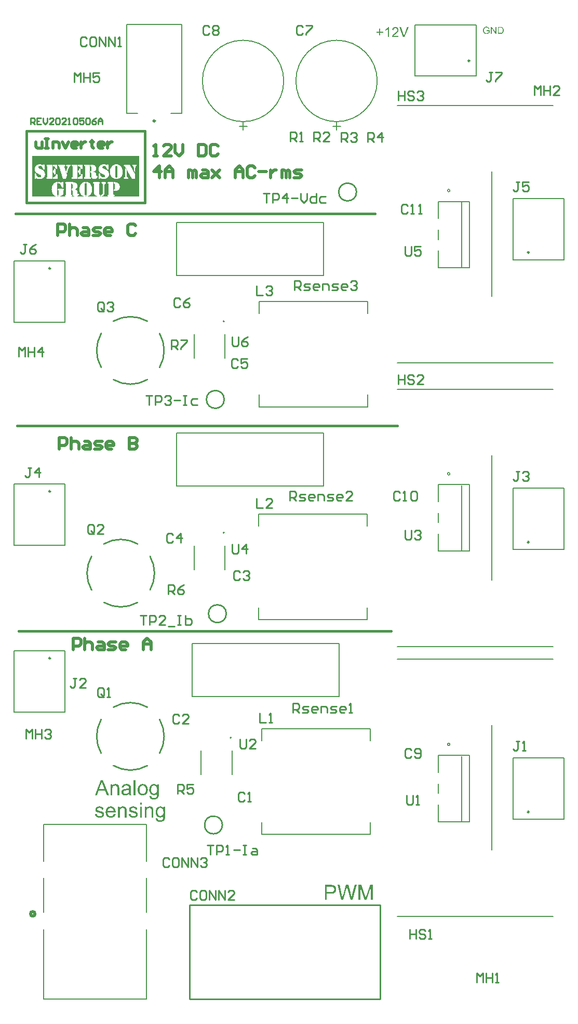
<source format=gto>
G04*
G04 #@! TF.GenerationSoftware,Altium Limited,Altium Designer,21.2.2 (38)*
G04*
G04 Layer_Color=65535*
%FSLAX25Y25*%
%MOIN*%
G70*
G04*
G04 #@! TF.SameCoordinates,C702BCCC-9178-47BC-8446-E92931C6D717*
G04*
G04*
G04 #@! TF.FilePolarity,Positive*
G04*
G01*
G75*
%ADD10C,0.02000*%
%ADD11C,0.00600*%
%ADD12C,0.00787*%
%ADD13C,0.01102*%
%ADD14C,0.01181*%
%ADD15C,0.01000*%
%ADD16C,0.00500*%
%ADD17C,0.01500*%
G36*
X708339Y239268D02*
X708491Y239254D01*
X708672Y239226D01*
X708866Y239184D01*
X709074Y239129D01*
X709269Y239046D01*
X709296Y239032D01*
X709352Y239004D01*
X709449Y238962D01*
X709560Y238893D01*
X709699Y238810D01*
X709824Y238699D01*
X709949Y238588D01*
X710060Y238449D01*
X710074Y238435D01*
X710101Y238380D01*
X710143Y238310D01*
X710213Y238213D01*
X710268Y238074D01*
X710323Y237935D01*
X710393Y237769D01*
X710435Y237588D01*
Y237574D01*
X710448Y237519D01*
X710462Y237436D01*
X710476Y237325D01*
Y237158D01*
X710490Y236964D01*
X710504Y236728D01*
Y236436D01*
Y232161D01*
X709324D01*
Y236381D01*
Y236395D01*
Y236408D01*
Y236506D01*
Y236631D01*
X709310Y236783D01*
X709296Y236964D01*
X709269Y237144D01*
X709227Y237311D01*
X709185Y237463D01*
Y237477D01*
X709158Y237519D01*
X709116Y237588D01*
X709074Y237672D01*
X709005Y237755D01*
X708922Y237852D01*
X708811Y237949D01*
X708686Y238033D01*
X708672Y238046D01*
X708630Y238074D01*
X708547Y238102D01*
X708450Y238143D01*
X708339Y238185D01*
X708200Y238227D01*
X708033Y238241D01*
X707867Y238255D01*
X707797D01*
X707742Y238241D01*
X707603Y238227D01*
X707423Y238199D01*
X707228Y238130D01*
X707006Y238046D01*
X706784Y237935D01*
X706576Y237769D01*
X706548Y237741D01*
X706493Y237672D01*
X706451Y237616D01*
X706409Y237547D01*
X706354Y237463D01*
X706312Y237366D01*
X706257Y237255D01*
X706201Y237116D01*
X706159Y236964D01*
X706118Y236797D01*
X706090Y236617D01*
X706062Y236422D01*
X706035Y236186D01*
Y235950D01*
Y232161D01*
X704855D01*
Y239129D01*
X705910D01*
Y238130D01*
X705924Y238143D01*
X705951Y238185D01*
X705993Y238241D01*
X706048Y238310D01*
X706132Y238393D01*
X706229Y238491D01*
X706340Y238601D01*
X706479Y238713D01*
X706618Y238810D01*
X706784Y238921D01*
X706965Y239018D01*
X707159Y239101D01*
X707381Y239171D01*
X707603Y239226D01*
X707853Y239268D01*
X708117Y239282D01*
X708228D01*
X708339Y239268D01*
D02*
G37*
G36*
X720942Y232161D02*
X719762D01*
Y241766D01*
X720942D01*
Y232161D01*
D02*
G37*
G36*
X715570Y239268D02*
X715778Y239254D01*
X716014Y239226D01*
X716250Y239184D01*
X716486Y239129D01*
X716708Y239060D01*
X716736Y239046D01*
X716806Y239018D01*
X716903Y238976D01*
X717028Y238921D01*
X717166Y238838D01*
X717305Y238754D01*
X717430Y238643D01*
X717541Y238532D01*
X717555Y238518D01*
X717583Y238477D01*
X717624Y238407D01*
X717680Y238324D01*
X717749Y238199D01*
X717805Y238074D01*
X717860Y237921D01*
X717902Y237741D01*
Y237727D01*
X717916Y237685D01*
X717930Y237602D01*
X717944Y237491D01*
Y237338D01*
X717957Y237158D01*
X717971Y236922D01*
Y236658D01*
Y235076D01*
Y235062D01*
Y235007D01*
Y234923D01*
Y234812D01*
Y234687D01*
Y234535D01*
X717985Y234202D01*
Y233855D01*
X717999Y233508D01*
X718013Y233355D01*
Y233216D01*
X718027Y233091D01*
X718041Y232994D01*
Y232980D01*
X718055Y232925D01*
X718069Y232841D01*
X718110Y232730D01*
X718138Y232605D01*
X718193Y232467D01*
X718263Y232314D01*
X718332Y232161D01*
X717097D01*
X717083Y232175D01*
X717069Y232231D01*
X717041Y232300D01*
X717000Y232411D01*
X716958Y232536D01*
X716930Y232689D01*
X716903Y232855D01*
X716875Y233036D01*
X716861D01*
X716847Y233008D01*
X716764Y232939D01*
X716639Y232841D01*
X716472Y232716D01*
X716264Y232592D01*
X716056Y232453D01*
X715834Y232328D01*
X715598Y232231D01*
X715570Y232217D01*
X715487Y232203D01*
X715362Y232161D01*
X715209Y232120D01*
X715015Y232078D01*
X714793Y232050D01*
X714543Y232022D01*
X714293Y232009D01*
X714182D01*
X714099Y232022D01*
X714002D01*
X713891Y232036D01*
X713641Y232078D01*
X713363Y232147D01*
X713058Y232244D01*
X712780Y232383D01*
X712530Y232564D01*
X712503Y232592D01*
X712433Y232661D01*
X712336Y232786D01*
X712225Y232952D01*
X712114Y233161D01*
X712017Y233397D01*
X711947Y233688D01*
X711934Y233827D01*
X711920Y233993D01*
Y234021D01*
Y234077D01*
X711934Y234174D01*
X711947Y234299D01*
X711975Y234451D01*
X712017Y234604D01*
X712072Y234771D01*
X712142Y234923D01*
X712156Y234937D01*
X712183Y234993D01*
X712239Y235076D01*
X712308Y235173D01*
X712392Y235284D01*
X712503Y235395D01*
X712614Y235506D01*
X712752Y235603D01*
X712766Y235617D01*
X712822Y235645D01*
X712891Y235701D01*
X713002Y235756D01*
X713127Y235812D01*
X713280Y235881D01*
X713433Y235937D01*
X713613Y235992D01*
X713627D01*
X713683Y236006D01*
X713766Y236034D01*
X713877Y236048D01*
X714016Y236075D01*
X714196Y236103D01*
X714404Y236145D01*
X714654Y236173D01*
X714668D01*
X714723Y236186D01*
X714793D01*
X714890Y236200D01*
X715001Y236214D01*
X715140Y236242D01*
X715293Y236256D01*
X715459Y236284D01*
X715792Y236353D01*
X716153Y236422D01*
X716472Y236506D01*
X716625Y236547D01*
X716764Y236589D01*
Y236603D01*
Y236631D01*
X716778Y236714D01*
Y236811D01*
Y236867D01*
Y236894D01*
Y236908D01*
Y236922D01*
Y237005D01*
X716764Y237144D01*
X716736Y237297D01*
X716694Y237463D01*
X716625Y237630D01*
X716542Y237783D01*
X716431Y237908D01*
X716417Y237921D01*
X716347Y237977D01*
X716236Y238033D01*
X716098Y238116D01*
X715903Y238185D01*
X715681Y238255D01*
X715404Y238296D01*
X715084Y238310D01*
X714946D01*
X714807Y238296D01*
X714612Y238268D01*
X714418Y238241D01*
X714210Y238185D01*
X714016Y238116D01*
X713849Y238019D01*
X713835Y238005D01*
X713780Y237963D01*
X713710Y237894D01*
X713627Y237783D01*
X713544Y237644D01*
X713447Y237463D01*
X713363Y237241D01*
X713280Y236992D01*
X712128Y237144D01*
Y237158D01*
X712142Y237172D01*
Y237213D01*
X712156Y237269D01*
X712197Y237394D01*
X712253Y237574D01*
X712322Y237755D01*
X712405Y237949D01*
X712517Y238143D01*
X712641Y238324D01*
X712655Y238338D01*
X712711Y238393D01*
X712794Y238477D01*
X712905Y238588D01*
X713058Y238699D01*
X713238Y238810D01*
X713447Y238935D01*
X713683Y239032D01*
X713696D01*
X713710Y239046D01*
X713752Y239060D01*
X713807Y239073D01*
X713946Y239115D01*
X714141Y239157D01*
X714363Y239198D01*
X714640Y239240D01*
X714932Y239268D01*
X715265Y239282D01*
X715417D01*
X715570Y239268D01*
D02*
G37*
G36*
X703980Y232161D02*
X702537D01*
X701413Y235076D01*
X697387D01*
X696346Y232161D01*
X695000D01*
X698664Y241766D01*
X700052D01*
X703980Y232161D01*
D02*
G37*
G36*
X725828Y239268D02*
X725952Y239254D01*
X726091Y239226D01*
X726244Y239198D01*
X726424Y239171D01*
X726799Y239046D01*
X726993Y238976D01*
X727188Y238879D01*
X727382Y238782D01*
X727576Y238643D01*
X727757Y238504D01*
X727937Y238338D01*
X727951Y238324D01*
X727979Y238296D01*
X728020Y238241D01*
X728076Y238171D01*
X728145Y238074D01*
X728229Y237949D01*
X728312Y237810D01*
X728395Y237658D01*
X728479Y237491D01*
X728562Y237283D01*
X728645Y237075D01*
X728715Y236839D01*
X728770Y236589D01*
X728812Y236325D01*
X728839Y236048D01*
X728853Y235742D01*
Y235728D01*
Y235687D01*
Y235617D01*
Y235520D01*
X728839Y235409D01*
X728826Y235270D01*
Y235132D01*
X728798Y234979D01*
X728756Y234632D01*
X728673Y234285D01*
X728576Y233938D01*
X728437Y233619D01*
Y233605D01*
X728423Y233591D01*
X728395Y233549D01*
X728368Y233494D01*
X728270Y233355D01*
X728145Y233188D01*
X727979Y232994D01*
X727771Y232800D01*
X727535Y232605D01*
X727257Y232425D01*
X727243D01*
X727229Y232411D01*
X727188Y232383D01*
X727118Y232355D01*
X727049Y232328D01*
X726966Y232300D01*
X726757Y232217D01*
X726521Y232147D01*
X726230Y232078D01*
X725925Y232022D01*
X725592Y232009D01*
X725453D01*
X725342Y232022D01*
X725217Y232036D01*
X725078Y232064D01*
X724911Y232092D01*
X724745Y232120D01*
X724370Y232231D01*
X724162Y232314D01*
X723968Y232397D01*
X723773Y232508D01*
X723579Y232633D01*
X723398Y232772D01*
X723218Y232939D01*
X723204Y232952D01*
X723176Y232980D01*
X723135Y233036D01*
X723079Y233119D01*
X723010Y233216D01*
X722940Y233327D01*
X722857Y233466D01*
X722774Y233632D01*
X722691Y233813D01*
X722607Y234021D01*
X722538Y234243D01*
X722469Y234479D01*
X722413Y234743D01*
X722371Y235020D01*
X722344Y235326D01*
X722330Y235645D01*
Y235673D01*
Y235728D01*
X722344Y235826D01*
Y235964D01*
X722358Y236117D01*
X722385Y236311D01*
X722413Y236506D01*
X722469Y236728D01*
X722524Y236950D01*
X722593Y237186D01*
X722677Y237436D01*
X722788Y237672D01*
X722899Y237894D01*
X723052Y238116D01*
X723204Y238324D01*
X723398Y238504D01*
X723412Y238518D01*
X723440Y238532D01*
X723496Y238574D01*
X723565Y238629D01*
X723648Y238685D01*
X723759Y238754D01*
X723870Y238824D01*
X724009Y238893D01*
X724162Y238962D01*
X724328Y239032D01*
X724703Y239157D01*
X725134Y239254D01*
X725356Y239268D01*
X725592Y239282D01*
X725730D01*
X725828Y239268D01*
D02*
G37*
G36*
X733003D02*
X733101Y239254D01*
X733225Y239226D01*
X733364Y239198D01*
X733517Y239157D01*
X733670Y239101D01*
X733836Y239032D01*
X734003Y238948D01*
X734183Y238851D01*
X734350Y238740D01*
X734516Y238601D01*
X734683Y238449D01*
X734836Y238268D01*
Y239129D01*
X735918D01*
Y233105D01*
Y233091D01*
Y233036D01*
Y232952D01*
Y232841D01*
X735904Y232716D01*
Y232564D01*
X735890Y232397D01*
X735877Y232217D01*
X735835Y231842D01*
X735779Y231453D01*
X735738Y231273D01*
X735696Y231106D01*
X735641Y230954D01*
X735585Y230815D01*
Y230801D01*
X735571Y230787D01*
X735516Y230704D01*
X735446Y230579D01*
X735335Y230426D01*
X735183Y230260D01*
X735002Y230079D01*
X734780Y229899D01*
X734530Y229746D01*
X734516D01*
X734503Y229732D01*
X734461Y229704D01*
X734405Y229691D01*
X734336Y229649D01*
X734253Y229621D01*
X734044Y229552D01*
X733795Y229468D01*
X733489Y229413D01*
X733142Y229358D01*
X732767Y229344D01*
X732643D01*
X732559Y229358D01*
X732448D01*
X732337Y229371D01*
X732198Y229385D01*
X732046Y229413D01*
X731727Y229482D01*
X731393Y229580D01*
X731060Y229718D01*
X730755Y229913D01*
X730741Y229926D01*
X730727Y229940D01*
X730630Y230024D01*
X730519Y230149D01*
X730380Y230329D01*
X730241Y230565D01*
X730116Y230856D01*
X730075Y231023D01*
X730047Y231204D01*
X730019Y231384D01*
Y231592D01*
X731171Y231439D01*
Y231412D01*
X731185Y231356D01*
X731213Y231259D01*
X731241Y231134D01*
X731296Y231009D01*
X731366Y230884D01*
X731449Y230759D01*
X731560Y230662D01*
X731588Y230648D01*
X731643Y230607D01*
X731740Y230551D01*
X731879Y230496D01*
X732046Y230426D01*
X732254Y230371D01*
X732504Y230329D01*
X732767Y230315D01*
X732906D01*
X733045Y230329D01*
X733239Y230357D01*
X733434Y230399D01*
X733642Y230454D01*
X733850Y230537D01*
X734031Y230648D01*
X734044Y230662D01*
X734100Y230704D01*
X734183Y230787D01*
X734280Y230884D01*
X734378Y231023D01*
X734475Y231176D01*
X734572Y231356D01*
X734641Y231564D01*
Y231578D01*
X734655Y231634D01*
X734669Y231745D01*
X734683Y231884D01*
X734697Y231981D01*
Y232092D01*
X734711Y232217D01*
Y232355D01*
Y232508D01*
X734725Y232689D01*
Y232869D01*
Y233077D01*
X734711Y233063D01*
X734683Y233036D01*
X734641Y232994D01*
X734586Y232939D01*
X734516Y232869D01*
X734419Y232786D01*
X734308Y232703D01*
X734197Y232619D01*
X733906Y232453D01*
X733586Y232300D01*
X733406Y232244D01*
X733212Y232203D01*
X733003Y232175D01*
X732795Y232161D01*
X732726D01*
X732656Y232175D01*
X732559D01*
X732434Y232189D01*
X732296Y232217D01*
X732143Y232244D01*
X731976Y232286D01*
X731796Y232342D01*
X731615Y232411D01*
X731435Y232494D01*
X731241Y232592D01*
X731060Y232716D01*
X730880Y232855D01*
X730713Y233008D01*
X730561Y233188D01*
X730547Y233202D01*
X730533Y233230D01*
X730491Y233299D01*
X730436Y233369D01*
X730380Y233480D01*
X730311Y233591D01*
X730241Y233730D01*
X730172Y233896D01*
X730102Y234063D01*
X730033Y234257D01*
X729964Y234451D01*
X729908Y234674D01*
X729811Y235145D01*
X729797Y235409D01*
X729783Y235673D01*
Y235687D01*
Y235715D01*
Y235770D01*
Y235839D01*
X729797Y235937D01*
Y236034D01*
X729825Y236284D01*
X729867Y236561D01*
X729936Y236867D01*
X730019Y237186D01*
X730144Y237505D01*
Y237519D01*
X730158Y237547D01*
X730186Y237588D01*
X730214Y237644D01*
X730297Y237796D01*
X730408Y237991D01*
X730561Y238199D01*
X730741Y238407D01*
X730949Y238629D01*
X731185Y238810D01*
X731199D01*
X731213Y238824D01*
X731255Y238851D01*
X731310Y238879D01*
X731449Y238962D01*
X731643Y239046D01*
X731879Y239129D01*
X732157Y239212D01*
X732462Y239268D01*
X732795Y239282D01*
X732920D01*
X733003Y239268D01*
D02*
G37*
G36*
X725022Y226076D02*
X723843D01*
Y227423D01*
X725022D01*
Y226076D01*
D02*
G37*
G36*
X730311Y224924D02*
X730463Y224910D01*
X730644Y224883D01*
X730838Y224841D01*
X731046Y224785D01*
X731241Y224702D01*
X731268Y224688D01*
X731324Y224660D01*
X731421Y224619D01*
X731532Y224549D01*
X731671Y224466D01*
X731796Y224355D01*
X731921Y224244D01*
X732032Y224105D01*
X732046Y224091D01*
X732073Y224036D01*
X732115Y223967D01*
X732185Y223869D01*
X732240Y223730D01*
X732296Y223592D01*
X732365Y223425D01*
X732407Y223245D01*
Y223231D01*
X732420Y223175D01*
X732434Y223092D01*
X732448Y222981D01*
Y222814D01*
X732462Y222620D01*
X732476Y222384D01*
Y222093D01*
Y217818D01*
X731296D01*
Y222037D01*
Y222051D01*
Y222065D01*
Y222162D01*
Y222287D01*
X731282Y222440D01*
X731268Y222620D01*
X731241Y222801D01*
X731199Y222967D01*
X731157Y223120D01*
Y223134D01*
X731130Y223175D01*
X731088Y223245D01*
X731046Y223328D01*
X730977Y223411D01*
X730894Y223508D01*
X730783Y223606D01*
X730658Y223689D01*
X730644Y223703D01*
X730602Y223730D01*
X730519Y223758D01*
X730422Y223800D01*
X730311Y223842D01*
X730172Y223883D01*
X730005Y223897D01*
X729839Y223911D01*
X729769D01*
X729714Y223897D01*
X729575Y223883D01*
X729395Y223855D01*
X729200Y223786D01*
X728978Y223703D01*
X728756Y223592D01*
X728548Y223425D01*
X728520Y223397D01*
X728465Y223328D01*
X728423Y223272D01*
X728381Y223203D01*
X728326Y223120D01*
X728284Y223023D01*
X728229Y222912D01*
X728173Y222773D01*
X728132Y222620D01*
X728090Y222454D01*
X728062Y222273D01*
X728034Y222079D01*
X728007Y221843D01*
Y221607D01*
Y217818D01*
X726827D01*
Y224785D01*
X727882D01*
Y223786D01*
X727896Y223800D01*
X727923Y223842D01*
X727965Y223897D01*
X728020Y223967D01*
X728104Y224050D01*
X728201Y224147D01*
X728312Y224258D01*
X728451Y224369D01*
X728590Y224466D01*
X728756Y224577D01*
X728937Y224674D01*
X729131Y224758D01*
X729353Y224827D01*
X729575Y224883D01*
X729825Y224924D01*
X730089Y224938D01*
X730200D01*
X730311Y224924D01*
D02*
G37*
G36*
X713141D02*
X713294Y224910D01*
X713474Y224883D01*
X713669Y224841D01*
X713877Y224785D01*
X714071Y224702D01*
X714099Y224688D01*
X714154Y224660D01*
X714252Y224619D01*
X714363Y224549D01*
X714501Y224466D01*
X714626Y224355D01*
X714751Y224244D01*
X714862Y224105D01*
X714876Y224091D01*
X714904Y224036D01*
X714946Y223967D01*
X715015Y223869D01*
X715070Y223730D01*
X715126Y223592D01*
X715195Y223425D01*
X715237Y223245D01*
Y223231D01*
X715251Y223175D01*
X715265Y223092D01*
X715279Y222981D01*
Y222814D01*
X715293Y222620D01*
X715306Y222384D01*
Y222093D01*
Y217818D01*
X714127D01*
Y222037D01*
Y222051D01*
Y222065D01*
Y222162D01*
Y222287D01*
X714113Y222440D01*
X714099Y222620D01*
X714071Y222801D01*
X714030Y222967D01*
X713988Y223120D01*
Y223134D01*
X713960Y223175D01*
X713918Y223245D01*
X713877Y223328D01*
X713807Y223411D01*
X713724Y223508D01*
X713613Y223606D01*
X713488Y223689D01*
X713474Y223703D01*
X713433Y223730D01*
X713349Y223758D01*
X713252Y223800D01*
X713141Y223842D01*
X713002Y223883D01*
X712836Y223897D01*
X712669Y223911D01*
X712600D01*
X712544Y223897D01*
X712405Y223883D01*
X712225Y223855D01*
X712031Y223786D01*
X711809Y223703D01*
X711587Y223592D01*
X711378Y223425D01*
X711351Y223397D01*
X711295Y223328D01*
X711253Y223272D01*
X711212Y223203D01*
X711156Y223120D01*
X711115Y223023D01*
X711059Y222912D01*
X711004Y222773D01*
X710962Y222620D01*
X710920Y222454D01*
X710893Y222273D01*
X710865Y222079D01*
X710837Y221843D01*
Y221607D01*
Y217818D01*
X709657D01*
Y224785D01*
X710712D01*
Y223786D01*
X710726Y223800D01*
X710754Y223842D01*
X710795Y223897D01*
X710851Y223967D01*
X710934Y224050D01*
X711031Y224147D01*
X711142Y224258D01*
X711281Y224369D01*
X711420Y224466D01*
X711587Y224577D01*
X711767Y224674D01*
X711961Y224758D01*
X712183Y224827D01*
X712405Y224883D01*
X712655Y224924D01*
X712919Y224938D01*
X713030D01*
X713141Y224924D01*
D02*
G37*
G36*
X719693D02*
X719901Y224910D01*
X720123Y224883D01*
X720359Y224827D01*
X720609Y224771D01*
X720845Y224688D01*
X720858D01*
X720872Y224674D01*
X720942Y224647D01*
X721053Y224591D01*
X721192Y224522D01*
X721344Y224425D01*
X721497Y224313D01*
X721636Y224189D01*
X721761Y224050D01*
X721774Y224036D01*
X721802Y223980D01*
X721858Y223883D01*
X721927Y223772D01*
X721997Y223606D01*
X722066Y223425D01*
X722121Y223217D01*
X722177Y222981D01*
X721025Y222828D01*
Y222856D01*
X721011Y222912D01*
X720983Y223009D01*
X720942Y223134D01*
X720872Y223259D01*
X720789Y223397D01*
X720692Y223536D01*
X720553Y223661D01*
X720539Y223675D01*
X720484Y223703D01*
X720400Y223758D01*
X720275Y223814D01*
X720137Y223869D01*
X719956Y223925D01*
X719734Y223953D01*
X719498Y223967D01*
X719359D01*
X719221Y223953D01*
X719040Y223939D01*
X718860Y223897D01*
X718665Y223855D01*
X718485Y223786D01*
X718332Y223689D01*
X718318Y223675D01*
X718277Y223647D01*
X718221Y223592D01*
X718166Y223508D01*
X718096Y223425D01*
X718041Y223314D01*
X717999Y223189D01*
X717985Y223064D01*
Y223050D01*
Y223023D01*
X717999Y222981D01*
Y222925D01*
X718041Y222787D01*
X718124Y222648D01*
X718138Y222634D01*
X718152Y222620D01*
X718180Y222579D01*
X718235Y222537D01*
X718291Y222495D01*
X718374Y222440D01*
X718471Y222398D01*
X718582Y222342D01*
X718596D01*
X718624Y222329D01*
X718679Y222315D01*
X718776Y222273D01*
X718915Y222232D01*
X719096Y222190D01*
X719207Y222148D01*
X719332Y222120D01*
X719470Y222079D01*
X719623Y222037D01*
X719637D01*
X719679Y222023D01*
X719748Y222009D01*
X719831Y221982D01*
X719929Y221954D01*
X720053Y221926D01*
X720317Y221843D01*
X720609Y221760D01*
X720900Y221662D01*
X721164Y221565D01*
X721275Y221524D01*
X721372Y221482D01*
X721400Y221468D01*
X721455Y221440D01*
X721539Y221399D01*
X721664Y221329D01*
X721788Y221246D01*
X721913Y221135D01*
X722038Y221010D01*
X722149Y220871D01*
X722163Y220857D01*
X722191Y220802D01*
X722246Y220719D01*
X722302Y220594D01*
X722344Y220441D01*
X722399Y220274D01*
X722427Y220080D01*
X722441Y219858D01*
Y219830D01*
Y219761D01*
X722427Y219650D01*
X722399Y219497D01*
X722358Y219331D01*
X722288Y219150D01*
X722205Y218942D01*
X722094Y218748D01*
X722080Y218720D01*
X722024Y218664D01*
X721955Y218567D01*
X721844Y218456D01*
X721691Y218331D01*
X721525Y218192D01*
X721330Y218068D01*
X721094Y217943D01*
X721080D01*
X721067Y217929D01*
X720983Y217901D01*
X720845Y217859D01*
X720664Y217804D01*
X720442Y217748D01*
X720192Y217707D01*
X719929Y217679D01*
X719623Y217665D01*
X719498D01*
X719401Y217679D01*
X719290D01*
X719151Y217693D01*
X719012Y217707D01*
X718860Y217734D01*
X718527Y217804D01*
X718180Y217901D01*
X717846Y218040D01*
X717694Y218123D01*
X717555Y218220D01*
X717541Y218234D01*
X717527Y218248D01*
X717444Y218331D01*
X717319Y218456D01*
X717180Y218650D01*
X717028Y218886D01*
X716875Y219164D01*
X716750Y219511D01*
X716653Y219900D01*
X717819Y220080D01*
Y220066D01*
Y220052D01*
X717846Y219969D01*
X717874Y219830D01*
X717930Y219678D01*
X717999Y219511D01*
X718082Y219331D01*
X718207Y219150D01*
X718360Y218997D01*
X718388Y218984D01*
X718443Y218942D01*
X718554Y218886D01*
X718693Y218817D01*
X718874Y218748D01*
X719082Y218692D01*
X719332Y218650D01*
X719623Y218637D01*
X719762D01*
X719901Y218650D01*
X720081Y218678D01*
X720275Y218720D01*
X720484Y218775D01*
X720664Y218845D01*
X720831Y218956D01*
X720845Y218970D01*
X720900Y219011D01*
X720956Y219081D01*
X721039Y219178D01*
X721108Y219289D01*
X721178Y219428D01*
X721219Y219566D01*
X721233Y219733D01*
Y219747D01*
Y219802D01*
X721219Y219872D01*
X721192Y219969D01*
X721150Y220066D01*
X721080Y220163D01*
X720997Y220274D01*
X720872Y220358D01*
X720858Y220372D01*
X720817Y220385D01*
X720747Y220427D01*
X720636Y220469D01*
X720470Y220524D01*
X720373Y220566D01*
X720262Y220594D01*
X720137Y220635D01*
X719998Y220677D01*
X719845Y220719D01*
X719665Y220760D01*
X719651D01*
X719609Y220774D01*
X719540Y220788D01*
X719457Y220816D01*
X719346Y220844D01*
X719221Y220885D01*
X718957Y220954D01*
X718651Y221052D01*
X718360Y221135D01*
X718082Y221232D01*
X717957Y221288D01*
X717860Y221329D01*
X717833Y221343D01*
X717777Y221371D01*
X717694Y221426D01*
X717583Y221496D01*
X717458Y221593D01*
X717333Y221704D01*
X717208Y221829D01*
X717097Y221982D01*
X717083Y221995D01*
X717055Y222051D01*
X717014Y222148D01*
X716972Y222259D01*
X716930Y222398D01*
X716889Y222565D01*
X716861Y222731D01*
X716847Y222925D01*
Y222953D01*
Y223009D01*
X716861Y223092D01*
X716875Y223217D01*
X716903Y223342D01*
X716930Y223495D01*
X716986Y223633D01*
X717055Y223786D01*
X717069Y223800D01*
X717097Y223855D01*
X717139Y223925D01*
X717208Y224022D01*
X717291Y224119D01*
X717388Y224244D01*
X717499Y224355D01*
X717638Y224452D01*
X717652Y224466D01*
X717694Y224480D01*
X717749Y224522D01*
X717833Y224563D01*
X717944Y224619D01*
X718069Y224674D01*
X718221Y224730D01*
X718388Y224785D01*
X718416Y224799D01*
X718471Y224813D01*
X718568Y224841D01*
X718693Y224869D01*
X718846Y224896D01*
X719012Y224910D01*
X719207Y224938D01*
X719540D01*
X719693Y224924D01*
D02*
G37*
G36*
X698040D02*
X698248Y224910D01*
X698470Y224883D01*
X698706Y224827D01*
X698956Y224771D01*
X699192Y224688D01*
X699206D01*
X699220Y224674D01*
X699289Y224647D01*
X699400Y224591D01*
X699539Y224522D01*
X699691Y224425D01*
X699844Y224313D01*
X699983Y224189D01*
X700108Y224050D01*
X700122Y224036D01*
X700149Y223980D01*
X700205Y223883D01*
X700274Y223772D01*
X700344Y223606D01*
X700413Y223425D01*
X700469Y223217D01*
X700524Y222981D01*
X699372Y222828D01*
Y222856D01*
X699358Y222912D01*
X699331Y223009D01*
X699289Y223134D01*
X699220Y223259D01*
X699136Y223397D01*
X699039Y223536D01*
X698900Y223661D01*
X698886Y223675D01*
X698831Y223703D01*
X698748Y223758D01*
X698623Y223814D01*
X698484Y223869D01*
X698303Y223925D01*
X698081Y223953D01*
X697845Y223967D01*
X697707D01*
X697568Y223953D01*
X697387Y223939D01*
X697207Y223897D01*
X697013Y223855D01*
X696832Y223786D01*
X696679Y223689D01*
X696666Y223675D01*
X696624Y223647D01*
X696568Y223592D01*
X696513Y223508D01*
X696444Y223425D01*
X696388Y223314D01*
X696346Y223189D01*
X696333Y223064D01*
Y223050D01*
Y223023D01*
X696346Y222981D01*
Y222925D01*
X696388Y222787D01*
X696471Y222648D01*
X696485Y222634D01*
X696499Y222620D01*
X696527Y222579D01*
X696582Y222537D01*
X696638Y222495D01*
X696721Y222440D01*
X696818Y222398D01*
X696929Y222342D01*
X696943D01*
X696971Y222329D01*
X697026Y222315D01*
X697124Y222273D01*
X697262Y222232D01*
X697443Y222190D01*
X697554Y222148D01*
X697679Y222120D01*
X697818Y222079D01*
X697970Y222037D01*
X697984D01*
X698026Y222023D01*
X698095Y222009D01*
X698178Y221982D01*
X698276Y221954D01*
X698401Y221926D01*
X698664Y221843D01*
X698956Y221760D01*
X699247Y221662D01*
X699511Y221565D01*
X699622Y221524D01*
X699719Y221482D01*
X699747Y221468D01*
X699802Y221440D01*
X699886Y221399D01*
X700011Y221329D01*
X700136Y221246D01*
X700260Y221135D01*
X700385Y221010D01*
X700496Y220871D01*
X700510Y220857D01*
X700538Y220802D01*
X700594Y220719D01*
X700649Y220594D01*
X700691Y220441D01*
X700746Y220274D01*
X700774Y220080D01*
X700788Y219858D01*
Y219830D01*
Y219761D01*
X700774Y219650D01*
X700746Y219497D01*
X700705Y219331D01*
X700635Y219150D01*
X700552Y218942D01*
X700441Y218748D01*
X700427Y218720D01*
X700372Y218664D01*
X700302Y218567D01*
X700191Y218456D01*
X700038Y218331D01*
X699872Y218192D01*
X699678Y218068D01*
X699442Y217943D01*
X699428D01*
X699414Y217929D01*
X699331Y217901D01*
X699192Y217859D01*
X699011Y217804D01*
X698789Y217748D01*
X698539Y217707D01*
X698276Y217679D01*
X697970Y217665D01*
X697845D01*
X697748Y217679D01*
X697637D01*
X697498Y217693D01*
X697360Y217707D01*
X697207Y217734D01*
X696874Y217804D01*
X696527Y217901D01*
X696194Y218040D01*
X696041Y218123D01*
X695902Y218220D01*
X695888Y218234D01*
X695874Y218248D01*
X695791Y218331D01*
X695666Y218456D01*
X695527Y218650D01*
X695375Y218886D01*
X695222Y219164D01*
X695097Y219511D01*
X695000Y219900D01*
X696166Y220080D01*
Y220066D01*
Y220052D01*
X696194Y219969D01*
X696221Y219830D01*
X696277Y219678D01*
X696346Y219511D01*
X696430Y219331D01*
X696555Y219150D01*
X696707Y218997D01*
X696735Y218984D01*
X696791Y218942D01*
X696902Y218886D01*
X697040Y218817D01*
X697221Y218748D01*
X697429Y218692D01*
X697679Y218650D01*
X697970Y218637D01*
X698109D01*
X698248Y218650D01*
X698428Y218678D01*
X698623Y218720D01*
X698831Y218775D01*
X699011Y218845D01*
X699178Y218956D01*
X699192Y218970D01*
X699247Y219011D01*
X699303Y219081D01*
X699386Y219178D01*
X699455Y219289D01*
X699525Y219428D01*
X699567Y219566D01*
X699580Y219733D01*
Y219747D01*
Y219802D01*
X699567Y219872D01*
X699539Y219969D01*
X699497Y220066D01*
X699428Y220163D01*
X699344Y220274D01*
X699220Y220358D01*
X699206Y220372D01*
X699164Y220385D01*
X699095Y220427D01*
X698984Y220469D01*
X698817Y220524D01*
X698720Y220566D01*
X698609Y220594D01*
X698484Y220635D01*
X698345Y220677D01*
X698192Y220719D01*
X698012Y220760D01*
X697998D01*
X697956Y220774D01*
X697887Y220788D01*
X697804Y220816D01*
X697693Y220844D01*
X697568Y220885D01*
X697304Y220954D01*
X696999Y221052D01*
X696707Y221135D01*
X696430Y221232D01*
X696305Y221288D01*
X696208Y221329D01*
X696180Y221343D01*
X696124Y221371D01*
X696041Y221426D01*
X695930Y221496D01*
X695805Y221593D01*
X695680Y221704D01*
X695555Y221829D01*
X695444Y221982D01*
X695430Y221995D01*
X695402Y222051D01*
X695361Y222148D01*
X695319Y222259D01*
X695278Y222398D01*
X695236Y222565D01*
X695208Y222731D01*
X695194Y222925D01*
Y222953D01*
Y223009D01*
X695208Y223092D01*
X695222Y223217D01*
X695250Y223342D01*
X695278Y223495D01*
X695333Y223633D01*
X695402Y223786D01*
X695416Y223800D01*
X695444Y223855D01*
X695486Y223925D01*
X695555Y224022D01*
X695639Y224119D01*
X695736Y224244D01*
X695847Y224355D01*
X695986Y224452D01*
X695999Y224466D01*
X696041Y224480D01*
X696097Y224522D01*
X696180Y224563D01*
X696291Y224619D01*
X696416Y224674D01*
X696568Y224730D01*
X696735Y224785D01*
X696763Y224799D01*
X696818Y224813D01*
X696915Y224841D01*
X697040Y224869D01*
X697193Y224896D01*
X697360Y224910D01*
X697554Y224938D01*
X697887D01*
X698040Y224924D01*
D02*
G37*
G36*
X725022Y217818D02*
X723843D01*
Y224785D01*
X725022D01*
Y217818D01*
D02*
G37*
G36*
X705271Y224924D02*
X705382Y224910D01*
X705521Y224883D01*
X705674Y224855D01*
X705854Y224813D01*
X706021Y224771D01*
X706215Y224702D01*
X706395Y224633D01*
X706590Y224536D01*
X706784Y224425D01*
X706978Y224300D01*
X707159Y224147D01*
X707325Y223980D01*
X707339Y223967D01*
X707367Y223939D01*
X707409Y223883D01*
X707464Y223800D01*
X707534Y223703D01*
X707603Y223592D01*
X707686Y223453D01*
X707770Y223286D01*
X707853Y223106D01*
X707936Y222912D01*
X708006Y222690D01*
X708075Y222454D01*
X708131Y222190D01*
X708172Y221912D01*
X708200Y221621D01*
X708214Y221302D01*
Y221288D01*
Y221232D01*
Y221135D01*
X708200Y220996D01*
X702995D01*
Y220982D01*
Y220941D01*
X703009Y220885D01*
Y220802D01*
X703023Y220705D01*
X703050Y220594D01*
X703092Y220344D01*
X703175Y220066D01*
X703286Y219761D01*
X703439Y219483D01*
X703633Y219233D01*
X703647D01*
X703661Y219206D01*
X703744Y219136D01*
X703869Y219039D01*
X704036Y218942D01*
X704258Y218831D01*
X704508Y218734D01*
X704785Y218664D01*
X704938Y218650D01*
X705105Y218637D01*
X705216D01*
X705341Y218650D01*
X705493Y218678D01*
X705660Y218720D01*
X705854Y218775D01*
X706035Y218859D01*
X706215Y218970D01*
X706229Y218984D01*
X706298Y219039D01*
X706382Y219122D01*
X706479Y219233D01*
X706590Y219386D01*
X706715Y219580D01*
X706840Y219802D01*
X706951Y220066D01*
X708172Y219914D01*
Y219900D01*
X708158Y219872D01*
X708144Y219816D01*
X708117Y219733D01*
X708075Y219650D01*
X708033Y219539D01*
X707922Y219303D01*
X707784Y219039D01*
X707589Y218761D01*
X707367Y218498D01*
X707090Y218248D01*
X707076D01*
X707048Y218220D01*
X707006Y218192D01*
X706951Y218151D01*
X706867Y218109D01*
X706784Y218068D01*
X706673Y218012D01*
X706548Y217956D01*
X706409Y217901D01*
X706271Y217845D01*
X705924Y217762D01*
X705535Y217693D01*
X705105Y217665D01*
X704952D01*
X704855Y217679D01*
X704730Y217693D01*
X704577Y217721D01*
X704411Y217748D01*
X704230Y217776D01*
X703842Y217887D01*
X703633Y217970D01*
X703439Y218054D01*
X703231Y218165D01*
X703036Y218290D01*
X702856Y218428D01*
X702676Y218595D01*
X702662Y218609D01*
X702634Y218637D01*
X702592Y218692D01*
X702537Y218775D01*
X702467Y218872D01*
X702398Y218984D01*
X702315Y219122D01*
X702232Y219275D01*
X702148Y219456D01*
X702065Y219650D01*
X701996Y219872D01*
X701926Y220108D01*
X701871Y220358D01*
X701829Y220635D01*
X701801Y220927D01*
X701787Y221232D01*
Y221246D01*
Y221315D01*
Y221399D01*
X701801Y221524D01*
X701815Y221676D01*
X701829Y221843D01*
X701857Y222037D01*
X701898Y222232D01*
X702009Y222676D01*
X702079Y222898D01*
X702162Y223134D01*
X702273Y223356D01*
X702398Y223564D01*
X702537Y223772D01*
X702690Y223967D01*
X702703Y223980D01*
X702731Y224008D01*
X702787Y224050D01*
X702856Y224119D01*
X702939Y224189D01*
X703050Y224272D01*
X703175Y224369D01*
X703328Y224452D01*
X703481Y224549D01*
X703661Y224633D01*
X703855Y224716D01*
X704064Y224785D01*
X704286Y224855D01*
X704522Y224896D01*
X704772Y224924D01*
X705035Y224938D01*
X705174D01*
X705271Y224924D01*
D02*
G37*
G36*
X737056D02*
X737154Y224910D01*
X737279Y224883D01*
X737417Y224855D01*
X737570Y224813D01*
X737723Y224758D01*
X737889Y224688D01*
X738056Y224605D01*
X738236Y224508D01*
X738403Y224397D01*
X738569Y224258D01*
X738736Y224105D01*
X738889Y223925D01*
Y224785D01*
X739971D01*
Y218761D01*
Y218748D01*
Y218692D01*
Y218609D01*
Y218498D01*
X739957Y218373D01*
Y218220D01*
X739943Y218054D01*
X739930Y217873D01*
X739888Y217498D01*
X739832Y217110D01*
X739791Y216929D01*
X739749Y216763D01*
X739694Y216610D01*
X739638Y216471D01*
Y216457D01*
X739624Y216443D01*
X739569Y216360D01*
X739499Y216235D01*
X739388Y216083D01*
X739236Y215916D01*
X739055Y215736D01*
X738833Y215555D01*
X738583Y215403D01*
X738569D01*
X738555Y215389D01*
X738514Y215361D01*
X738458Y215347D01*
X738389Y215305D01*
X738306Y215278D01*
X738097Y215208D01*
X737848Y215125D01*
X737542Y215069D01*
X737195Y215014D01*
X736820Y215000D01*
X736695D01*
X736612Y215014D01*
X736501D01*
X736390Y215028D01*
X736251Y215042D01*
X736099Y215069D01*
X735779Y215139D01*
X735446Y215236D01*
X735113Y215375D01*
X734808Y215569D01*
X734794Y215583D01*
X734780Y215597D01*
X734683Y215680D01*
X734572Y215805D01*
X734433Y215985D01*
X734294Y216221D01*
X734169Y216513D01*
X734128Y216680D01*
X734100Y216860D01*
X734072Y217040D01*
Y217249D01*
X735224Y217096D01*
Y217068D01*
X735238Y217013D01*
X735266Y216915D01*
X735294Y216791D01*
X735349Y216666D01*
X735419Y216541D01*
X735502Y216416D01*
X735613Y216319D01*
X735641Y216305D01*
X735696Y216263D01*
X735793Y216208D01*
X735932Y216152D01*
X736099Y216083D01*
X736307Y216027D01*
X736557Y215985D01*
X736820Y215972D01*
X736959D01*
X737098Y215985D01*
X737292Y216013D01*
X737487Y216055D01*
X737695Y216110D01*
X737903Y216194D01*
X738084Y216305D01*
X738097Y216319D01*
X738153Y216360D01*
X738236Y216443D01*
X738333Y216541D01*
X738431Y216680D01*
X738528Y216832D01*
X738625Y217013D01*
X738694Y217221D01*
Y217235D01*
X738708Y217290D01*
X738722Y217401D01*
X738736Y217540D01*
X738750Y217637D01*
Y217748D01*
X738764Y217873D01*
Y218012D01*
Y218165D01*
X738777Y218345D01*
Y218526D01*
Y218734D01*
X738764Y218720D01*
X738736Y218692D01*
X738694Y218650D01*
X738639Y218595D01*
X738569Y218526D01*
X738472Y218442D01*
X738361Y218359D01*
X738250Y218276D01*
X737959Y218109D01*
X737639Y217956D01*
X737459Y217901D01*
X737265Y217859D01*
X737056Y217831D01*
X736848Y217818D01*
X736779D01*
X736709Y217831D01*
X736612D01*
X736487Y217845D01*
X736348Y217873D01*
X736196Y217901D01*
X736029Y217943D01*
X735849Y217998D01*
X735668Y218068D01*
X735488Y218151D01*
X735294Y218248D01*
X735113Y218373D01*
X734933Y218512D01*
X734766Y218664D01*
X734614Y218845D01*
X734600Y218859D01*
X734586Y218886D01*
X734544Y218956D01*
X734489Y219025D01*
X734433Y219136D01*
X734364Y219247D01*
X734294Y219386D01*
X734225Y219553D01*
X734156Y219719D01*
X734086Y219914D01*
X734017Y220108D01*
X733961Y220330D01*
X733864Y220802D01*
X733850Y221066D01*
X733836Y221329D01*
Y221343D01*
Y221371D01*
Y221426D01*
Y221496D01*
X733850Y221593D01*
Y221690D01*
X733878Y221940D01*
X733919Y222218D01*
X733989Y222523D01*
X734072Y222842D01*
X734197Y223161D01*
Y223175D01*
X734211Y223203D01*
X734239Y223245D01*
X734267Y223300D01*
X734350Y223453D01*
X734461Y223647D01*
X734614Y223855D01*
X734794Y224064D01*
X735002Y224286D01*
X735238Y224466D01*
X735252D01*
X735266Y224480D01*
X735308Y224508D01*
X735363Y224536D01*
X735502Y224619D01*
X735696Y224702D01*
X735932Y224785D01*
X736210Y224869D01*
X736515Y224924D01*
X736848Y224938D01*
X736973D01*
X737056Y224924D01*
D02*
G37*
G36*
X723402Y627250D02*
Y616000D01*
X682647D01*
X682795Y616015D01*
X682928Y616030D01*
X683032Y616059D01*
X683120Y616074D01*
X683194Y616089D01*
X683239Y616104D01*
X683254D01*
X683491Y616192D01*
X683594Y616237D01*
X683698Y616296D01*
X683772Y616341D01*
X683831Y616385D01*
X683861Y616400D01*
X683876Y616415D01*
X684083Y616607D01*
X684246Y616785D01*
X684305Y616859D01*
X684365Y616918D01*
X684379Y616963D01*
X684394Y616978D01*
X684468Y617096D01*
X684513Y617200D01*
X684572Y617362D01*
X684587Y617437D01*
X684601Y617481D01*
Y617585D01*
X684572Y617644D01*
X684527Y617748D01*
X684468Y617822D01*
X684453Y617851D01*
X684439D01*
X684379Y617910D01*
X684320Y617940D01*
X684216Y617999D01*
X684142Y618014D01*
X684113D01*
X684024Y617999D01*
X683950Y617970D01*
X683802Y617866D01*
X683743Y617807D01*
X683698Y617762D01*
X683683Y617733D01*
X683668Y617718D01*
X683624Y617673D01*
Y617688D01*
Y617703D01*
Y617718D01*
Y619066D01*
Y619184D01*
X683594Y619303D01*
X683579Y619406D01*
X683550Y619495D01*
X683520Y619584D01*
X683491Y619643D01*
X683476Y619673D01*
X683461Y619688D01*
X683313Y619910D01*
X683165Y620073D01*
X683091Y620147D01*
X683032Y620191D01*
X683002Y620221D01*
X682987Y620236D01*
X682780Y620369D01*
X682587Y620458D01*
X682498Y620502D01*
X682439Y620532D01*
X682395Y620547D01*
X682380D01*
X682113Y620621D01*
X681980Y620636D01*
X681847Y620650D01*
X681728Y620665D01*
X681565D01*
X681758Y620680D01*
X681936Y620710D01*
X682084Y620739D01*
X682217Y620769D01*
X682321Y620798D01*
X682395Y620828D01*
X682439Y620858D01*
X682454D01*
X682691Y620991D01*
X682795Y621065D01*
X682884Y621124D01*
X682943Y621183D01*
X683002Y621228D01*
X683032Y621257D01*
X683046Y621272D01*
X683254Y621524D01*
X683402Y621776D01*
X683520Y622043D01*
X683594Y622294D01*
X683639Y622516D01*
X683654Y622620D01*
Y622694D01*
X683668Y622768D01*
Y622813D01*
Y622842D01*
Y622857D01*
X683654Y623079D01*
X683624Y623272D01*
X683579Y623464D01*
X683520Y623642D01*
X683372Y623953D01*
X683209Y624220D01*
X683046Y624412D01*
X682898Y624560D01*
X682839Y624619D01*
X682795Y624649D01*
X682765Y624679D01*
X682750D01*
X682513Y624827D01*
X682276Y624945D01*
X682039Y625034D01*
X681817Y625108D01*
X681625Y625153D01*
X681476Y625182D01*
X681417D01*
X681373Y625197D01*
X681343D01*
X681136Y625212D01*
X680929Y625227D01*
X680721Y625241D01*
X680529Y625256D01*
X679803D01*
Y624294D01*
X679966Y624249D01*
X680099Y624190D01*
X680203Y624146D01*
X680292Y624101D01*
X680336Y624057D01*
X680381Y624027D01*
X680410Y624012D01*
Y623997D01*
X680455Y623923D01*
X680484Y623849D01*
X680529Y623672D01*
X680544Y623597D01*
Y623538D01*
Y623494D01*
Y623479D01*
Y621761D01*
Y621583D01*
X680529Y621465D01*
X680514Y621406D01*
X680499Y621376D01*
X680455Y621287D01*
X680395Y621198D01*
X680336Y621139D01*
X680321Y621109D01*
X680277Y621095D01*
X680218Y621065D01*
X680055Y621035D01*
X679966Y621021D01*
X679892Y621006D01*
X679847Y620991D01*
X679833D01*
Y620073D01*
X679966Y620058D01*
X680084Y620014D01*
X680173Y619984D01*
X680247Y619940D01*
X680306Y619910D01*
X680336Y619880D01*
X680366Y619865D01*
Y619851D01*
X680455Y619717D01*
X680499Y619584D01*
X680514Y619540D01*
X680529Y619495D01*
Y619465D01*
Y619451D01*
Y619421D01*
X680544Y619377D01*
Y619243D01*
Y619169D01*
Y619125D01*
Y619080D01*
Y619066D01*
Y617970D01*
X680558Y617644D01*
X680618Y617362D01*
X680706Y617111D01*
X680795Y616903D01*
X680884Y616741D01*
X680973Y616622D01*
X681032Y616548D01*
X681047Y616518D01*
X681254Y616341D01*
X681491Y616222D01*
X681728Y616133D01*
X681965Y616059D01*
X682173Y616030D01*
X682336Y616015D01*
X682395Y616000D01*
X654598D01*
Y627250D01*
Y642000D01*
X723402D01*
Y627250D01*
D02*
G37*
G36*
X946365Y724933D02*
X946417D01*
X946540Y724920D01*
X946676Y724901D01*
X946819Y724868D01*
X946974Y724829D01*
X947123Y724778D01*
X947130D01*
X947143Y724771D01*
X947162Y724765D01*
X947188Y724752D01*
X947259Y724713D01*
X947350Y724668D01*
X947447Y724603D01*
X947551Y724525D01*
X947648Y724441D01*
X947739Y724337D01*
X947752Y724324D01*
X947778Y724285D01*
X947817Y724227D01*
X947869Y724143D01*
X947920Y724039D01*
X947979Y723909D01*
X948037Y723767D01*
X948082Y723605D01*
X947545Y723462D01*
Y723469D01*
X947538Y723475D01*
X947532Y723495D01*
X947525Y723521D01*
X947506Y723579D01*
X947480Y723657D01*
X947441Y723747D01*
X947396Y723832D01*
X947350Y723922D01*
X947292Y724000D01*
X947285Y724007D01*
X947266Y724032D01*
X947227Y724065D01*
X947182Y724110D01*
X947123Y724162D01*
X947046Y724214D01*
X946961Y724266D01*
X946864Y724311D01*
X946851Y724318D01*
X946819Y724331D01*
X946760Y724350D01*
X946683Y724376D01*
X946592Y724395D01*
X946488Y724415D01*
X946372Y724428D01*
X946249Y724434D01*
X946177D01*
X946145Y724428D01*
X946106D01*
X946009Y724421D01*
X945899Y724402D01*
X945776Y724382D01*
X945659Y724350D01*
X945542Y724305D01*
X945529Y724298D01*
X945490Y724285D01*
X945439Y724253D01*
X945374Y724220D01*
X945296Y724169D01*
X945212Y724117D01*
X945134Y724052D01*
X945063Y723981D01*
X945056Y723974D01*
X945030Y723948D01*
X944998Y723903D01*
X944959Y723851D01*
X944914Y723786D01*
X944868Y723708D01*
X944823Y723624D01*
X944778Y723533D01*
Y723527D01*
X944771Y723514D01*
X944765Y723495D01*
X944752Y723462D01*
X944739Y723423D01*
X944726Y723378D01*
X944706Y723326D01*
X944693Y723268D01*
X944661Y723132D01*
X944635Y722976D01*
X944616Y722814D01*
X944609Y722633D01*
Y722626D01*
Y722607D01*
Y722575D01*
X944616Y722536D01*
Y722484D01*
X944622Y722419D01*
X944629Y722354D01*
X944635Y722283D01*
X944661Y722121D01*
X944693Y721952D01*
X944745Y721784D01*
X944810Y721622D01*
Y721615D01*
X944823Y721602D01*
X944829Y721583D01*
X944849Y721557D01*
X944894Y721486D01*
X944965Y721395D01*
X945050Y721298D01*
X945153Y721201D01*
X945277Y721110D01*
X945413Y721026D01*
X945419D01*
X945432Y721019D01*
X945452Y721006D01*
X945484Y720993D01*
X945516Y720980D01*
X945562Y720967D01*
X945665Y720929D01*
X945795Y720896D01*
X945938Y720864D01*
X946093Y720838D01*
X946255Y720831D01*
X946320D01*
X946359Y720838D01*
X946398D01*
X946495Y720851D01*
X946611Y720864D01*
X946735Y720890D01*
X946871Y720929D01*
X947007Y720974D01*
X947013D01*
X947026Y720980D01*
X947039Y720987D01*
X947065Y721000D01*
X947136Y721032D01*
X947214Y721071D01*
X947305Y721116D01*
X947402Y721168D01*
X947493Y721227D01*
X947571Y721291D01*
Y722134D01*
X946249D01*
Y722665D01*
X948154D01*
Y721000D01*
X948147Y720993D01*
X948134Y720987D01*
X948108Y720967D01*
X948076Y720941D01*
X948037Y720916D01*
X947992Y720883D01*
X947933Y720844D01*
X947875Y720805D01*
X947739Y720721D01*
X947583Y720631D01*
X947421Y720546D01*
X947246Y720475D01*
X947240D01*
X947227Y720469D01*
X947201Y720462D01*
X947169Y720449D01*
X947123Y720436D01*
X947071Y720417D01*
X947013Y720404D01*
X946955Y720391D01*
X946812Y720358D01*
X946650Y720326D01*
X946475Y720306D01*
X946294Y720300D01*
X946229D01*
X946184Y720306D01*
X946125D01*
X946054Y720313D01*
X945976Y720326D01*
X945892Y720332D01*
X945704Y720371D01*
X945503Y720417D01*
X945296Y720488D01*
X945192Y720527D01*
X945089Y720579D01*
X945082Y720585D01*
X945063Y720592D01*
X945037Y720611D01*
X944998Y720631D01*
X944953Y720663D01*
X944907Y720695D01*
X944784Y720786D01*
X944654Y720903D01*
X944518Y721045D01*
X944389Y721207D01*
X944272Y721395D01*
Y721402D01*
X944259Y721421D01*
X944246Y721447D01*
X944227Y721492D01*
X944207Y721538D01*
X944188Y721602D01*
X944162Y721667D01*
X944136Y721745D01*
X944110Y721829D01*
X944084Y721926D01*
X944065Y722024D01*
X944045Y722127D01*
X944013Y722354D01*
X944000Y722594D01*
Y722600D01*
Y722626D01*
Y722659D01*
X944007Y722704D01*
Y722762D01*
X944013Y722834D01*
X944026Y722905D01*
X944032Y722989D01*
X944052Y723080D01*
X944065Y723177D01*
X944117Y723385D01*
X944181Y723598D01*
X944272Y723812D01*
X944279Y723819D01*
X944285Y723838D01*
X944298Y723864D01*
X944324Y723903D01*
X944350Y723955D01*
X944382Y724007D01*
X944473Y724130D01*
X944583Y724272D01*
X944719Y724408D01*
X944875Y724544D01*
X944965Y724603D01*
X945056Y724661D01*
X945063Y724668D01*
X945082Y724674D01*
X945108Y724687D01*
X945147Y724706D01*
X945199Y724726D01*
X945257Y724752D01*
X945322Y724778D01*
X945400Y724804D01*
X945484Y724829D01*
X945575Y724849D01*
X945672Y724875D01*
X945776Y724894D01*
X946002Y724927D01*
X946119Y724940D01*
X946326D01*
X946365Y724933D01*
D02*
G37*
G36*
X952554Y720378D02*
X951938D01*
X949592Y723896D01*
Y720378D01*
X949022D01*
Y724862D01*
X949631D01*
X951983Y721337D01*
Y724862D01*
X952554D01*
Y720378D01*
D02*
G37*
G36*
X955392Y724855D02*
X955521Y724849D01*
X955651Y724836D01*
X955781Y724817D01*
X955891Y724797D01*
X955897D01*
X955910Y724791D01*
X955930D01*
X955956Y724778D01*
X956027Y724758D01*
X956118Y724726D01*
X956221Y724681D01*
X956331Y724622D01*
X956442Y724557D01*
X956545Y724473D01*
X956552Y724467D01*
X956558Y724460D01*
X956578Y724441D01*
X956604Y724421D01*
X956668Y724357D01*
X956746Y724266D01*
X956830Y724156D01*
X956921Y724026D01*
X957005Y723877D01*
X957077Y723708D01*
Y723702D01*
X957083Y723689D01*
X957096Y723663D01*
X957103Y723624D01*
X957122Y723579D01*
X957135Y723527D01*
X957148Y723469D01*
X957167Y723397D01*
X957187Y723326D01*
X957200Y723242D01*
X957232Y723061D01*
X957252Y722860D01*
X957258Y722639D01*
Y722633D01*
Y722620D01*
Y722587D01*
Y722555D01*
X957252Y722510D01*
Y722458D01*
X957245Y722335D01*
X957226Y722192D01*
X957206Y722043D01*
X957174Y721888D01*
X957135Y721732D01*
Y721726D01*
X957129Y721713D01*
X957122Y721693D01*
X957115Y721667D01*
X957090Y721596D01*
X957051Y721505D01*
X957012Y721402D01*
X956960Y721298D01*
X956895Y721188D01*
X956830Y721084D01*
X956824Y721071D01*
X956798Y721039D01*
X956759Y720993D01*
X956707Y720935D01*
X956649Y720870D01*
X956578Y720805D01*
X956506Y720734D01*
X956422Y720676D01*
X956409Y720669D01*
X956383Y720650D01*
X956338Y720624D01*
X956273Y720592D01*
X956195Y720553D01*
X956105Y720520D01*
X956001Y720481D01*
X955884Y720449D01*
X955871D01*
X955852Y720443D01*
X955832Y720436D01*
X955768Y720430D01*
X955677Y720417D01*
X955573Y720404D01*
X955450Y720391D01*
X955314Y720384D01*
X955165Y720378D01*
X953551D01*
Y724862D01*
X955275D01*
X955392Y724855D01*
D02*
G37*
G36*
X878079Y721824D02*
X879818D01*
Y721094D01*
X878079D01*
Y719336D01*
X877339D01*
Y721094D01*
X875600D01*
Y721824D01*
X877339D01*
Y723563D01*
X878079D01*
Y721824D01*
D02*
G37*
G36*
X893684Y718300D02*
X892796D01*
X890317Y724701D01*
X891242D01*
X892907Y720048D01*
Y720039D01*
X892916Y720020D01*
X892925Y719993D01*
X892944Y719956D01*
X892953Y719900D01*
X892972Y719845D01*
X893018Y719706D01*
X893073Y719549D01*
X893129Y719373D01*
X893240Y719003D01*
Y719012D01*
X893249Y719031D01*
X893258Y719059D01*
X893268Y719096D01*
X893295Y719197D01*
X893342Y719336D01*
X893388Y719493D01*
X893443Y719669D01*
X893508Y719854D01*
X893582Y720048D01*
X895321Y724701D01*
X896181D01*
X893684Y718300D01*
D02*
G37*
G36*
X887958Y724719D02*
X888032Y724710D01*
X888124Y724701D01*
X888226Y724683D01*
X888328Y724664D01*
X888568Y724599D01*
X888809Y724507D01*
X888929Y724451D01*
X889050Y724387D01*
X889161Y724303D01*
X889262Y724211D01*
X889272Y724201D01*
X889290Y724192D01*
X889308Y724155D01*
X889345Y724118D01*
X889392Y724072D01*
X889438Y724007D01*
X889484Y723943D01*
X889540Y723859D01*
X889632Y723684D01*
X889725Y723461D01*
X889762Y723350D01*
X889780Y723221D01*
X889799Y723092D01*
X889808Y722953D01*
Y722934D01*
Y722888D01*
X889799Y722814D01*
X889789Y722712D01*
X889771Y722601D01*
X889734Y722472D01*
X889697Y722333D01*
X889641Y722194D01*
X889632Y722176D01*
X889614Y722129D01*
X889577Y722055D01*
X889521Y721954D01*
X889447Y721843D01*
X889355Y721704D01*
X889244Y721565D01*
X889114Y721408D01*
X889096Y721389D01*
X889050Y721334D01*
X889003Y721288D01*
X888957Y721242D01*
X888902Y721186D01*
X888828Y721112D01*
X888754Y721038D01*
X888661Y720955D01*
X888568Y720862D01*
X888457Y720760D01*
X888337Y720659D01*
X888208Y720539D01*
X888060Y720418D01*
X887912Y720289D01*
X887903Y720280D01*
X887884Y720261D01*
X887847Y720233D01*
X887801Y720196D01*
X887745Y720141D01*
X887681Y720085D01*
X887533Y719965D01*
X887375Y719826D01*
X887227Y719688D01*
X887098Y719567D01*
X887042Y719521D01*
X886996Y719475D01*
X886987Y719465D01*
X886959Y719438D01*
X886922Y719401D01*
X886876Y719345D01*
X886829Y719280D01*
X886774Y719216D01*
X886663Y719059D01*
X889817D01*
Y718300D01*
X885571D01*
Y718309D01*
Y718346D01*
Y718402D01*
X885581Y718476D01*
X885590Y718559D01*
X885608Y718651D01*
X885627Y718744D01*
X885664Y718846D01*
Y718855D01*
X885673Y718864D01*
X885692Y718920D01*
X885729Y719003D01*
X885784Y719114D01*
X885858Y719243D01*
X885951Y719391D01*
X886053Y719539D01*
X886182Y719697D01*
Y719706D01*
X886201Y719715D01*
X886247Y719771D01*
X886330Y719854D01*
X886450Y719974D01*
X886589Y720113D01*
X886765Y720280D01*
X886977Y720465D01*
X887209Y720659D01*
X887218Y720668D01*
X887255Y720696D01*
X887311Y720742D01*
X887375Y720797D01*
X887459Y720871D01*
X887560Y720955D01*
X887662Y721047D01*
X887782Y721149D01*
X888013Y721371D01*
X888245Y721593D01*
X888356Y721704D01*
X888457Y721815D01*
X888550Y721917D01*
X888624Y722018D01*
Y722028D01*
X888643Y722037D01*
X888661Y722065D01*
X888680Y722102D01*
X888744Y722203D01*
X888818Y722324D01*
X888883Y722472D01*
X888948Y722629D01*
X888985Y722805D01*
X889003Y722971D01*
Y722980D01*
Y722990D01*
X888994Y723045D01*
X888985Y723138D01*
X888957Y723240D01*
X888920Y723369D01*
X888855Y723498D01*
X888772Y723628D01*
X888661Y723758D01*
X888643Y723776D01*
X888596Y723813D01*
X888531Y723859D01*
X888430Y723924D01*
X888300Y723980D01*
X888152Y724035D01*
X887976Y724072D01*
X887782Y724081D01*
X887727D01*
X887690Y724072D01*
X887579Y724063D01*
X887449Y724035D01*
X887311Y723998D01*
X887153Y723933D01*
X887005Y723850D01*
X886866Y723739D01*
X886848Y723721D01*
X886811Y723674D01*
X886755Y723600D01*
X886700Y723489D01*
X886635Y723360D01*
X886580Y723193D01*
X886543Y723008D01*
X886524Y722795D01*
X885719Y722879D01*
Y722888D01*
X885729Y722916D01*
Y722962D01*
X885738Y723027D01*
X885756Y723101D01*
X885775Y723184D01*
X885803Y723286D01*
X885830Y723387D01*
X885905Y723609D01*
X886016Y723832D01*
X886080Y723943D01*
X886164Y724053D01*
X886247Y724155D01*
X886339Y724248D01*
X886349Y724257D01*
X886367Y724266D01*
X886395Y724294D01*
X886441Y724322D01*
X886497Y724359D01*
X886561Y724396D01*
X886635Y724442D01*
X886728Y724488D01*
X886829Y724535D01*
X886940Y724581D01*
X887061Y724618D01*
X887190Y724655D01*
X887329Y724683D01*
X887477Y724710D01*
X887634Y724719D01*
X887801Y724729D01*
X887893D01*
X887958Y724719D01*
D02*
G37*
G36*
X883666Y718300D02*
X882880D01*
Y723304D01*
X882870Y723295D01*
X882824Y723258D01*
X882769Y723203D01*
X882676Y723138D01*
X882574Y723055D01*
X882445Y722962D01*
X882297Y722860D01*
X882131Y722758D01*
X882121D01*
X882112Y722749D01*
X882057Y722712D01*
X881964Y722666D01*
X881853Y722611D01*
X881723Y722546D01*
X881585Y722481D01*
X881446Y722416D01*
X881307Y722361D01*
Y723119D01*
X881316D01*
X881335Y723138D01*
X881372Y723147D01*
X881418Y723175D01*
X881474Y723203D01*
X881538Y723240D01*
X881696Y723332D01*
X881881Y723434D01*
X882066Y723563D01*
X882260Y723711D01*
X882454Y723869D01*
X882463Y723878D01*
X882473Y723887D01*
X882500Y723915D01*
X882537Y723943D01*
X882621Y724035D01*
X882732Y724146D01*
X882843Y724275D01*
X882963Y724424D01*
X883065Y724572D01*
X883157Y724729D01*
X883666D01*
Y718300D01*
D02*
G37*
G36*
X873244Y165000D02*
X872023D01*
Y173037D01*
X869219Y165000D01*
X868081D01*
X865305Y173175D01*
Y165000D01*
X864083D01*
Y174605D01*
X865985D01*
X868261Y167790D01*
Y167776D01*
X868275Y167748D01*
X868289Y167707D01*
X868317Y167637D01*
X868372Y167471D01*
X868442Y167262D01*
X868511Y167026D01*
X868594Y166790D01*
X868664Y166568D01*
X868719Y166374D01*
X868733Y166402D01*
X868747Y166471D01*
X868789Y166596D01*
X868844Y166763D01*
X868914Y166985D01*
X869011Y167249D01*
X869108Y167554D01*
X869233Y167915D01*
X871537Y174605D01*
X873244D01*
Y165000D01*
D02*
G37*
G36*
X860294D02*
X859045D01*
X857032Y172315D01*
Y172329D01*
X857018Y172356D01*
X857005Y172398D01*
X856991Y172467D01*
X856949Y172620D01*
X856907Y172801D01*
X856852Y172995D01*
X856796Y173175D01*
X856755Y173328D01*
X856741Y173397D01*
X856727Y173439D01*
Y173425D01*
X856713Y173411D01*
X856699Y173328D01*
X856672Y173203D01*
X856630Y173050D01*
X856588Y172884D01*
X856533Y172689D01*
X856491Y172495D01*
X856435Y172315D01*
X854409Y165000D01*
X853077D01*
X850564Y174605D01*
X851883D01*
X853312Y168303D01*
Y168290D01*
X853326Y168262D01*
X853340Y168206D01*
X853354Y168137D01*
X853368Y168040D01*
X853396Y167943D01*
X853424Y167818D01*
X853451Y167679D01*
X853521Y167387D01*
X853590Y167054D01*
X853660Y166693D01*
X853729Y166332D01*
Y166346D01*
X853743Y166402D01*
X853771Y166471D01*
X853784Y166582D01*
X853812Y166693D01*
X853854Y166832D01*
X853923Y167138D01*
X854006Y167443D01*
X854034Y167596D01*
X854076Y167734D01*
X854104Y167859D01*
X854131Y167970D01*
X854159Y168054D01*
X854173Y168109D01*
X855991Y174605D01*
X857532D01*
X858892Y169733D01*
Y169719D01*
X858920Y169650D01*
X858948Y169553D01*
X858976Y169428D01*
X859017Y169261D01*
X859073Y169081D01*
X859128Y168872D01*
X859184Y168637D01*
X859253Y168373D01*
X859309Y168109D01*
X859434Y167540D01*
X859558Y166943D01*
X859656Y166332D01*
Y166346D01*
X859670Y166374D01*
Y166430D01*
X859697Y166499D01*
X859711Y166582D01*
X859739Y166680D01*
X859753Y166804D01*
X859795Y166943D01*
X859864Y167249D01*
X859947Y167609D01*
X860030Y167998D01*
X860141Y168428D01*
X861640Y174605D01*
X862931D01*
X860294Y165000D01*
D02*
G37*
G36*
X846650Y174591D02*
X846886Y174577D01*
X847136Y174563D01*
X847372Y174536D01*
X847580Y174508D01*
X847608D01*
X847705Y174480D01*
X847830Y174452D01*
X847997Y174411D01*
X848177Y174341D01*
X848371Y174258D01*
X848579Y174161D01*
X848760Y174050D01*
X848788Y174036D01*
X848843Y173994D01*
X848926Y173911D01*
X849037Y173814D01*
X849162Y173689D01*
X849287Y173522D01*
X849426Y173342D01*
X849537Y173134D01*
X849551Y173106D01*
X849579Y173037D01*
X849634Y172912D01*
X849690Y172745D01*
X849732Y172551D01*
X849787Y172329D01*
X849815Y172079D01*
X849829Y171815D01*
Y171801D01*
Y171760D01*
Y171704D01*
X849815Y171607D01*
X849801Y171510D01*
X849787Y171385D01*
X849759Y171246D01*
X849732Y171093D01*
X849634Y170774D01*
X849579Y170607D01*
X849496Y170427D01*
X849398Y170247D01*
X849301Y170080D01*
X849176Y169913D01*
X849037Y169747D01*
X849024Y169733D01*
X848996Y169705D01*
X848954Y169664D01*
X848885Y169622D01*
X848802Y169553D01*
X848691Y169483D01*
X848552Y169400D01*
X848399Y169331D01*
X848219Y169247D01*
X848010Y169164D01*
X847788Y169095D01*
X847525Y169039D01*
X847247Y168984D01*
X846942Y168942D01*
X846595Y168914D01*
X846234Y168900D01*
X843777D01*
Y165000D01*
X842500D01*
Y174605D01*
X846442D01*
X846650Y174591D01*
D02*
G37*
%LPC*%
G36*
X716778Y235659D02*
X716764D01*
X716750Y235645D01*
X716708Y235631D01*
X716653Y235617D01*
X716583Y235590D01*
X716500Y235562D01*
X716403Y235534D01*
X716292Y235506D01*
X716167Y235465D01*
X716014Y235437D01*
X715862Y235395D01*
X715681Y235354D01*
X715487Y235312D01*
X715293Y235270D01*
X715070Y235243D01*
X714834Y235201D01*
X714807D01*
X714723Y235187D01*
X714585Y235159D01*
X714432Y235132D01*
X714265Y235104D01*
X714099Y235062D01*
X713946Y235020D01*
X713807Y234965D01*
X713794D01*
X713752Y234937D01*
X713696Y234910D01*
X713641Y234868D01*
X713474Y234757D01*
X713336Y234590D01*
Y234576D01*
X713308Y234549D01*
X713294Y234493D01*
X713266Y234424D01*
X713238Y234340D01*
X713211Y234257D01*
X713197Y234146D01*
X713183Y234035D01*
Y234021D01*
Y233952D01*
X713197Y233869D01*
X713224Y233757D01*
X713266Y233632D01*
X713336Y233508D01*
X713419Y233369D01*
X713530Y233244D01*
X713544Y233230D01*
X713599Y233202D01*
X713683Y233147D01*
X713794Y233091D01*
X713946Y233036D01*
X714127Y232980D01*
X714335Y232952D01*
X714585Y232939D01*
X714696D01*
X714834Y232952D01*
X714987Y232980D01*
X715181Y233008D01*
X715376Y233063D01*
X715584Y233133D01*
X715792Y233230D01*
X715820Y233244D01*
X715875Y233285D01*
X715973Y233355D01*
X716084Y233452D01*
X716209Y233563D01*
X716347Y233702D01*
X716459Y233869D01*
X716570Y234049D01*
X716583Y234063D01*
X716597Y234118D01*
X716625Y234215D01*
X716667Y234340D01*
X716708Y234507D01*
X716736Y234701D01*
X716750Y234937D01*
X716764Y235215D01*
X716778Y235659D01*
D02*
G37*
G36*
X699331Y240767D02*
Y240753D01*
X699317Y240725D01*
Y240670D01*
X699289Y240614D01*
X699275Y240517D01*
X699247Y240420D01*
X699192Y240184D01*
X699122Y239906D01*
X699025Y239601D01*
X698928Y239268D01*
X698803Y238921D01*
X697762Y236117D01*
X701010D01*
X700011Y238754D01*
Y238768D01*
X699997Y238810D01*
X699969Y238879D01*
X699941Y238962D01*
X699900Y239060D01*
X699858Y239184D01*
X699816Y239323D01*
X699761Y239462D01*
X699650Y239781D01*
X699539Y240114D01*
X699428Y240448D01*
X699331Y240767D01*
D02*
G37*
G36*
X725592Y238310D02*
X725508D01*
X725439Y238296D01*
X725286Y238282D01*
X725078Y238227D01*
X724842Y238143D01*
X724592Y238033D01*
X724356Y237866D01*
X724231Y237755D01*
X724120Y237644D01*
Y237630D01*
X724092Y237616D01*
X724065Y237574D01*
X724023Y237519D01*
X723981Y237450D01*
X723940Y237366D01*
X723884Y237255D01*
X723829Y237144D01*
X723773Y237005D01*
X723718Y236867D01*
X723676Y236700D01*
X723634Y236520D01*
X723593Y236325D01*
X723565Y236117D01*
X723551Y235881D01*
X723537Y235645D01*
Y235631D01*
Y235590D01*
Y235520D01*
X723551Y235423D01*
Y235312D01*
X723565Y235187D01*
X723607Y234896D01*
X723676Y234562D01*
X723787Y234229D01*
X723926Y233910D01*
X724023Y233771D01*
X724120Y233632D01*
X724134D01*
X724148Y233605D01*
X724231Y233535D01*
X724356Y233424D01*
X724523Y233313D01*
X724731Y233188D01*
X724981Y233077D01*
X725272Y233008D01*
X725425Y232994D01*
X725592Y232980D01*
X725675D01*
X725744Y232994D01*
X725897Y233022D01*
X726105Y233063D01*
X726327Y233147D01*
X726577Y233258D01*
X726813Y233424D01*
X726938Y233535D01*
X727049Y233646D01*
X727063Y233660D01*
X727077Y233674D01*
X727104Y233716D01*
X727146Y233771D01*
X727188Y233841D01*
X727243Y233924D01*
X727299Y234035D01*
X727354Y234146D01*
X727410Y234285D01*
X727451Y234438D01*
X727507Y234604D01*
X727549Y234785D01*
X727590Y234993D01*
X727618Y235201D01*
X727646Y235437D01*
Y235687D01*
Y235701D01*
Y235742D01*
Y235812D01*
X727632Y235895D01*
Y236006D01*
X727618Y236131D01*
X727576Y236422D01*
X727507Y236728D01*
X727396Y237061D01*
X727243Y237366D01*
X727160Y237519D01*
X727049Y237644D01*
Y237658D01*
X727021Y237672D01*
X726938Y237755D01*
X726813Y237852D01*
X726646Y237977D01*
X726438Y238102D01*
X726188Y238213D01*
X725911Y238282D01*
X725758Y238296D01*
X725592Y238310D01*
D02*
G37*
G36*
X733031D02*
X732809D01*
X732754Y238296D01*
X732601Y238282D01*
X732420Y238227D01*
X732198Y238157D01*
X731976Y238033D01*
X731754Y237880D01*
X731643Y237769D01*
X731532Y237658D01*
Y237644D01*
X731504Y237630D01*
X731477Y237588D01*
X731449Y237533D01*
X731407Y237477D01*
X731366Y237394D01*
X731310Y237297D01*
X731268Y237186D01*
X731213Y237061D01*
X731157Y236908D01*
X731116Y236755D01*
X731074Y236589D01*
X731046Y236395D01*
X731019Y236200D01*
X730991Y235992D01*
Y235756D01*
Y235742D01*
Y235701D01*
Y235631D01*
X731005Y235534D01*
Y235423D01*
X731019Y235284D01*
X731060Y234993D01*
X731130Y234660D01*
X731213Y234340D01*
X731352Y234021D01*
X731435Y233882D01*
X731532Y233757D01*
X731560Y233730D01*
X731629Y233660D01*
X731740Y233563D01*
X731907Y233452D01*
X732101Y233327D01*
X732337Y233230D01*
X732601Y233161D01*
X732740Y233147D01*
X732892Y233133D01*
X732976D01*
X733031Y233147D01*
X733184Y233161D01*
X733378Y233216D01*
X733586Y233285D01*
X733822Y233397D01*
X734044Y233549D01*
X734156Y233646D01*
X734267Y233757D01*
Y233771D01*
X734294Y233785D01*
X734322Y233827D01*
X734350Y233882D01*
X734391Y233938D01*
X734447Y234021D01*
X734489Y234118D01*
X734544Y234243D01*
X734600Y234368D01*
X734641Y234507D01*
X734697Y234674D01*
X734738Y234854D01*
X734766Y235034D01*
X734794Y235243D01*
X734822Y235478D01*
Y235715D01*
Y235728D01*
Y235770D01*
Y235839D01*
X734808Y235923D01*
Y236034D01*
X734794Y236159D01*
X734752Y236436D01*
X734683Y236755D01*
X734586Y237075D01*
X734447Y237394D01*
X734350Y237533D01*
X734253Y237658D01*
Y237672D01*
X734225Y237685D01*
X734156Y237755D01*
X734031Y237866D01*
X733864Y237991D01*
X733670Y238102D01*
X733434Y238213D01*
X733170Y238282D01*
X733031Y238310D01*
D02*
G37*
G36*
X705049Y223967D02*
X704966D01*
X704910Y223953D01*
X704758Y223939D01*
X704577Y223897D01*
X704355Y223828D01*
X704119Y223730D01*
X703897Y223592D01*
X703675Y223411D01*
X703647Y223383D01*
X703592Y223314D01*
X703495Y223189D01*
X703397Y223023D01*
X703286Y222828D01*
X703189Y222579D01*
X703106Y222287D01*
X703064Y221968D01*
X706965D01*
Y221982D01*
Y222009D01*
X706951Y222051D01*
Y222107D01*
X706923Y222273D01*
X706881Y222454D01*
X706812Y222676D01*
X706742Y222884D01*
X706631Y223092D01*
X706506Y223272D01*
Y223286D01*
X706479Y223300D01*
X706409Y223383D01*
X706284Y223495D01*
X706118Y223620D01*
X705910Y223744D01*
X705660Y223855D01*
X705368Y223939D01*
X705216Y223953D01*
X705049Y223967D01*
D02*
G37*
G36*
X737084D02*
X736862D01*
X736807Y223953D01*
X736654Y223939D01*
X736473Y223883D01*
X736251Y223814D01*
X736029Y223689D01*
X735807Y223536D01*
X735696Y223425D01*
X735585Y223314D01*
Y223300D01*
X735557Y223286D01*
X735530Y223245D01*
X735502Y223189D01*
X735460Y223134D01*
X735419Y223050D01*
X735363Y222953D01*
X735321Y222842D01*
X735266Y222717D01*
X735210Y222565D01*
X735169Y222412D01*
X735127Y222245D01*
X735099Y222051D01*
X735072Y221857D01*
X735044Y221649D01*
Y221413D01*
Y221399D01*
Y221357D01*
Y221288D01*
X735058Y221191D01*
Y221079D01*
X735072Y220941D01*
X735113Y220649D01*
X735183Y220316D01*
X735266Y219997D01*
X735405Y219678D01*
X735488Y219539D01*
X735585Y219414D01*
X735613Y219386D01*
X735682Y219317D01*
X735793Y219219D01*
X735960Y219109D01*
X736154Y218984D01*
X736390Y218886D01*
X736654Y218817D01*
X736793Y218803D01*
X736945Y218789D01*
X737029D01*
X737084Y218803D01*
X737237Y218817D01*
X737431Y218872D01*
X737639Y218942D01*
X737875Y219053D01*
X738097Y219206D01*
X738208Y219303D01*
X738319Y219414D01*
Y219428D01*
X738347Y219442D01*
X738375Y219483D01*
X738403Y219539D01*
X738444Y219594D01*
X738500Y219678D01*
X738542Y219775D01*
X738597Y219900D01*
X738653Y220025D01*
X738694Y220163D01*
X738750Y220330D01*
X738791Y220510D01*
X738819Y220691D01*
X738847Y220899D01*
X738875Y221135D01*
Y221371D01*
Y221385D01*
Y221426D01*
Y221496D01*
X738861Y221579D01*
Y221690D01*
X738847Y221815D01*
X738805Y222093D01*
X738736Y222412D01*
X738639Y222731D01*
X738500Y223050D01*
X738403Y223189D01*
X738306Y223314D01*
Y223328D01*
X738278Y223342D01*
X738208Y223411D01*
X738084Y223522D01*
X737917Y223647D01*
X737723Y223758D01*
X737487Y223869D01*
X737223Y223939D01*
X737084Y223967D01*
D02*
G37*
G36*
X686882Y636506D02*
X683994D01*
Y635484D01*
X684290Y635440D01*
X684542Y635380D01*
X684764Y635306D01*
X684942Y635218D01*
X685090Y635143D01*
X685179Y635084D01*
X685253Y635040D01*
X685268Y635025D01*
X685431Y634877D01*
X685564Y634714D01*
X685683Y634536D01*
X685771Y634359D01*
X685846Y634196D01*
X685905Y634077D01*
X685934Y633988D01*
X685949Y633973D01*
Y633959D01*
X686008Y633811D01*
X686053Y633722D01*
X686097Y633662D01*
X686112Y633648D01*
X686201Y633603D01*
X686305Y633588D01*
X686379Y633573D01*
X686408D01*
X686571Y633588D01*
X686675Y633648D01*
X686749Y633692D01*
X686764Y633707D01*
X686838Y633825D01*
X686867Y633944D01*
X686882Y634033D01*
Y634062D01*
Y634077D01*
Y636506D01*
D02*
G37*
G36*
X670784D02*
X667896D01*
Y635484D01*
X668192Y635440D01*
X668444Y635380D01*
X668666Y635306D01*
X668844Y635218D01*
X668992Y635143D01*
X669081Y635084D01*
X669155Y635040D01*
X669169Y635025D01*
X669332Y634877D01*
X669466Y634714D01*
X669584Y634536D01*
X669673Y634359D01*
X669747Y634196D01*
X669806Y634077D01*
X669836Y633988D01*
X669851Y633973D01*
Y633959D01*
X669910Y633811D01*
X669954Y633722D01*
X669999Y633662D01*
X670014Y633648D01*
X670102Y633603D01*
X670206Y633588D01*
X670280Y633573D01*
X670310D01*
X670473Y633588D01*
X670576Y633648D01*
X670650Y633692D01*
X670665Y633707D01*
X670739Y633825D01*
X670769Y633944D01*
X670784Y634033D01*
Y634062D01*
Y634077D01*
Y636506D01*
D02*
G37*
G36*
X700863Y636639D02*
X700774D01*
Y635691D01*
X701041Y635617D01*
X701277Y635543D01*
X701470Y635454D01*
X701648Y635380D01*
X701766Y635306D01*
X701870Y635262D01*
X701929Y635218D01*
X701944Y635203D01*
X702033Y635040D01*
X702122Y634892D01*
X702181Y634758D01*
X702240Y634655D01*
X702299Y634566D01*
X702329Y634492D01*
X702359Y634447D01*
Y634433D01*
X702462Y634196D01*
X702536Y634003D01*
X702566Y633914D01*
X702581Y633855D01*
X702596Y633811D01*
Y633796D01*
X702625Y633692D01*
X702640Y633603D01*
X702670Y633544D01*
Y633529D01*
X702714Y633470D01*
X702744Y633426D01*
X702773Y633396D01*
X702788Y633381D01*
X702907Y633307D01*
X703025Y633277D01*
X703099Y633262D01*
X703129D01*
X703218Y633277D01*
X703292Y633292D01*
X703410Y633351D01*
X703484Y633396D01*
X703514Y633426D01*
X703603Y633559D01*
X703647Y633692D01*
X703662Y633737D01*
Y633781D01*
Y633811D01*
Y633825D01*
Y635958D01*
X703647Y636165D01*
X703603Y636313D01*
X703588Y636373D01*
X703558Y636417D01*
X703543Y636432D01*
Y636447D01*
X703499Y636506D01*
X703440Y636550D01*
X703321Y636610D01*
X703218Y636624D01*
X703173D01*
X703099Y636610D01*
X703025Y636595D01*
X702907Y636521D01*
X702833Y636432D01*
X702803Y636417D01*
Y636402D01*
X702655Y636195D01*
X702551D01*
X702492Y636210D01*
X702448Y636225D01*
X702433D01*
X702255Y636299D01*
X702092Y636358D01*
X701944Y636417D01*
X701826Y636461D01*
X701737Y636491D01*
X701663Y636506D01*
X701618Y636521D01*
X701603D01*
X701485Y636550D01*
X701351Y636580D01*
X701085Y636610D01*
X700952Y636624D01*
X700863Y636639D01*
D02*
G37*
G36*
X659809D02*
X659721D01*
Y635691D01*
X659987Y635617D01*
X660224Y635543D01*
X660417Y635454D01*
X660594Y635380D01*
X660713Y635306D01*
X660817Y635262D01*
X660876Y635218D01*
X660891Y635203D01*
X660980Y635040D01*
X661068Y634892D01*
X661128Y634758D01*
X661187Y634655D01*
X661246Y634566D01*
X661276Y634492D01*
X661305Y634447D01*
Y634433D01*
X661409Y634196D01*
X661483Y634003D01*
X661513Y633914D01*
X661527Y633855D01*
X661542Y633811D01*
Y633796D01*
X661572Y633692D01*
X661587Y633603D01*
X661616Y633544D01*
Y633529D01*
X661661Y633470D01*
X661690Y633426D01*
X661720Y633396D01*
X661735Y633381D01*
X661853Y633307D01*
X661972Y633277D01*
X662046Y633262D01*
X662075D01*
X662164Y633277D01*
X662238Y633292D01*
X662357Y633351D01*
X662431Y633396D01*
X662461Y633426D01*
X662549Y633559D01*
X662594Y633692D01*
X662609Y633737D01*
Y633781D01*
Y633811D01*
Y633825D01*
Y635958D01*
X662594Y636165D01*
X662549Y636313D01*
X662535Y636373D01*
X662505Y636417D01*
X662490Y636432D01*
Y636447D01*
X662446Y636506D01*
X662386Y636550D01*
X662268Y636610D01*
X662164Y636624D01*
X662120D01*
X662046Y636610D01*
X661972Y636595D01*
X661853Y636521D01*
X661779Y636432D01*
X661750Y636417D01*
Y636402D01*
X661601Y636195D01*
X661498D01*
X661439Y636210D01*
X661394Y636225D01*
X661379D01*
X661202Y636299D01*
X661039Y636358D01*
X660891Y636417D01*
X660772Y636461D01*
X660683Y636491D01*
X660609Y636506D01*
X660565Y636521D01*
X660550D01*
X660431Y636550D01*
X660298Y636580D01*
X660032Y636610D01*
X659898Y636624D01*
X659809Y636639D01*
D02*
G37*
G36*
X721167Y636506D02*
X719494D01*
X719301Y636491D01*
X719153Y636447D01*
X719064Y636402D01*
X719050Y636387D01*
X719035D01*
X718946Y636284D01*
X718901Y636165D01*
X718887Y636076D01*
Y636047D01*
Y636032D01*
X718901Y635928D01*
X718916Y635840D01*
X718931Y635780D01*
X718946Y635765D01*
X719020Y635691D01*
X719094Y635632D01*
X719168Y635588D01*
X719198Y635573D01*
X719331Y635499D01*
X719435Y635425D01*
X719523Y635351D01*
X719583Y635291D01*
X719642Y635218D01*
X719671Y635173D01*
X719701Y635143D01*
Y635129D01*
X719746Y635025D01*
X719790Y634906D01*
X719834Y634655D01*
X719849Y634551D01*
Y634462D01*
Y634403D01*
Y634373D01*
Y632552D01*
X720812Y631293D01*
Y634373D01*
Y634536D01*
X720827Y634669D01*
X720856Y634803D01*
X720871Y634906D01*
X720901Y634995D01*
X720916Y635055D01*
X720930Y635099D01*
Y635114D01*
X720990Y635203D01*
X721049Y635277D01*
X721197Y635410D01*
X721256Y635454D01*
X721315Y635484D01*
X721345Y635514D01*
X721360D01*
X721449Y635558D01*
X721523Y635603D01*
X721641Y635677D01*
X721700Y635721D01*
X721715Y635736D01*
X721774Y635825D01*
X721789Y635914D01*
X721804Y635988D01*
Y636017D01*
X721789Y636151D01*
X721745Y636239D01*
X721700Y636299D01*
X721686Y636313D01*
X721612Y636373D01*
X721523Y636432D01*
X721330Y636476D01*
X721241Y636491D01*
X721167Y636506D01*
D02*
G37*
G36*
X678811D02*
X677108D01*
X676900Y636491D01*
X676752Y636447D01*
X676693Y636417D01*
X676649Y636387D01*
X676634Y636373D01*
X676619D01*
X676560Y636328D01*
X676515Y636269D01*
X676471Y636151D01*
X676441Y636047D01*
Y636017D01*
Y636002D01*
X676456Y635884D01*
X676485Y635795D01*
X676545Y635706D01*
X676604Y635647D01*
X676649Y635603D01*
X676708Y635573D01*
X676737Y635558D01*
X676752D01*
X676960Y635484D01*
X677078Y635410D01*
X677167Y635336D01*
X677226Y635277D01*
X677241Y635262D01*
Y635247D01*
X677271Y635143D01*
X677300Y635069D01*
Y635010D01*
Y634995D01*
Y634966D01*
X677285Y634936D01*
X677256Y634832D01*
X677241Y634743D01*
X677226Y634714D01*
Y634699D01*
X676471Y631944D01*
X676945Y630597D01*
X678085Y634373D01*
X678144Y634536D01*
X678189Y634684D01*
X678248Y634803D01*
X678292Y634906D01*
X678337Y634980D01*
X678366Y635040D01*
X678381Y635069D01*
X678396Y635084D01*
X678455Y635173D01*
X678529Y635247D01*
X678589Y635306D01*
X678633Y635351D01*
X678707Y635410D01*
X678737Y635425D01*
X679018Y635573D01*
X679151Y635647D01*
X679255Y635706D01*
X679299Y635751D01*
X679314Y635765D01*
X679359Y635854D01*
X679374Y635943D01*
X679388Y636002D01*
Y636032D01*
X679374Y636121D01*
X679359Y636195D01*
X679270Y636313D01*
X679196Y636387D01*
X679166Y636417D01*
X679151D01*
X679092Y636447D01*
X679033Y636476D01*
X678885Y636491D01*
X678811Y636506D01*
D02*
G37*
G36*
X685327Y633959D02*
X685283D01*
X685149Y633944D01*
X685046Y633899D01*
X684986Y633840D01*
X684957Y633825D01*
X684883Y633707D01*
X684824Y633573D01*
X684809Y633514D01*
X684794Y633470D01*
X684779Y633440D01*
Y633426D01*
X684750Y633307D01*
X684705Y633203D01*
X684676Y633114D01*
X684631Y633026D01*
X684601Y632966D01*
X684572Y632922D01*
X684557Y632907D01*
X684542Y632892D01*
X684468Y632818D01*
X684379Y632744D01*
X684187Y632626D01*
X684098Y632566D01*
X684039Y632522D01*
X683979Y632507D01*
X683965Y632492D01*
Y631559D01*
X684098Y631515D01*
X684202Y631470D01*
X684305Y631426D01*
X684379Y631367D01*
X684439Y631322D01*
X684483Y631278D01*
X684498Y631263D01*
X684513Y631248D01*
X684572Y631159D01*
X684631Y631071D01*
X684720Y630863D01*
X684750Y630774D01*
X684779Y630700D01*
X684794Y630641D01*
Y630626D01*
X684853Y630464D01*
X684912Y630345D01*
X684957Y630286D01*
X684972Y630256D01*
X685075Y630182D01*
X685179Y630152D01*
X685268Y630138D01*
X685297D01*
X685386Y630152D01*
X685475Y630167D01*
X685579Y630227D01*
X685653Y630271D01*
X685668Y630301D01*
X685697Y630375D01*
X685727Y630449D01*
X685757Y630612D01*
X685771Y630686D01*
Y630745D01*
Y630789D01*
Y630804D01*
Y633262D01*
Y633381D01*
X685757Y633470D01*
X685742Y633544D01*
Y633603D01*
X685727Y633648D01*
X685712Y633677D01*
X685697Y633707D01*
X685653Y633796D01*
X685594Y633855D01*
X685520Y633899D01*
X685446Y633929D01*
X685386Y633944D01*
X685327Y633959D01*
D02*
G37*
G36*
X669229D02*
X669184D01*
X669051Y633944D01*
X668947Y633899D01*
X668888Y633840D01*
X668858Y633825D01*
X668784Y633707D01*
X668725Y633573D01*
X668710Y633514D01*
X668695Y633470D01*
X668681Y633440D01*
Y633426D01*
X668651Y633307D01*
X668607Y633203D01*
X668577Y633114D01*
X668533Y633026D01*
X668503Y632966D01*
X668473Y632922D01*
X668459Y632907D01*
X668444Y632892D01*
X668370Y632818D01*
X668281Y632744D01*
X668088Y632626D01*
X667999Y632566D01*
X667940Y632522D01*
X667881Y632507D01*
X667866Y632492D01*
Y631559D01*
X667999Y631515D01*
X668103Y631470D01*
X668207Y631426D01*
X668281Y631367D01*
X668340Y631322D01*
X668385Y631278D01*
X668399Y631263D01*
X668414Y631248D01*
X668473Y631159D01*
X668533Y631071D01*
X668621Y630863D01*
X668651Y630774D01*
X668681Y630700D01*
X668695Y630641D01*
Y630626D01*
X668755Y630464D01*
X668814Y630345D01*
X668858Y630286D01*
X668873Y630256D01*
X668977Y630182D01*
X669081Y630152D01*
X669169Y630138D01*
X669199D01*
X669288Y630152D01*
X669377Y630167D01*
X669480Y630227D01*
X669555Y630271D01*
X669569Y630301D01*
X669599Y630375D01*
X669628Y630449D01*
X669658Y630612D01*
X669673Y630686D01*
Y630745D01*
Y630789D01*
Y630804D01*
Y633262D01*
Y633381D01*
X669658Y633470D01*
X669643Y633544D01*
Y633603D01*
X669628Y633648D01*
X669614Y633677D01*
X669599Y633707D01*
X669555Y633796D01*
X669495Y633855D01*
X669421Y633899D01*
X669347Y633929D01*
X669288Y633944D01*
X669229Y633959D01*
D02*
G37*
G36*
X717302Y636506D02*
X714221D01*
X714073Y636491D01*
X713970D01*
X713881Y636476D01*
X713822Y636461D01*
X713777D01*
X713748Y636447D01*
X713659Y636387D01*
X713599Y636328D01*
X713555Y636284D01*
X713540Y636254D01*
X713496Y636165D01*
X713481Y636076D01*
X713466Y636017D01*
Y635988D01*
X713481Y635884D01*
X713511Y635795D01*
X713525Y635736D01*
X713540Y635721D01*
X713614Y635647D01*
X713688Y635603D01*
X713748Y635573D01*
X713762Y635558D01*
X713955Y635484D01*
X714058Y635440D01*
X714133Y635395D01*
X714177Y635366D01*
X714192Y635351D01*
X714221Y635321D01*
X714251Y635277D01*
X714325Y635173D01*
X714384Y635084D01*
X714399Y635055D01*
Y635040D01*
X718813Y627427D01*
X720812D01*
Y630434D01*
X717302Y636506D01*
D02*
G37*
G36*
X714384Y634225D02*
Y629501D01*
X714369Y629219D01*
X714310Y628982D01*
X714236Y628790D01*
X714162Y628642D01*
X714073Y628523D01*
X713999Y628449D01*
X713940Y628405D01*
X713925Y628390D01*
X713822Y628331D01*
X713718Y628286D01*
X713659Y628242D01*
X713599Y628212D01*
X713555Y628183D01*
X713525Y628153D01*
X713511Y628138D01*
X713466Y628064D01*
X713451Y627975D01*
X713437Y627916D01*
Y627886D01*
X713451Y627812D01*
X713466Y627738D01*
X713555Y627620D01*
X713659Y627546D01*
X713792Y627487D01*
X713925Y627457D01*
X714044Y627442D01*
X714118Y627427D01*
X715776D01*
X715880Y627442D01*
X715969Y627457D01*
X716028Y627487D01*
X716087Y627501D01*
X716117Y627516D01*
X716147Y627531D01*
X716206Y627590D01*
X716265Y627649D01*
X716310Y627768D01*
X716339Y627857D01*
Y627872D01*
Y627886D01*
X716324Y627975D01*
X716295Y628064D01*
X716221Y628183D01*
X716132Y628257D01*
X716102Y628286D01*
X716087D01*
X715895Y628390D01*
X715717Y628523D01*
X715584Y628657D01*
X715540Y628716D01*
X715510Y628760D01*
X715480Y628790D01*
Y628805D01*
X715436Y628908D01*
X715406Y629027D01*
X715362Y629249D01*
Y629353D01*
X715347Y629427D01*
Y629486D01*
Y629501D01*
Y632981D01*
X714384Y634225D01*
D02*
G37*
G36*
X691651Y636506D02*
X688452D01*
X688260Y636491D01*
X688126Y636447D01*
X688037Y636387D01*
X688023Y636373D01*
X688008D01*
X687949Y636328D01*
X687919Y636269D01*
X687860Y636165D01*
X687845Y636076D01*
Y636032D01*
X687860Y635899D01*
X687904Y635795D01*
X687949Y635721D01*
X688023Y635662D01*
X688082Y635617D01*
X688126Y635588D01*
X688171Y635558D01*
X688186D01*
X688245Y635529D01*
X688304Y635514D01*
X688363Y635484D01*
X688393Y635469D01*
X688422Y635454D01*
X688437Y635440D01*
X688467Y635366D01*
X688496Y635291D01*
Y635218D01*
Y635203D01*
Y635188D01*
Y628731D01*
X688482Y628612D01*
X688467Y628538D01*
X688452Y628494D01*
X688437Y628479D01*
X688408Y628449D01*
X688393Y628435D01*
X688378D01*
X688348Y628420D01*
X688289Y628405D01*
X688215Y628375D01*
X688200Y628360D01*
X688186D01*
X688067Y628301D01*
X687993Y628242D01*
X687934Y628153D01*
X687889Y628079D01*
X687860Y628005D01*
X687845Y627946D01*
Y627886D01*
X687860Y627798D01*
X687874Y627738D01*
X687934Y627620D01*
X687978Y627561D01*
X688008Y627531D01*
X688141Y627472D01*
X688289Y627442D01*
X688348Y627427D01*
X691844D01*
X691932Y627442D01*
X692021Y627457D01*
X692080Y627472D01*
X692140Y627487D01*
X692169Y627501D01*
X692199Y627516D01*
X692288Y627575D01*
X692347Y627635D01*
X692391Y627709D01*
X692421Y627768D01*
X692451Y627857D01*
Y627886D01*
Y627901D01*
X692436Y628035D01*
X692377Y628138D01*
X692303Y628227D01*
X692214Y628286D01*
X692110Y628331D01*
X692036Y628375D01*
X691977Y628390D01*
X691962D01*
X691858Y628420D01*
X691799Y628435D01*
X691784Y628449D01*
X691770D01*
X691740Y628464D01*
X691710Y628494D01*
X691695Y628523D01*
X691681Y628538D01*
X691666Y628553D01*
Y628583D01*
X691651Y628671D01*
Y628746D01*
Y628760D01*
Y628775D01*
Y636506D01*
D02*
G37*
G36*
X686542Y630449D02*
X686497D01*
X686364Y630434D01*
X686275Y630404D01*
X686201Y630360D01*
X686186Y630345D01*
X686112Y630241D01*
X686053Y630123D01*
X686023Y630034D01*
X686008Y630004D01*
Y629989D01*
X685949Y629841D01*
X685905Y629723D01*
X685846Y629619D01*
X685801Y629516D01*
X685757Y629456D01*
X685727Y629397D01*
X685712Y629367D01*
X685697Y629353D01*
X685579Y629175D01*
X685446Y629027D01*
X685386Y628968D01*
X685342Y628923D01*
X685312Y628894D01*
X685297Y628879D01*
X685105Y628731D01*
X684942Y628627D01*
X684868Y628597D01*
X684824Y628568D01*
X684794Y628553D01*
X684779D01*
X684676Y628509D01*
X684557Y628479D01*
X684305Y628420D01*
X684187Y628390D01*
X684098Y628375D01*
X684039Y628360D01*
X684009D01*
Y627427D01*
X686971D01*
Y629827D01*
X686956Y630019D01*
X686912Y630167D01*
X686867Y630256D01*
X686853Y630286D01*
X686808Y630345D01*
X686749Y630375D01*
X686630Y630434D01*
X686542Y630449D01*
D02*
G37*
G36*
X683713Y636506D02*
X680514D01*
X680321Y636491D01*
X680188Y636447D01*
X680099Y636387D01*
X680084Y636373D01*
X680070D01*
X680010Y636328D01*
X679981Y636269D01*
X679921Y636165D01*
X679907Y636076D01*
Y636032D01*
X679921Y635899D01*
X679966Y635795D01*
X680010Y635721D01*
X680084Y635662D01*
X680144Y635617D01*
X680188Y635588D01*
X680232Y635558D01*
X680247D01*
X680306Y635529D01*
X680366Y635514D01*
X680425Y635484D01*
X680455Y635469D01*
X680484Y635454D01*
X680499Y635440D01*
X680529Y635366D01*
X680558Y635291D01*
Y635218D01*
Y635203D01*
Y635188D01*
Y628731D01*
X680544Y628612D01*
X680529Y628538D01*
X680514Y628494D01*
X680499Y628479D01*
X680469Y628449D01*
X680455Y628435D01*
X680440D01*
X680410Y628420D01*
X680351Y628405D01*
X680277Y628375D01*
X680262Y628360D01*
X680247D01*
X680129Y628301D01*
X680055Y628242D01*
X679995Y628153D01*
X679951Y628079D01*
X679921Y628005D01*
X679907Y627946D01*
Y627886D01*
X679921Y627798D01*
X679936Y627738D01*
X679995Y627620D01*
X680040Y627561D01*
X680070Y627531D01*
X680203Y627472D01*
X680351Y627442D01*
X680410Y627427D01*
X683713D01*
Y636506D01*
D02*
G37*
G36*
X675168D02*
X672013D01*
X671909Y636491D01*
X671820Y636476D01*
X671746Y636447D01*
X671687Y636432D01*
X671643Y636402D01*
X671628Y636387D01*
X671613D01*
X671539Y636328D01*
X671480Y636254D01*
X671450Y636195D01*
X671420Y636121D01*
X671406Y636062D01*
X671391Y636017D01*
Y635973D01*
X671406Y635840D01*
X671435Y635751D01*
X671465Y635691D01*
X671480Y635677D01*
X671569Y635617D01*
X671672Y635558D01*
X671761Y635514D01*
X671776Y635499D01*
X671791D01*
X671835Y635469D01*
X671865Y635440D01*
X671880Y635425D01*
Y635410D01*
X671909Y635366D01*
X671939Y635306D01*
X671954Y635262D01*
X671969Y635232D01*
X674279Y627427D01*
X676204D01*
X676841Y629812D01*
X675345Y635069D01*
X675330Y635129D01*
Y635188D01*
Y635232D01*
Y635247D01*
Y635321D01*
X675345Y635380D01*
X675360Y635410D01*
Y635425D01*
X675404Y635469D01*
X675464Y635514D01*
X675523Y635529D01*
X675538Y635543D01*
X675641Y635603D01*
X675715Y635677D01*
X675775Y635765D01*
X675804Y635840D01*
X675834Y635914D01*
X675849Y635958D01*
Y636002D01*
Y636017D01*
X675834Y636091D01*
X675819Y636165D01*
X675789Y636210D01*
X675775Y636225D01*
X675730Y636299D01*
X675686Y636358D01*
X675641Y636387D01*
X675627Y636402D01*
X675553Y636447D01*
X675479Y636461D01*
X675419Y636476D01*
X675404D01*
X675360Y636491D01*
X675286D01*
X675168Y636506D01*
D02*
G37*
G36*
X670443Y630449D02*
X670399D01*
X670265Y630434D01*
X670177Y630404D01*
X670102Y630360D01*
X670088Y630345D01*
X670014Y630241D01*
X669954Y630123D01*
X669925Y630034D01*
X669910Y630004D01*
Y629989D01*
X669851Y629841D01*
X669806Y629723D01*
X669747Y629619D01*
X669703Y629516D01*
X669658Y629456D01*
X669628Y629397D01*
X669614Y629367D01*
X669599Y629353D01*
X669480Y629175D01*
X669347Y629027D01*
X669288Y628968D01*
X669243Y628923D01*
X669214Y628894D01*
X669199Y628879D01*
X669006Y628731D01*
X668844Y628627D01*
X668770Y628597D01*
X668725Y628568D01*
X668695Y628553D01*
X668681D01*
X668577Y628509D01*
X668459Y628479D01*
X668207Y628420D01*
X668088Y628390D01*
X667999Y628375D01*
X667940Y628360D01*
X667911D01*
Y627427D01*
X670873D01*
Y629827D01*
X670858Y630019D01*
X670813Y630167D01*
X670769Y630256D01*
X670754Y630286D01*
X670710Y630345D01*
X670650Y630375D01*
X670532Y630434D01*
X670443Y630449D01*
D02*
G37*
G36*
X667614Y636506D02*
X664415D01*
X664223Y636491D01*
X664090Y636447D01*
X664001Y636387D01*
X663986Y636373D01*
X663971D01*
X663912Y636328D01*
X663882Y636269D01*
X663823Y636165D01*
X663808Y636076D01*
Y636032D01*
X663823Y635899D01*
X663867Y635795D01*
X663912Y635721D01*
X663986Y635662D01*
X664045Y635617D01*
X664090Y635588D01*
X664134Y635558D01*
X664149D01*
X664208Y635529D01*
X664267Y635514D01*
X664326Y635484D01*
X664356Y635469D01*
X664386Y635454D01*
X664401Y635440D01*
X664430Y635366D01*
X664460Y635291D01*
Y635218D01*
Y635203D01*
Y635188D01*
Y628731D01*
X664445Y628612D01*
X664430Y628538D01*
X664415Y628494D01*
X664401Y628479D01*
X664371Y628449D01*
X664356Y628435D01*
X664341D01*
X664312Y628420D01*
X664253Y628405D01*
X664178Y628375D01*
X664164Y628360D01*
X664149D01*
X664030Y628301D01*
X663956Y628242D01*
X663897Y628153D01*
X663853Y628079D01*
X663823Y628005D01*
X663808Y627946D01*
Y627886D01*
X663823Y627798D01*
X663838Y627738D01*
X663897Y627620D01*
X663941Y627561D01*
X663971Y627531D01*
X664104Y627472D01*
X664253Y627442D01*
X664312Y627427D01*
X667614D01*
Y636506D01*
D02*
G37*
G36*
X708875Y636669D02*
X708786D01*
Y635751D01*
X708875Y635721D01*
X708949Y635677D01*
X709068Y635632D01*
X709127Y635603D01*
X709142Y635588D01*
X709201Y635529D01*
X709245Y635484D01*
X709275Y635425D01*
X709290Y635410D01*
X709349Y635262D01*
X709379Y635114D01*
X709393Y635040D01*
Y634980D01*
Y634951D01*
Y634936D01*
Y629160D01*
Y628982D01*
X709364Y628834D01*
X709349Y628716D01*
X709319Y628612D01*
X709290Y628538D01*
X709260Y628479D01*
X709245Y628449D01*
X709231Y628435D01*
X709186Y628375D01*
X709142Y628331D01*
X709112Y628316D01*
X709097Y628301D01*
X709068Y628286D01*
X709023Y628272D01*
X708919Y628227D01*
X708831Y628212D01*
X708801Y628197D01*
X708786D01*
Y627264D01*
X709082Y627294D01*
X709379Y627339D01*
X709645Y627398D01*
X709897Y627487D01*
X710134Y627561D01*
X710341Y627664D01*
X710548Y627753D01*
X710726Y627857D01*
X710874Y627946D01*
X711023Y628035D01*
X711141Y628124D01*
X711245Y628197D01*
X711319Y628272D01*
X711378Y628316D01*
X711408Y628346D01*
X711422Y628360D01*
X711659Y628612D01*
X711852Y628894D01*
X712030Y629175D01*
X712178Y629471D01*
X712311Y629767D01*
X712415Y630064D01*
X712503Y630360D01*
X712577Y630641D01*
X712637Y630908D01*
X712666Y631159D01*
X712696Y631382D01*
X712726Y631574D01*
Y631722D01*
X712740Y631841D01*
Y631944D01*
X712726Y632374D01*
X712681Y632774D01*
X712607Y633159D01*
X712533Y633499D01*
X712415Y633840D01*
X712311Y634136D01*
X712178Y634418D01*
X712059Y634655D01*
X711926Y634877D01*
X711793Y635069D01*
X711689Y635232D01*
X711585Y635380D01*
X711496Y635484D01*
X711422Y635558D01*
X711378Y635603D01*
X711363Y635617D01*
X711171Y635795D01*
X710978Y635943D01*
X710785Y636076D01*
X710623Y636180D01*
X710474Y636269D01*
X710356Y636328D01*
X710282Y636358D01*
X710252Y636373D01*
X710015Y636461D01*
X709764Y636536D01*
X709527Y636580D01*
X709290Y636624D01*
X709097Y636639D01*
X708934Y636654D01*
X708875Y636669D01*
D02*
G37*
G36*
X708534D02*
X708223Y636654D01*
X707927Y636610D01*
X707675Y636565D01*
X707468Y636506D01*
X707290Y636461D01*
X707157Y636417D01*
X707083Y636387D01*
X707053Y636373D01*
X706831Y636269D01*
X706624Y636151D01*
X706446Y636017D01*
X706283Y635899D01*
X706135Y635795D01*
X706032Y635706D01*
X705972Y635647D01*
X705943Y635617D01*
X705706Y635351D01*
X705498Y635084D01*
X705321Y634818D01*
X705172Y634566D01*
X705069Y634344D01*
X705024Y634255D01*
X704980Y634181D01*
X704950Y634107D01*
X704936Y634062D01*
X704921Y634033D01*
Y634018D01*
X704817Y633662D01*
X704728Y633307D01*
X704669Y632951D01*
X704639Y632641D01*
X704625Y632492D01*
X704610Y632359D01*
Y632241D01*
X704595Y632137D01*
Y631944D01*
X704610Y631530D01*
X704654Y631130D01*
X704713Y630760D01*
X704802Y630419D01*
X704891Y630093D01*
X705010Y629797D01*
X705113Y629530D01*
X705247Y629293D01*
X705365Y629071D01*
X705483Y628894D01*
X705587Y628731D01*
X705676Y628597D01*
X705765Y628494D01*
X705824Y628420D01*
X705869Y628375D01*
X705883Y628360D01*
X706076Y628183D01*
X706283Y628035D01*
X706505Y627901D01*
X706728Y627783D01*
X706950Y627679D01*
X707172Y627590D01*
X707586Y627442D01*
X707779Y627398D01*
X707957Y627353D01*
X708120Y627324D01*
X708268Y627294D01*
X708371Y627279D01*
X708460D01*
X708520Y627264D01*
X708534D01*
Y628183D01*
X708401Y628227D01*
X708297Y628272D01*
X708223Y628316D01*
X708164Y628360D01*
X708120Y628390D01*
X708090Y628420D01*
X708061Y628449D01*
X708016Y628538D01*
X707986Y628642D01*
X707957Y628879D01*
X707942Y628982D01*
Y629071D01*
Y629131D01*
Y629160D01*
Y634936D01*
Y635055D01*
X707957Y635173D01*
X707972Y635262D01*
X708001Y635336D01*
X708016Y635380D01*
X708031Y635425D01*
X708046Y635454D01*
X708090Y635514D01*
X708164Y635573D01*
X708327Y635662D01*
X708401Y635706D01*
X708475Y635721D01*
X708520Y635751D01*
X708534D01*
Y636669D01*
D02*
G37*
G36*
X700552D02*
X700078Y636624D01*
X699663Y636550D01*
X699308Y636447D01*
X699145Y636402D01*
X699012Y636343D01*
X698878Y636284D01*
X698760Y636239D01*
X698671Y636195D01*
X698597Y636151D01*
X698538Y636106D01*
X698478Y636091D01*
X698464Y636062D01*
X698449D01*
X698241Y635899D01*
X698064Y635736D01*
X697916Y635558D01*
X697782Y635380D01*
X697693Y635232D01*
X697619Y635114D01*
X697575Y635040D01*
X697560Y635025D01*
Y635010D01*
X697457Y634758D01*
X697382Y634507D01*
X697323Y634270D01*
X697294Y634062D01*
X697264Y633870D01*
X697249Y633722D01*
Y633588D01*
X697264Y633307D01*
X697308Y633055D01*
X697368Y632803D01*
X697442Y632566D01*
X697545Y632359D01*
X697649Y632152D01*
X697767Y631974D01*
X697886Y631811D01*
X698004Y631663D01*
X698123Y631530D01*
X698227Y631426D01*
X698330Y631322D01*
X698404Y631248D01*
X698464Y631204D01*
X698508Y631174D01*
X698523Y631159D01*
X698715Y631026D01*
X698893Y630923D01*
X698967Y630878D01*
X699026Y630849D01*
X699056Y630819D01*
X699071D01*
X699204Y630760D01*
X699367Y630686D01*
X699559Y630597D01*
X699737Y630508D01*
X699915Y630434D01*
X700048Y630375D01*
X700107Y630345D01*
X700152Y630330D01*
X700167Y630315D01*
X700181D01*
X700419Y630197D01*
X700626Y630108D01*
X700789Y630019D01*
X700922Y629945D01*
X701011Y629886D01*
X701085Y629841D01*
X701115Y629812D01*
X701129Y629797D01*
X701248Y629693D01*
X701322Y629575D01*
X701381Y629471D01*
X701426Y629367D01*
X701455Y629279D01*
X701470Y629205D01*
Y629160D01*
Y629145D01*
X701455Y629027D01*
X701440Y628908D01*
X701396Y628805D01*
X701366Y628731D01*
X701322Y628671D01*
X701277Y628627D01*
X701263Y628597D01*
X701248Y628583D01*
X701159Y628509D01*
X701026Y628435D01*
X700759Y628316D01*
X700626Y628272D01*
X700522Y628242D01*
X700448Y628227D01*
X700419Y628212D01*
Y627264D01*
X700626D01*
X700804Y627279D01*
X700981Y627309D01*
X701129Y627324D01*
X701263Y627353D01*
X701351Y627368D01*
X701426Y627383D01*
X701440D01*
X701618Y627427D01*
X701781Y627487D01*
X701944Y627546D01*
X702062Y627590D01*
X702181Y627635D01*
X702255Y627679D01*
X702314Y627694D01*
X702329Y627709D01*
X702596Y627872D01*
X702833Y628064D01*
X703040Y628257D01*
X703203Y628435D01*
X703336Y628597D01*
X703440Y628731D01*
X703499Y628820D01*
X703514Y628834D01*
Y628849D01*
X703662Y629131D01*
X703766Y629397D01*
X703854Y629664D01*
X703899Y629916D01*
X703929Y630123D01*
X703958Y630286D01*
Y630434D01*
X703943Y630641D01*
X703914Y630849D01*
X703869Y631056D01*
X703810Y631234D01*
X703662Y631589D01*
X703499Y631885D01*
X703410Y632019D01*
X703336Y632122D01*
X703247Y632226D01*
X703188Y632315D01*
X703129Y632374D01*
X703084Y632418D01*
X703055Y632448D01*
X703040Y632463D01*
X702966Y632566D01*
X702892Y632655D01*
X702714Y632818D01*
X702640Y632877D01*
X702581Y632922D01*
X702536Y632937D01*
X702522Y632951D01*
X702388Y633026D01*
X702240Y633114D01*
X702092Y633188D01*
X701944Y633262D01*
X701811Y633337D01*
X701707Y633381D01*
X701633Y633411D01*
X701603Y633426D01*
X701440Y633499D01*
X701277Y633559D01*
X701026Y633677D01*
X700804Y633781D01*
X700641Y633855D01*
X700522Y633914D01*
X700448Y633959D01*
X700404Y633988D01*
X700389D01*
X700270Y634062D01*
X700167Y634136D01*
X700078Y634196D01*
X700004Y634255D01*
X699945Y634314D01*
X699915Y634359D01*
X699900Y634373D01*
X699885Y634388D01*
X699796Y634566D01*
X699752Y634729D01*
Y634788D01*
X699737Y634847D01*
Y634877D01*
Y634892D01*
X699752Y634995D01*
X699767Y635084D01*
X699826Y635232D01*
X699856Y635291D01*
X699885Y635336D01*
X699915Y635351D01*
Y635366D01*
X699989Y635440D01*
X700093Y635499D01*
X700300Y635603D01*
X700404Y635647D01*
X700478Y635677D01*
X700537Y635691D01*
X700552D01*
Y636669D01*
D02*
G37*
G36*
X697753Y630937D02*
X697649D01*
X697590Y630908D01*
X697471Y630849D01*
X697412Y630789D01*
X697382Y630774D01*
Y630760D01*
X697308Y630626D01*
X697264Y630493D01*
Y630449D01*
X697249Y630404D01*
Y627901D01*
X697264Y627798D01*
X697323Y627620D01*
X697397Y627501D01*
X697501Y627427D01*
X697590Y627368D01*
X697664Y627353D01*
X697723Y627339D01*
X697738D01*
X697812Y627353D01*
X697886Y627368D01*
X697990Y627427D01*
X698064Y627487D01*
X698093Y627516D01*
X698182Y627620D01*
X698227Y627679D01*
X698256Y627709D01*
X698301Y627724D01*
X698345Y627738D01*
X698434D01*
X698478Y627724D01*
X698508Y627709D01*
X698523Y627694D01*
X698612Y627664D01*
X698715Y627620D01*
X698804Y627575D01*
X698819Y627561D01*
X698834D01*
X699086Y627457D01*
X699337Y627383D01*
X699559Y627339D01*
X699767Y627309D01*
X699945Y627279D01*
X700093Y627264D01*
X700211D01*
Y628227D01*
X700004Y628272D01*
X699826Y628316D01*
X699678Y628375D01*
X699545Y628435D01*
X699456Y628479D01*
X699382Y628523D01*
X699337Y628538D01*
X699323Y628553D01*
X699174Y628716D01*
X699041Y628864D01*
X698938Y629012D01*
X698834Y629160D01*
X698745Y629264D01*
X698686Y629367D01*
X698656Y629427D01*
X698641Y629442D01*
X698464Y629797D01*
X698404Y629975D01*
X698345Y630138D01*
X698301Y630271D01*
X698271Y630375D01*
X698241Y630434D01*
Y630464D01*
X698182Y630626D01*
X698123Y630730D01*
X698064Y630804D01*
X698049Y630819D01*
X697960Y630893D01*
X697842Y630923D01*
X697753Y630937D01*
D02*
G37*
G36*
X659499Y636669D02*
X659025Y636624D01*
X658610Y636550D01*
X658254Y636447D01*
X658091Y636402D01*
X657958Y636343D01*
X657825Y636284D01*
X657706Y636239D01*
X657618Y636195D01*
X657544Y636151D01*
X657484Y636106D01*
X657425Y636091D01*
X657410Y636062D01*
X657396D01*
X657188Y635899D01*
X657010Y635736D01*
X656862Y635558D01*
X656729Y635380D01*
X656640Y635232D01*
X656566Y635114D01*
X656522Y635040D01*
X656507Y635025D01*
Y635010D01*
X656403Y634758D01*
X656329Y634507D01*
X656270Y634270D01*
X656240Y634062D01*
X656211Y633870D01*
X656196Y633722D01*
Y633588D01*
X656211Y633307D01*
X656255Y633055D01*
X656314Y632803D01*
X656388Y632566D01*
X656492Y632359D01*
X656596Y632152D01*
X656714Y631974D01*
X656833Y631811D01*
X656951Y631663D01*
X657070Y631530D01*
X657173Y631426D01*
X657277Y631322D01*
X657351Y631248D01*
X657410Y631204D01*
X657455Y631174D01*
X657470Y631159D01*
X657662Y631026D01*
X657840Y630923D01*
X657914Y630878D01*
X657973Y630849D01*
X658003Y630819D01*
X658017D01*
X658151Y630760D01*
X658314Y630686D01*
X658506Y630597D01*
X658684Y630508D01*
X658862Y630434D01*
X658995Y630375D01*
X659054Y630345D01*
X659099Y630330D01*
X659113Y630315D01*
X659128D01*
X659365Y630197D01*
X659573Y630108D01*
X659735Y630019D01*
X659869Y629945D01*
X659958Y629886D01*
X660032Y629841D01*
X660061Y629812D01*
X660076Y629797D01*
X660194Y629693D01*
X660269Y629575D01*
X660328Y629471D01*
X660372Y629367D01*
X660402Y629279D01*
X660417Y629205D01*
Y629160D01*
Y629145D01*
X660402Y629027D01*
X660387Y628908D01*
X660343Y628805D01*
X660313Y628731D01*
X660269Y628671D01*
X660224Y628627D01*
X660209Y628597D01*
X660194Y628583D01*
X660106Y628509D01*
X659972Y628435D01*
X659706Y628316D01*
X659573Y628272D01*
X659469Y628242D01*
X659395Y628227D01*
X659365Y628212D01*
Y627264D01*
X659573D01*
X659750Y627279D01*
X659928Y627309D01*
X660076Y627324D01*
X660209Y627353D01*
X660298Y627368D01*
X660372Y627383D01*
X660387D01*
X660565Y627427D01*
X660728Y627487D01*
X660891Y627546D01*
X661009Y627590D01*
X661128Y627635D01*
X661202Y627679D01*
X661261Y627694D01*
X661276Y627709D01*
X661542Y627872D01*
X661779Y628064D01*
X661987Y628257D01*
X662149Y628435D01*
X662283Y628597D01*
X662386Y628731D01*
X662446Y628820D01*
X662461Y628834D01*
Y628849D01*
X662609Y629131D01*
X662712Y629397D01*
X662801Y629664D01*
X662846Y629916D01*
X662875Y630123D01*
X662905Y630286D01*
Y630434D01*
X662890Y630641D01*
X662860Y630849D01*
X662816Y631056D01*
X662757Y631234D01*
X662609Y631589D01*
X662446Y631885D01*
X662357Y632019D01*
X662283Y632122D01*
X662194Y632226D01*
X662135Y632315D01*
X662075Y632374D01*
X662031Y632418D01*
X662001Y632448D01*
X661987Y632463D01*
X661912Y632566D01*
X661838Y632655D01*
X661661Y632818D01*
X661587Y632877D01*
X661527Y632922D01*
X661483Y632937D01*
X661468Y632951D01*
X661335Y633026D01*
X661187Y633114D01*
X661039Y633188D01*
X660891Y633262D01*
X660757Y633337D01*
X660654Y633381D01*
X660580Y633411D01*
X660550Y633426D01*
X660387Y633499D01*
X660224Y633559D01*
X659972Y633677D01*
X659750Y633781D01*
X659587Y633855D01*
X659469Y633914D01*
X659395Y633959D01*
X659350Y633988D01*
X659336D01*
X659217Y634062D01*
X659113Y634136D01*
X659025Y634196D01*
X658951Y634255D01*
X658891Y634314D01*
X658862Y634359D01*
X658847Y634373D01*
X658832Y634388D01*
X658743Y634566D01*
X658699Y634729D01*
Y634788D01*
X658684Y634847D01*
Y634877D01*
Y634892D01*
X658699Y634995D01*
X658714Y635084D01*
X658773Y635232D01*
X658802Y635291D01*
X658832Y635336D01*
X658862Y635351D01*
Y635366D01*
X658936Y635440D01*
X659039Y635499D01*
X659247Y635603D01*
X659350Y635647D01*
X659424Y635677D01*
X659484Y635691D01*
X659499D01*
Y636669D01*
D02*
G37*
G36*
X656699Y630937D02*
X656596D01*
X656536Y630908D01*
X656418Y630849D01*
X656359Y630789D01*
X656329Y630774D01*
Y630760D01*
X656255Y630626D01*
X656211Y630493D01*
Y630449D01*
X656196Y630404D01*
Y627901D01*
X656211Y627798D01*
X656270Y627620D01*
X656344Y627501D01*
X656448Y627427D01*
X656536Y627368D01*
X656610Y627353D01*
X656670Y627339D01*
X656685D01*
X656759Y627353D01*
X656833Y627368D01*
X656936Y627427D01*
X657010Y627487D01*
X657040Y627516D01*
X657129Y627620D01*
X657173Y627679D01*
X657203Y627709D01*
X657247Y627724D01*
X657292Y627738D01*
X657381D01*
X657425Y627724D01*
X657455Y627709D01*
X657470Y627694D01*
X657558Y627664D01*
X657662Y627620D01*
X657751Y627575D01*
X657766Y627561D01*
X657781D01*
X658032Y627457D01*
X658284Y627383D01*
X658506Y627339D01*
X658714Y627309D01*
X658891Y627279D01*
X659039Y627264D01*
X659158D01*
Y628227D01*
X658951Y628272D01*
X658773Y628316D01*
X658625Y628375D01*
X658491Y628435D01*
X658402Y628479D01*
X658328Y628523D01*
X658284Y628538D01*
X658269Y628553D01*
X658121Y628716D01*
X657988Y628864D01*
X657884Y629012D01*
X657781Y629160D01*
X657692Y629264D01*
X657632Y629367D01*
X657603Y629427D01*
X657588Y629442D01*
X657410Y629797D01*
X657351Y629975D01*
X657292Y630138D01*
X657247Y630271D01*
X657218Y630375D01*
X657188Y630434D01*
Y630464D01*
X657129Y630626D01*
X657070Y630730D01*
X657010Y630804D01*
X656996Y630819D01*
X656907Y630893D01*
X656788Y630923D01*
X656699Y630937D01*
D02*
G37*
G36*
X692584Y636506D02*
X691858D01*
Y635543D01*
X692021Y635499D01*
X692155Y635440D01*
X692258Y635395D01*
X692347Y635351D01*
X692391Y635306D01*
X692436Y635277D01*
X692465Y635262D01*
Y635247D01*
X692510Y635173D01*
X692540Y635099D01*
X692584Y634921D01*
X692599Y634847D01*
Y634788D01*
Y634743D01*
Y634729D01*
Y633011D01*
Y632833D01*
X692584Y632715D01*
X692569Y632655D01*
X692554Y632626D01*
X692510Y632537D01*
X692451Y632448D01*
X692391Y632389D01*
X692377Y632359D01*
X692332Y632344D01*
X692273Y632315D01*
X692110Y632285D01*
X692021Y632270D01*
X691947Y632256D01*
X691903Y632241D01*
X691888D01*
Y631322D01*
X692021Y631308D01*
X692140Y631263D01*
X692229Y631234D01*
X692303Y631189D01*
X692362Y631159D01*
X692391Y631130D01*
X692421Y631115D01*
Y631100D01*
X692510Y630967D01*
X692554Y630834D01*
X692569Y630789D01*
X692584Y630745D01*
Y630715D01*
Y630700D01*
Y630671D01*
X692599Y630626D01*
Y630493D01*
Y630419D01*
Y630375D01*
Y630330D01*
Y630315D01*
Y629219D01*
X692614Y628894D01*
X692673Y628612D01*
X692762Y628360D01*
X692851Y628153D01*
X692940Y627990D01*
X693028Y627872D01*
X693088Y627798D01*
X693102Y627768D01*
X693310Y627590D01*
X693547Y627472D01*
X693784Y627383D01*
X694021Y627309D01*
X694228Y627279D01*
X694391Y627264D01*
X694450Y627250D01*
X694702D01*
X694850Y627264D01*
X694983Y627279D01*
X695087Y627309D01*
X695176Y627324D01*
X695250Y627339D01*
X695294Y627353D01*
X695309D01*
X695546Y627442D01*
X695650Y627487D01*
X695753Y627546D01*
X695827Y627590D01*
X695887Y627635D01*
X695916Y627649D01*
X695931Y627664D01*
X696138Y627857D01*
X696301Y628035D01*
X696361Y628109D01*
X696420Y628168D01*
X696435Y628212D01*
X696449Y628227D01*
X696524Y628346D01*
X696568Y628449D01*
X696627Y628612D01*
X696642Y628686D01*
X696657Y628731D01*
Y628834D01*
X696627Y628894D01*
X696583Y628997D01*
X696524Y629071D01*
X696509Y629101D01*
X696494D01*
X696435Y629160D01*
X696375Y629190D01*
X696272Y629249D01*
X696198Y629264D01*
X696168D01*
X696079Y629249D01*
X696005Y629219D01*
X695857Y629116D01*
X695798Y629057D01*
X695753Y629012D01*
X695739Y628982D01*
X695724Y628968D01*
X695679Y628923D01*
Y628938D01*
Y628953D01*
Y628968D01*
Y630315D01*
Y630434D01*
X695650Y630552D01*
X695635Y630656D01*
X695605Y630745D01*
X695576Y630834D01*
X695546Y630893D01*
X695531Y630923D01*
X695516Y630937D01*
X695368Y631159D01*
X695220Y631322D01*
X695146Y631396D01*
X695087Y631441D01*
X695057Y631470D01*
X695043Y631485D01*
X694835Y631619D01*
X694643Y631707D01*
X694554Y631752D01*
X694494Y631781D01*
X694450Y631796D01*
X694435D01*
X694169Y631870D01*
X694035Y631885D01*
X693902Y631900D01*
X693784Y631915D01*
X693621D01*
X693813Y631930D01*
X693991Y631959D01*
X694139Y631989D01*
X694272Y632019D01*
X694376Y632048D01*
X694450Y632078D01*
X694494Y632107D01*
X694509D01*
X694746Y632241D01*
X694850Y632315D01*
X694939Y632374D01*
X694998Y632433D01*
X695057Y632478D01*
X695087Y632507D01*
X695102Y632522D01*
X695309Y632774D01*
X695457Y633026D01*
X695576Y633292D01*
X695650Y633544D01*
X695694Y633766D01*
X695709Y633870D01*
Y633944D01*
X695724Y634018D01*
Y634062D01*
Y634092D01*
Y634107D01*
X695709Y634329D01*
X695679Y634521D01*
X695635Y634714D01*
X695576Y634892D01*
X695428Y635203D01*
X695265Y635469D01*
X695102Y635662D01*
X694954Y635810D01*
X694894Y635869D01*
X694850Y635899D01*
X694820Y635928D01*
X694805D01*
X694569Y636076D01*
X694332Y636195D01*
X694095Y636284D01*
X693872Y636358D01*
X693680Y636402D01*
X693532Y636432D01*
X693473D01*
X693428Y636447D01*
X693399D01*
X693191Y636461D01*
X692984Y636476D01*
X692777Y636491D01*
X692584Y636506D01*
D02*
G37*
G36*
X674175Y625434D02*
X674131D01*
X674042Y625419D01*
X673968Y625404D01*
X673849Y625330D01*
X673761Y625241D01*
X673746Y625227D01*
X673731Y625212D01*
X673687Y625138D01*
X673642Y625078D01*
X673583Y625004D01*
X673568Y624975D01*
X673553Y624960D01*
X673494Y624945D01*
X673464D01*
X673405Y624960D01*
X673331Y624975D01*
X673287Y624990D01*
X673257Y625004D01*
X672961Y625108D01*
X672635Y625197D01*
X672309Y625271D01*
X671998Y625330D01*
X671732Y625375D01*
X671613Y625389D01*
X671509Y625404D01*
X671420D01*
X671361Y625419D01*
X671302D01*
Y624457D01*
X671509Y624442D01*
X671687Y624412D01*
X671835Y624382D01*
X671954Y624353D01*
X672057Y624323D01*
X672117Y624308D01*
X672161Y624279D01*
X672176D01*
X672294Y624220D01*
X672413Y624146D01*
X672605Y623997D01*
X672694Y623923D01*
X672753Y623864D01*
X672798Y623820D01*
X672813Y623805D01*
X672872Y623701D01*
X672931Y623597D01*
X673064Y623375D01*
X673109Y623272D01*
X673153Y623183D01*
X673183Y623124D01*
X673198Y623109D01*
X673287Y622946D01*
X673361Y622783D01*
X673420Y622650D01*
X673464Y622531D01*
X673494Y622428D01*
X673524Y622354D01*
X673538Y622309D01*
Y622294D01*
X673568Y622191D01*
X673612Y622087D01*
X673642Y622013D01*
X673672Y621954D01*
X673731Y621880D01*
X673746Y621850D01*
X673849Y621776D01*
X673968Y621746D01*
X674057Y621732D01*
X674101D01*
X674279Y621761D01*
X674397Y621820D01*
X674486Y621924D01*
X674560Y622043D01*
X674590Y622146D01*
X674605Y622250D01*
X674619Y622309D01*
Y622339D01*
Y624856D01*
X674605Y625034D01*
X674560Y625167D01*
X674516Y625241D01*
X674501Y625271D01*
X674457Y625330D01*
X674397Y625360D01*
X674279Y625419D01*
X674220D01*
X674175Y625434D01*
D02*
G37*
G36*
X707261Y625256D02*
X707009D01*
Y624294D01*
X707142Y624279D01*
X707246Y624249D01*
X707350Y624220D01*
X707409Y624190D01*
X707468Y624160D01*
X707498Y624131D01*
X707527Y624116D01*
X707616Y624027D01*
X707661Y623953D01*
X707690Y623894D01*
X707705Y623864D01*
X707720Y623820D01*
X707735Y623746D01*
X707750Y623627D01*
Y623553D01*
Y623509D01*
Y623479D01*
Y623464D01*
Y621406D01*
Y621272D01*
X707735Y621139D01*
X707720Y621035D01*
X707690Y620947D01*
X707675Y620887D01*
X707646Y620843D01*
X707631Y620813D01*
Y620798D01*
X707572Y620710D01*
X707527Y620650D01*
X707483Y620621D01*
X707468Y620606D01*
X707424Y620591D01*
X707364Y620562D01*
X707216Y620517D01*
X707157Y620502D01*
X707098Y620487D01*
X707053Y620473D01*
X707039D01*
Y619540D01*
X707290D01*
X707513Y619554D01*
X707735Y619569D01*
X707912Y619584D01*
X708090Y619599D01*
X708238Y619614D01*
X708371Y619643D01*
X708490Y619658D01*
X708594Y619688D01*
X708682Y619702D01*
X708756Y619717D01*
X708816Y619747D01*
X708875Y619762D01*
X708905Y619777D01*
X709260Y619910D01*
X709571Y620073D01*
X709823Y620236D01*
X710030Y620399D01*
X710193Y620547D01*
X710297Y620665D01*
X710371Y620739D01*
X710386Y620769D01*
X710548Y621035D01*
X710667Y621317D01*
X710741Y621598D01*
X710800Y621865D01*
X710830Y622117D01*
X710845Y622205D01*
X710860Y622294D01*
Y622472D01*
X710845Y622798D01*
X710785Y623109D01*
X710711Y623375D01*
X710623Y623597D01*
X710534Y623790D01*
X710460Y623923D01*
X710400Y624012D01*
X710386Y624042D01*
X710208Y624264D01*
X710015Y624457D01*
X709808Y624619D01*
X709616Y624753D01*
X709438Y624856D01*
X709305Y624930D01*
X709245Y624960D01*
X709201Y624975D01*
X709186Y624990D01*
X709171D01*
X709038Y625034D01*
X708890Y625078D01*
X708549Y625138D01*
X708194Y625197D01*
X707838Y625227D01*
X707513Y625241D01*
X707379D01*
X707261Y625256D01*
D02*
G37*
G36*
X706772D02*
X703573D01*
X703380Y625241D01*
X703247Y625197D01*
X703158Y625138D01*
X703144Y625123D01*
X703129D01*
X703069Y625078D01*
X703040Y625019D01*
X702981Y624916D01*
X702966Y624827D01*
Y624782D01*
X702981Y624649D01*
X703025Y624545D01*
X703069Y624471D01*
X703144Y624412D01*
X703203Y624368D01*
X703247Y624338D01*
X703292Y624308D01*
X703306D01*
X703366Y624279D01*
X703425Y624264D01*
X703484Y624234D01*
X703514Y624220D01*
X703543Y624205D01*
X703558Y624190D01*
X703588Y624116D01*
X703617Y624042D01*
Y623968D01*
Y623953D01*
Y623938D01*
Y617481D01*
X703603Y617362D01*
X703588Y617288D01*
X703573Y617244D01*
X703558Y617229D01*
X703529Y617200D01*
X703514Y617185D01*
X703499D01*
X703469Y617170D01*
X703410Y617155D01*
X703336Y617126D01*
X703321Y617111D01*
X703306D01*
X703188Y617052D01*
X703114Y616992D01*
X703055Y616903D01*
X703010Y616829D01*
X702981Y616755D01*
X702966Y616696D01*
Y616637D01*
X702981Y616548D01*
X702995Y616489D01*
X703055Y616370D01*
X703099Y616311D01*
X703129Y616281D01*
X703262Y616222D01*
X703410Y616192D01*
X703469Y616178D01*
X706964D01*
X707053Y616192D01*
X707142Y616207D01*
X707201Y616222D01*
X707261Y616237D01*
X707290Y616252D01*
X707320Y616267D01*
X707409Y616326D01*
X707468Y616385D01*
X707513Y616459D01*
X707542Y616518D01*
X707572Y616607D01*
Y616637D01*
Y616652D01*
X707557Y616785D01*
X707498Y616889D01*
X707424Y616978D01*
X707335Y617037D01*
X707231Y617081D01*
X707157Y617126D01*
X707098Y617140D01*
X707083D01*
X706979Y617170D01*
X706920Y617185D01*
X706905Y617200D01*
X706890D01*
X706861Y617214D01*
X706831Y617244D01*
X706816Y617274D01*
X706802Y617288D01*
X706787Y617303D01*
Y617333D01*
X706772Y617422D01*
Y617496D01*
Y617511D01*
Y617525D01*
Y625256D01*
D02*
G37*
G36*
X679596D02*
X676397D01*
X676204Y625241D01*
X676071Y625197D01*
X675982Y625138D01*
X675967Y625123D01*
X675952D01*
X675893Y625078D01*
X675864Y625019D01*
X675804Y624916D01*
X675789Y624827D01*
Y624782D01*
X675804Y624649D01*
X675849Y624545D01*
X675893Y624471D01*
X675967Y624412D01*
X676026Y624368D01*
X676071Y624338D01*
X676115Y624308D01*
X676130D01*
X676189Y624279D01*
X676249Y624264D01*
X676308Y624234D01*
X676337Y624220D01*
X676367Y624205D01*
X676382Y624190D01*
X676411Y624116D01*
X676441Y624042D01*
Y623968D01*
Y623953D01*
Y623938D01*
Y617481D01*
X676426Y617362D01*
X676411Y617288D01*
X676397Y617244D01*
X676382Y617229D01*
X676352Y617200D01*
X676337Y617185D01*
X676323D01*
X676293Y617170D01*
X676234Y617155D01*
X676160Y617126D01*
X676145Y617111D01*
X676130D01*
X676012Y617052D01*
X675938Y616992D01*
X675878Y616903D01*
X675834Y616829D01*
X675804Y616755D01*
X675789Y616696D01*
Y616637D01*
X675804Y616548D01*
X675819Y616489D01*
X675878Y616370D01*
X675923Y616311D01*
X675952Y616281D01*
X676086Y616222D01*
X676234Y616192D01*
X676293Y616178D01*
X679788D01*
X679877Y616192D01*
X679966Y616207D01*
X680025Y616222D01*
X680084Y616237D01*
X680114Y616252D01*
X680144Y616267D01*
X680232Y616326D01*
X680292Y616385D01*
X680336Y616459D01*
X680366Y616518D01*
X680395Y616607D01*
Y616637D01*
Y616652D01*
X680381Y616785D01*
X680321Y616889D01*
X680247Y616978D01*
X680158Y617037D01*
X680055Y617081D01*
X679981Y617126D01*
X679921Y617140D01*
X679907D01*
X679803Y617170D01*
X679744Y617185D01*
X679729Y617200D01*
X679714D01*
X679684Y617214D01*
X679655Y617244D01*
X679640Y617274D01*
X679625Y617288D01*
X679610Y617303D01*
Y617333D01*
X679596Y617422D01*
Y617496D01*
Y617511D01*
Y617525D01*
Y625256D01*
D02*
G37*
G36*
X701559D02*
X699767D01*
X699559Y625241D01*
X699411Y625212D01*
X699352Y625182D01*
X699308Y625167D01*
X699293Y625153D01*
X699278D01*
X699219Y625108D01*
X699189Y625049D01*
X699130Y624945D01*
X699115Y624856D01*
Y624827D01*
Y624812D01*
X699130Y624679D01*
X699160Y624590D01*
X699174Y624531D01*
X699189Y624516D01*
X699278Y624442D01*
X699382Y624368D01*
X699471Y624308D01*
X699485Y624294D01*
X699500D01*
X699708Y624160D01*
X699856Y623983D01*
X699974Y623805D01*
X700048Y623627D01*
X700093Y623449D01*
X700107Y623316D01*
X700122Y623257D01*
Y623212D01*
Y623198D01*
Y623183D01*
Y618962D01*
X700107Y618636D01*
X700048Y618340D01*
X699959Y618073D01*
X699870Y617836D01*
X699782Y617644D01*
X699693Y617496D01*
X699663Y617451D01*
X699634Y617407D01*
X699619Y617392D01*
Y617377D01*
X699471Y617303D01*
X699308Y617259D01*
X699130Y617200D01*
X698952Y617170D01*
X698789Y617140D01*
X698671Y617111D01*
X698582Y617096D01*
X698553D01*
Y616015D01*
X698775Y616044D01*
X698967Y616074D01*
X699130Y616118D01*
X699263Y616148D01*
X699382Y616192D01*
X699456Y616207D01*
X699500Y616237D01*
X699515D01*
X699767Y616370D01*
X699974Y616518D01*
X700167Y616681D01*
X700315Y616844D01*
X700433Y616978D01*
X700522Y617096D01*
X700581Y617170D01*
X700596Y617200D01*
X700759Y617451D01*
X700878Y617748D01*
X700967Y618044D01*
X701026Y618325D01*
X701055Y618577D01*
X701070Y618681D01*
X701085Y618770D01*
Y618858D01*
Y618918D01*
Y618947D01*
Y618962D01*
Y623183D01*
X701100Y623435D01*
X701129Y623553D01*
X701159Y623642D01*
X701174Y623731D01*
X701203Y623790D01*
X701218Y623820D01*
Y623835D01*
X701277Y623938D01*
X701351Y624027D01*
X701485Y624160D01*
X701544Y624205D01*
X701588Y624234D01*
X701618Y624264D01*
X701633D01*
X701722Y624308D01*
X701781Y624353D01*
X701840Y624397D01*
X701870Y624412D01*
X701899Y624442D01*
X701914Y624457D01*
X701974Y624516D01*
X702003Y624575D01*
X702062Y624679D01*
X702077Y624767D01*
Y624797D01*
X702062Y624886D01*
X702033Y624960D01*
X701959Y625078D01*
X701870Y625138D01*
X701840Y625167D01*
X701826D01*
X701766Y625212D01*
X701707Y625227D01*
X701663Y625241D01*
X701648D01*
X701559Y625256D01*
D02*
G37*
G36*
X697531D02*
X694317D01*
X694139Y625241D01*
X693991Y625197D01*
X693902Y625138D01*
X693887Y625123D01*
X693872D01*
X693813Y625078D01*
X693784Y625019D01*
X693724Y624901D01*
X693710Y624812D01*
Y624767D01*
X693724Y624649D01*
X693769Y624545D01*
X693813Y624471D01*
X693887Y624412D01*
X693947Y624368D01*
X693991Y624338D01*
X694035Y624308D01*
X694050D01*
X694109Y624279D01*
X694169Y624264D01*
X694228Y624234D01*
X694257Y624220D01*
X694287Y624205D01*
X694302Y624190D01*
X694332Y624116D01*
X694361Y624042D01*
Y623968D01*
Y623953D01*
Y623938D01*
Y618873D01*
X694376Y618562D01*
X694391Y618281D01*
X694435Y618044D01*
X694480Y617851D01*
X694509Y617703D01*
X694554Y617585D01*
X694569Y617525D01*
X694583Y617496D01*
X694672Y617333D01*
X694791Y617185D01*
X694909Y617037D01*
X695043Y616918D01*
X695146Y616829D01*
X695235Y616741D01*
X695294Y616696D01*
X695324Y616681D01*
X695531Y616563D01*
X695724Y616444D01*
X695931Y616355D01*
X696109Y616296D01*
X696272Y616237D01*
X696390Y616192D01*
X696479Y616178D01*
X696509Y616163D01*
X696731Y616118D01*
X696983Y616074D01*
X697220Y616044D01*
X697442Y616030D01*
X697649D01*
X697797Y616015D01*
X698241D01*
Y617066D01*
X698123Y617111D01*
X698019Y617140D01*
X697930Y617170D01*
X697871Y617200D01*
X697827Y617214D01*
X697797D01*
X697782Y617229D01*
X697723Y617288D01*
X697679Y617362D01*
X697649Y617407D01*
X697634Y617437D01*
X697590Y617540D01*
X697560Y617644D01*
X697531Y617733D01*
Y617748D01*
Y617762D01*
Y617851D01*
X697516Y617970D01*
Y618222D01*
Y618340D01*
Y618444D01*
Y618503D01*
Y618533D01*
Y623938D01*
X697531Y624057D01*
X697545Y624131D01*
X697560Y624175D01*
Y624190D01*
X697575Y624220D01*
X697590D01*
X697605Y624234D01*
X697634D01*
X697693Y624264D01*
X697767Y624294D01*
X697782Y624308D01*
X697797D01*
X697916Y624368D01*
X698004Y624427D01*
X698078Y624501D01*
X698123Y624590D01*
X698153Y624649D01*
X698167Y624708D01*
Y624753D01*
Y624767D01*
X698153Y624886D01*
X698123Y624975D01*
X698078Y625034D01*
X698064Y625049D01*
X697975Y625123D01*
X697886Y625182D01*
X697827Y625197D01*
X697812Y625212D01*
X697797D01*
X697531Y625256D01*
D02*
G37*
G36*
X689252Y625419D02*
X689163D01*
Y624501D01*
X689252Y624471D01*
X689326Y624427D01*
X689444Y624382D01*
X689503Y624353D01*
X689518Y624338D01*
X689578Y624279D01*
X689622Y624234D01*
X689652Y624175D01*
X689666Y624160D01*
X689726Y624012D01*
X689755Y623864D01*
X689770Y623790D01*
Y623731D01*
Y623701D01*
Y623686D01*
Y617910D01*
Y617733D01*
X689741Y617585D01*
X689726Y617466D01*
X689696Y617362D01*
X689666Y617288D01*
X689637Y617229D01*
X689622Y617200D01*
X689607Y617185D01*
X689563Y617126D01*
X689518Y617081D01*
X689489Y617066D01*
X689474Y617052D01*
X689444Y617037D01*
X689400Y617022D01*
X689296Y616978D01*
X689207Y616963D01*
X689178Y616948D01*
X689163D01*
Y616015D01*
X689459Y616044D01*
X689755Y616089D01*
X690022Y616148D01*
X690274Y616237D01*
X690511Y616311D01*
X690718Y616415D01*
X690925Y616503D01*
X691103Y616607D01*
X691251Y616696D01*
X691399Y616785D01*
X691518Y616874D01*
X691621Y616948D01*
X691695Y617022D01*
X691755Y617066D01*
X691784Y617096D01*
X691799Y617111D01*
X692036Y617362D01*
X692229Y617644D01*
X692406Y617925D01*
X692554Y618222D01*
X692688Y618518D01*
X692791Y618814D01*
X692880Y619110D01*
X692954Y619391D01*
X693013Y619658D01*
X693043Y619910D01*
X693073Y620132D01*
X693102Y620325D01*
Y620473D01*
X693117Y620591D01*
Y620695D01*
X693102Y621124D01*
X693058Y621524D01*
X692984Y621909D01*
X692910Y622250D01*
X692791Y622590D01*
X692688Y622887D01*
X692554Y623168D01*
X692436Y623405D01*
X692303Y623627D01*
X692169Y623820D01*
X692066Y623983D01*
X691962Y624131D01*
X691873Y624234D01*
X691799Y624308D01*
X691755Y624353D01*
X691740Y624368D01*
X691547Y624545D01*
X691355Y624693D01*
X691162Y624827D01*
X690999Y624930D01*
X690851Y625019D01*
X690733Y625078D01*
X690659Y625108D01*
X690629Y625123D01*
X690392Y625212D01*
X690140Y625286D01*
X689903Y625330D01*
X689666Y625375D01*
X689474Y625389D01*
X689311Y625404D01*
X689252Y625419D01*
D02*
G37*
G36*
X688911D02*
X688600Y625404D01*
X688304Y625360D01*
X688052Y625316D01*
X687845Y625256D01*
X687667Y625212D01*
X687534Y625167D01*
X687460Y625138D01*
X687430Y625123D01*
X687208Y625019D01*
X687001Y624901D01*
X686823Y624767D01*
X686660Y624649D01*
X686512Y624545D01*
X686408Y624457D01*
X686349Y624397D01*
X686319Y624368D01*
X686082Y624101D01*
X685875Y623835D01*
X685697Y623568D01*
X685549Y623316D01*
X685446Y623094D01*
X685401Y623005D01*
X685357Y622931D01*
X685327Y622857D01*
X685312Y622813D01*
X685297Y622783D01*
Y622768D01*
X685194Y622413D01*
X685105Y622057D01*
X685046Y621702D01*
X685016Y621391D01*
X685001Y621243D01*
X684986Y621109D01*
Y620991D01*
X684972Y620887D01*
Y620695D01*
X684986Y620280D01*
X685031Y619880D01*
X685090Y619510D01*
X685179Y619169D01*
X685268Y618844D01*
X685386Y618547D01*
X685490Y618281D01*
X685623Y618044D01*
X685742Y617822D01*
X685860Y617644D01*
X685964Y617481D01*
X686053Y617348D01*
X686142Y617244D01*
X686201Y617170D01*
X686245Y617126D01*
X686260Y617111D01*
X686453Y616933D01*
X686660Y616785D01*
X686882Y616652D01*
X687104Y616533D01*
X687326Y616430D01*
X687549Y616341D01*
X687963Y616192D01*
X688156Y616148D01*
X688334Y616104D01*
X688496Y616074D01*
X688645Y616044D01*
X688748Y616030D01*
X688837D01*
X688896Y616015D01*
X688911D01*
Y616933D01*
X688778Y616978D01*
X688674Y617022D01*
X688600Y617066D01*
X688541Y617111D01*
X688496Y617140D01*
X688467Y617170D01*
X688437Y617200D01*
X688393Y617288D01*
X688363Y617392D01*
X688334Y617629D01*
X688319Y617733D01*
Y617822D01*
Y617881D01*
Y617910D01*
Y623686D01*
Y623805D01*
X688334Y623923D01*
X688348Y624012D01*
X688378Y624086D01*
X688393Y624131D01*
X688408Y624175D01*
X688422Y624205D01*
X688467Y624264D01*
X688541Y624323D01*
X688704Y624412D01*
X688778Y624457D01*
X688852Y624471D01*
X688896Y624501D01*
X688911D01*
Y625419D01*
D02*
G37*
G36*
X674353Y620917D02*
X671658D01*
X671435Y620902D01*
X671347Y620872D01*
X671272Y620858D01*
X671213Y620828D01*
X671169Y620798D01*
X671154Y620784D01*
X671139D01*
X671080Y620739D01*
X671035Y620680D01*
X670976Y620562D01*
X670947Y620473D01*
Y620443D01*
Y620428D01*
X670961Y620295D01*
X671006Y620191D01*
X671065Y620102D01*
X671139Y620043D01*
X671213Y619999D01*
X671272Y619969D01*
X671317Y619940D01*
X671332D01*
X671420Y619925D01*
X671495Y619910D01*
X671539Y619895D01*
X671569Y619880D01*
X671613Y619865D01*
X671658Y619851D01*
X671672Y619836D01*
X671717Y619762D01*
X671732Y619658D01*
X671746Y619584D01*
Y619569D01*
Y619554D01*
Y617659D01*
X671732Y617481D01*
X671702Y617333D01*
X671658Y617244D01*
X671643Y617229D01*
Y617214D01*
X671613Y617155D01*
X671569Y617111D01*
X671539Y617081D01*
X671524Y617066D01*
X671495Y617052D01*
X671435Y617037D01*
X671332Y616992D01*
X671228Y616978D01*
X671198Y616963D01*
X671184D01*
Y616015D01*
X671524Y616030D01*
X671687Y616044D01*
X671820Y616059D01*
X671939Y616074D01*
X672028Y616089D01*
X672087Y616104D01*
X672102D01*
X672428Y616163D01*
X672561Y616207D01*
X672694Y616237D01*
X672798Y616281D01*
X672872Y616296D01*
X672931Y616326D01*
X672946D01*
X673212Y616459D01*
X673346Y616518D01*
X673464Y616592D01*
X673568Y616652D01*
X673657Y616696D01*
X673716Y616726D01*
X673731Y616741D01*
X673894Y616844D01*
X674042Y616948D01*
X674175Y617052D01*
X674294Y617140D01*
X674382Y617214D01*
X674442Y617274D01*
X674486Y617318D01*
X674501Y617333D01*
Y619584D01*
Y619702D01*
X674516Y619777D01*
Y619806D01*
Y619821D01*
X674545Y619851D01*
X674575Y619895D01*
X674605Y619910D01*
X674619Y619925D01*
X674723Y620014D01*
X674797Y620088D01*
X674827Y620132D01*
X674842Y620147D01*
X674886Y620236D01*
X674901Y620325D01*
X674916Y620384D01*
Y620502D01*
X674886Y620591D01*
X674827Y620710D01*
X674768Y620784D01*
X674753Y620798D01*
X674738D01*
X674664Y620843D01*
X674590Y620872D01*
X674427Y620902D01*
X674353Y620917D01*
D02*
G37*
G36*
X671050Y625419D02*
X670873D01*
X670710Y625404D01*
X670576D01*
X670473Y625389D01*
X670384Y625375D01*
X670325D01*
X670280Y625360D01*
X670265D01*
X670043Y625286D01*
X669821Y625212D01*
X669628Y625123D01*
X669451Y625034D01*
X669303Y624960D01*
X669184Y624886D01*
X669125Y624842D01*
X669095Y624827D01*
X668755Y624575D01*
X668473Y624294D01*
X668222Y624012D01*
X668014Y623731D01*
X667851Y623494D01*
X667792Y623375D01*
X667733Y623286D01*
X667703Y623212D01*
X667674Y623153D01*
X667644Y623124D01*
Y623109D01*
X667481Y622694D01*
X667348Y622250D01*
X667259Y621835D01*
X667200Y621450D01*
X667185Y621272D01*
X667170Y621109D01*
X667155Y620961D01*
Y620843D01*
X667140Y620739D01*
Y620606D01*
X667155Y620339D01*
X667170Y620073D01*
X667244Y619584D01*
X667348Y619155D01*
X667407Y618947D01*
X667466Y618770D01*
X667525Y618607D01*
X667585Y618459D01*
X667644Y618325D01*
X667688Y618222D01*
X667733Y618133D01*
X667763Y618073D01*
X667792Y618029D01*
Y618014D01*
X667911Y617792D01*
X668029Y617570D01*
X668177Y617392D01*
X668310Y617214D01*
X668429Y617081D01*
X668533Y616978D01*
X668592Y616918D01*
X668621Y616889D01*
X668844Y616711D01*
X669066Y616578D01*
X669273Y616444D01*
X669480Y616355D01*
X669643Y616281D01*
X669777Y616222D01*
X669866Y616192D01*
X669880Y616178D01*
X669895D01*
X670088Y616118D01*
X670251Y616074D01*
X670295Y616059D01*
X670339Y616044D01*
X670369D01*
X670443Y616030D01*
X670532D01*
X670724Y616015D01*
X670932D01*
Y616948D01*
X670828Y616992D01*
X670739Y617037D01*
X670680Y617066D01*
X670636Y617111D01*
X670576Y617155D01*
X670562Y617170D01*
X670532Y617244D01*
X670517Y617318D01*
X670502Y617481D01*
X670487Y617540D01*
Y617599D01*
Y617644D01*
Y617659D01*
Y623672D01*
X670517Y623894D01*
X670576Y624072D01*
X670665Y624220D01*
X670769Y624323D01*
X670873Y624397D01*
X670961Y624442D01*
X671021Y624471D01*
X671050D01*
Y625419D01*
D02*
G37*
G36*
X955184Y724331D02*
X954148D01*
Y720909D01*
X955210D01*
X955256Y720916D01*
X955353Y720922D01*
X955463Y720929D01*
X955580Y720941D01*
X955696Y720961D01*
X955794Y720987D01*
X955807Y720993D01*
X955839Y721000D01*
X955884Y721019D01*
X955943Y721045D01*
X956007Y721084D01*
X956072Y721123D01*
X956137Y721168D01*
X956202Y721220D01*
X956208Y721233D01*
X956234Y721259D01*
X956273Y721304D01*
X956318Y721369D01*
X956370Y721453D01*
X956429Y721551D01*
X956481Y721661D01*
X956526Y721784D01*
Y721790D01*
X956532Y721803D01*
X956539Y721823D01*
X956545Y721849D01*
X956552Y721881D01*
X956565Y721926D01*
X956578Y721972D01*
X956591Y722024D01*
X956610Y722153D01*
X956629Y722302D01*
X956643Y722471D01*
X956649Y722652D01*
Y722659D01*
Y722685D01*
Y722717D01*
X956643Y722769D01*
Y722827D01*
X956636Y722892D01*
X956629Y722970D01*
X956623Y723047D01*
X956591Y723222D01*
X956552Y723404D01*
X956493Y723572D01*
X956455Y723657D01*
X956416Y723728D01*
Y723734D01*
X956403Y723747D01*
X956390Y723767D01*
X956377Y723793D01*
X956325Y723857D01*
X956260Y723935D01*
X956176Y724019D01*
X956079Y724104D01*
X955969Y724175D01*
X955852Y724233D01*
X955839Y724240D01*
X955807Y724246D01*
X955748Y724266D01*
X955664Y724285D01*
X955560Y724298D01*
X955431Y724318D01*
X955353Y724324D01*
X955269D01*
X955184Y724331D01*
D02*
G37*
G36*
X846525Y173467D02*
X843777D01*
Y170038D01*
X846359D01*
X846456Y170052D01*
X846553D01*
X846664Y170066D01*
X846928Y170094D01*
X847219Y170150D01*
X847511Y170233D01*
X847774Y170344D01*
X847899Y170413D01*
X847997Y170496D01*
X848024Y170524D01*
X848080Y170580D01*
X848163Y170691D01*
X848260Y170830D01*
X848357Y171010D01*
X848441Y171232D01*
X848496Y171482D01*
X848524Y171773D01*
Y171787D01*
Y171801D01*
Y171871D01*
X848510Y171995D01*
X848482Y172134D01*
X848454Y172287D01*
X848399Y172467D01*
X848316Y172634D01*
X848219Y172801D01*
X848205Y172814D01*
X848163Y172870D01*
X848094Y172939D01*
X848010Y173037D01*
X847885Y173134D01*
X847747Y173217D01*
X847594Y173300D01*
X847414Y173370D01*
X847400D01*
X847344Y173383D01*
X847261Y173397D01*
X847150Y173425D01*
X846983Y173439D01*
X846775Y173453D01*
X846525Y173467D01*
D02*
G37*
%LPD*%
D10*
X656500Y156000D02*
G03*
X656500Y156000I-1500J0D01*
G01*
X732600Y641997D02*
X735099D01*
X733850D01*
Y649495D01*
X732600Y648245D01*
X743846Y641997D02*
X738848D01*
X743846Y646995D01*
Y648245D01*
X742597Y649495D01*
X740098D01*
X738848Y648245D01*
X746346Y649495D02*
Y644496D01*
X748845Y641997D01*
X751344Y644496D01*
Y649495D01*
X761341D02*
Y641997D01*
X765090D01*
X766339Y643247D01*
Y648245D01*
X765090Y649495D01*
X761341D01*
X773837Y648245D02*
X772587Y649495D01*
X770088D01*
X768838Y648245D01*
Y643247D01*
X770088Y641997D01*
X772587D01*
X773837Y643247D01*
X736349Y628200D02*
Y635698D01*
X732600Y631949D01*
X737598D01*
X740098Y628200D02*
Y633198D01*
X742597Y635698D01*
X745096Y633198D01*
Y628200D01*
Y631949D01*
X740098D01*
X755093Y628200D02*
Y633198D01*
X756342D01*
X757592Y631949D01*
Y628200D01*
Y631949D01*
X758842Y633198D01*
X760091Y631949D01*
Y628200D01*
X763840Y633198D02*
X766339D01*
X767589Y631949D01*
Y628200D01*
X763840D01*
X762590Y629450D01*
X763840Y630699D01*
X767589D01*
X770088Y633198D02*
X775086Y628200D01*
X772587Y630699D01*
X775086Y633198D01*
X770088Y628200D01*
X785083D02*
Y633198D01*
X787582Y635698D01*
X790081Y633198D01*
Y628200D01*
Y631949D01*
X785083D01*
X797579Y634448D02*
X796329Y635698D01*
X793830D01*
X792581Y634448D01*
Y629450D01*
X793830Y628200D01*
X796329D01*
X797579Y629450D01*
X800078Y631949D02*
X805077D01*
X807576Y633198D02*
Y628200D01*
Y630699D01*
X808825Y631949D01*
X810075Y633198D01*
X811325D01*
X815073Y628200D02*
Y633198D01*
X816323D01*
X817573Y631949D01*
Y628200D01*
Y631949D01*
X818822Y633198D01*
X820072Y631949D01*
Y628200D01*
X822571D02*
X826320D01*
X827569Y629450D01*
X826320Y630699D01*
X823821D01*
X822571Y631949D01*
X823821Y633198D01*
X827569D01*
X657000Y650999D02*
Y648000D01*
X658000Y647000D01*
X660999D01*
Y650999D01*
X662998Y652998D02*
X664997D01*
X663998D01*
Y647000D01*
X662998D01*
X664997D01*
X667996D02*
Y650999D01*
X670996D01*
X671995Y649999D01*
Y647000D01*
X673994Y650999D02*
X675994Y647000D01*
X677993Y650999D01*
X682992Y647000D02*
X680992D01*
X679993Y648000D01*
Y649999D01*
X680992Y650999D01*
X682992D01*
X683991Y649999D01*
Y648999D01*
X679993D01*
X685991Y650999D02*
Y647000D01*
Y648999D01*
X686990Y649999D01*
X687990Y650999D01*
X688990D01*
X692988Y651998D02*
Y650999D01*
X691989D01*
X693988D01*
X692988D01*
Y648000D01*
X693988Y647000D01*
X699986D02*
X697987D01*
X696987Y648000D01*
Y649999D01*
X697987Y650999D01*
X699986D01*
X700986Y649999D01*
Y648999D01*
X696987D01*
X702985Y650999D02*
Y647000D01*
Y648999D01*
X703985Y649999D01*
X704985Y650999D01*
X705984D01*
X672000Y454000D02*
Y461498D01*
X675749D01*
X676998Y460248D01*
Y457749D01*
X675749Y456499D01*
X672000D01*
X679498Y461498D02*
Y454000D01*
Y457749D01*
X680747Y458998D01*
X683246D01*
X684496Y457749D01*
Y454000D01*
X688245Y458998D02*
X690744D01*
X691994Y457749D01*
Y454000D01*
X688245D01*
X686995Y455250D01*
X688245Y456499D01*
X691994D01*
X694493Y454000D02*
X698242D01*
X699491Y455250D01*
X698242Y456499D01*
X695742D01*
X694493Y457749D01*
X695742Y458998D01*
X699491D01*
X705739Y454000D02*
X703240D01*
X701990Y455250D01*
Y457749D01*
X703240Y458998D01*
X705739D01*
X706989Y457749D01*
Y456499D01*
X701990D01*
X716986Y461498D02*
Y454000D01*
X720734D01*
X721984Y455250D01*
Y456499D01*
X720734Y457749D01*
X716986D01*
X720734D01*
X721984Y458998D01*
Y460248D01*
X720734Y461498D01*
X716986D01*
X680900Y325300D02*
Y332798D01*
X684649D01*
X685898Y331548D01*
Y329049D01*
X684649Y327799D01*
X680900D01*
X688398Y332798D02*
Y325300D01*
Y329049D01*
X689647Y330298D01*
X692146D01*
X693396Y329049D01*
Y325300D01*
X697145Y330298D02*
X699644D01*
X700893Y329049D01*
Y325300D01*
X697145D01*
X695895Y326550D01*
X697145Y327799D01*
X700893D01*
X703393Y325300D02*
X707141D01*
X708391Y326550D01*
X707141Y327799D01*
X704642D01*
X703393Y329049D01*
X704642Y330298D01*
X708391D01*
X714639Y325300D02*
X712140D01*
X710890Y326550D01*
Y329049D01*
X712140Y330298D01*
X714639D01*
X715889Y329049D01*
Y327799D01*
X710890D01*
X725885Y325300D02*
Y330298D01*
X728385Y332798D01*
X730884Y330298D01*
Y325300D01*
Y329049D01*
X725885D01*
X671100Y591000D02*
Y598498D01*
X674849D01*
X676098Y597248D01*
Y594749D01*
X674849Y593499D01*
X671100D01*
X678598Y598498D02*
Y591000D01*
Y594749D01*
X679847Y595998D01*
X682346D01*
X683596Y594749D01*
Y591000D01*
X687345Y595998D02*
X689844D01*
X691093Y594749D01*
Y591000D01*
X687345D01*
X686095Y592250D01*
X687345Y593499D01*
X691093D01*
X693593Y591000D02*
X697341D01*
X698591Y592250D01*
X697341Y593499D01*
X694842D01*
X693593Y594749D01*
X694842Y595998D01*
X698591D01*
X704839Y591000D02*
X702340D01*
X701090Y592250D01*
Y594749D01*
X702340Y595998D01*
X704839D01*
X706089Y594749D01*
Y593499D01*
X701090D01*
X721084Y597248D02*
X719834Y598498D01*
X717335D01*
X716085Y597248D01*
Y592250D01*
X717335Y591000D01*
X719834D01*
X721084Y592250D01*
D11*
X816100Y690150D02*
G03*
X816100Y690150I-26100J0D01*
G01*
X876100D02*
G03*
X876100Y690150I-26100J0D01*
G01*
X922800Y264636D02*
G03*
X922800Y264636I-800J0D01*
G01*
Y438250D02*
G03*
X922800Y438250I-800J0D01*
G01*
Y619864D02*
G03*
X922800Y619864I-800J0D01*
G01*
X662000Y101500D02*
X728000D01*
X662000D02*
Y146081D01*
X728000Y101500D02*
Y146081D01*
X662000Y213300D02*
X728000D01*
X662000Y189817D02*
Y213300D01*
X728000Y156919D02*
Y179183D01*
X662000Y156919D02*
Y179183D01*
X728000Y189817D02*
Y213300D01*
X787500Y661050D02*
X792500D01*
X790000Y658550D02*
Y663550D01*
X847500Y661050D02*
X852500D01*
X850000Y658550D02*
Y663550D01*
X915200Y233284D02*
Y239488D01*
Y257636D02*
X935200D01*
Y215136D02*
Y257636D01*
X915200Y215136D02*
X935200D01*
X915200Y246670D02*
Y257636D01*
X930200Y215636D02*
Y257136D01*
X915200Y215136D02*
Y226102D01*
Y406898D02*
Y413102D01*
Y431250D02*
X935200D01*
Y388750D02*
Y431250D01*
X915200Y388750D02*
X935200D01*
X915200Y420284D02*
Y431250D01*
X930200Y389250D02*
Y430750D01*
X915200Y388750D02*
Y399716D01*
Y588512D02*
Y594716D01*
Y612864D02*
X935200D01*
Y570364D02*
Y612864D01*
X915200Y570364D02*
X935200D01*
X915200Y601898D02*
Y612864D01*
X930200Y570864D02*
Y612364D01*
X915200Y570364D02*
Y581330D01*
X757250Y329500D02*
X851750D01*
X757250Y295500D02*
Y329500D01*
Y295500D02*
X851750D01*
Y329500D01*
X747250Y464500D02*
X841750D01*
X747250Y430500D02*
Y464500D01*
Y430500D02*
X841750D01*
Y464500D01*
X747250Y599500D02*
X841750D01*
X747250Y565500D02*
Y599500D01*
Y565500D02*
X841750D01*
Y599500D01*
D12*
X782469Y268905D02*
G03*
X782469Y268905I-394J0D01*
G01*
X777969Y400406D02*
G03*
X777969Y400406I-394J0D01*
G01*
Y535906D02*
G03*
X777969Y535906I-394J0D01*
G01*
X871743Y266883D02*
Y274658D01*
Y206942D02*
Y214717D01*
X802057Y206942D02*
X871743D01*
X802057Y266883D02*
Y274658D01*
Y206942D02*
Y214717D01*
Y274658D02*
X871743D01*
X869643Y404583D02*
Y412358D01*
Y344642D02*
Y352417D01*
X799958Y344642D02*
X869643D01*
X799958Y404583D02*
Y412358D01*
Y344642D02*
Y352417D01*
Y412358D02*
X869643D01*
X869843Y541083D02*
Y548858D01*
Y481142D02*
Y488917D01*
X800158Y481142D02*
X869843D01*
X800158Y541083D02*
Y548858D01*
Y481142D02*
Y488917D01*
Y548858D02*
X869843D01*
D13*
X935512Y703094D02*
G03*
X935512Y703094I-551J0D01*
G01*
X973646Y221377D02*
G03*
X973646Y221377I-551J0D01*
G01*
Y394377D02*
G03*
X973646Y394377I-551J0D01*
G01*
Y580197D02*
G03*
X973646Y580197I-551J0D01*
G01*
X666457Y569961D02*
G03*
X666457Y569961I-551J0D01*
G01*
Y426961D02*
G03*
X666457Y426961I-551J0D01*
G01*
Y319961D02*
G03*
X666457Y319961I-551J0D01*
G01*
D14*
X733591Y664504D02*
G03*
X733591Y664504I-591J0D01*
G01*
D15*
X728504Y288575D02*
G03*
X706850Y288575I-10827J-18753D01*
G01*
X698925Y280650D02*
G03*
X698925Y258996I18753J-10827D01*
G01*
X706850Y251070D02*
G03*
X728504Y251070I10827J18753D01*
G01*
X736430Y258996D02*
G03*
X736430Y280650I-18753J10827D01*
G01*
X722327Y393252D02*
G03*
X700673Y393252I-10827J-18753D01*
G01*
X692747Y385327D02*
G03*
X692747Y363673I18753J-10827D01*
G01*
X700673Y355748D02*
G03*
X722327Y355748I10827J18753D01*
G01*
X730253Y363673D02*
G03*
X730253Y385327I-18753J10827D01*
G01*
X698925Y528150D02*
G03*
X698925Y506496I18753J-10827D01*
G01*
X706850Y498570D02*
G03*
X728504Y498570I10827J18753D01*
G01*
X736430Y506496D02*
G03*
X736430Y528150I-18753J10827D01*
G01*
X728504Y536075D02*
G03*
X706850Y536075I-10827J-18753D01*
G01*
X776700Y213000D02*
G03*
X776700Y213000I-5700J0D01*
G01*
X779200Y348500D02*
G03*
X779200Y348500I-5700J0D01*
G01*
X777900Y485900D02*
G03*
X777900Y485900I-5700J0D01*
G01*
X862787Y618898D02*
G03*
X862787Y618898I-5700J0D01*
G01*
X755783Y161748D02*
X877831D01*
X755783Y101512D02*
Y161748D01*
Y101512D02*
X877831D01*
Y161748D01*
X653500Y662500D02*
Y666499D01*
X655499D01*
X656166Y665832D01*
Y664499D01*
X655499Y663833D01*
X653500D01*
X654833D02*
X656166Y662500D01*
X660164Y666499D02*
X657499D01*
Y662500D01*
X660164D01*
X657499Y664499D02*
X658832D01*
X661497Y666499D02*
Y663833D01*
X662830Y662500D01*
X664163Y663833D01*
Y666499D01*
X668162Y662500D02*
X665496D01*
X668162Y665166D01*
Y665832D01*
X667495Y666499D01*
X666163D01*
X665496Y665832D01*
X669495D02*
X670161Y666499D01*
X671494D01*
X672161Y665832D01*
Y663166D01*
X671494Y662500D01*
X670161D01*
X669495Y663166D01*
Y665832D01*
X676159Y662500D02*
X673493D01*
X676159Y665166D01*
Y665832D01*
X675493Y666499D01*
X674160D01*
X673493Y665832D01*
X677492Y662500D02*
X678825D01*
X678159D01*
Y666499D01*
X677492Y665832D01*
X680825D02*
X681491Y666499D01*
X682824D01*
X683490Y665832D01*
Y663166D01*
X682824Y662500D01*
X681491D01*
X680825Y663166D01*
Y665832D01*
X687489Y666499D02*
X684823D01*
Y664499D01*
X686156Y665166D01*
X686823D01*
X687489Y664499D01*
Y663166D01*
X686823Y662500D01*
X685490D01*
X684823Y663166D01*
X688822Y665832D02*
X689488Y666499D01*
X690821D01*
X691488Y665832D01*
Y663166D01*
X690821Y662500D01*
X689488D01*
X688822Y663166D01*
Y665832D01*
X695486Y666499D02*
X694153Y665832D01*
X692821Y664499D01*
Y663166D01*
X693487Y662500D01*
X694820D01*
X695486Y663166D01*
Y663833D01*
X694820Y664499D01*
X692821D01*
X696819Y662500D02*
Y665166D01*
X698152Y666499D01*
X699485Y665166D01*
Y662500D01*
Y664499D01*
X696819D01*
X803006Y617999D02*
X807005D01*
X805006D01*
Y612001D01*
X809004D02*
Y617999D01*
X812004D01*
X813003Y616999D01*
Y615000D01*
X812004Y614000D01*
X809004D01*
X818002Y612001D02*
Y617999D01*
X815003Y615000D01*
X819001D01*
X821001D02*
X824999D01*
X826999Y617999D02*
Y614000D01*
X828998Y612001D01*
X830997Y614000D01*
Y617999D01*
X836996D02*
Y612001D01*
X833996D01*
X832997Y613001D01*
Y615000D01*
X833996Y616000D01*
X836996D01*
X842994D02*
X839995D01*
X838995Y615000D01*
Y613001D01*
X839995Y612001D01*
X842994D01*
X727705Y488399D02*
X731704D01*
X729705D01*
Y482401D01*
X733703D02*
Y488399D01*
X736702D01*
X737702Y487399D01*
Y485400D01*
X736702Y484400D01*
X733703D01*
X739702Y487399D02*
X740701Y488399D01*
X742700D01*
X743700Y487399D01*
Y486400D01*
X742700Y485400D01*
X741701D01*
X742700D01*
X743700Y484400D01*
Y483401D01*
X742700Y482401D01*
X740701D01*
X739702Y483401D01*
X745700Y485400D02*
X749698D01*
X751698Y488399D02*
X753697D01*
X752697D01*
Y482401D01*
X751698D01*
X753697D01*
X760695Y486400D02*
X757696D01*
X756696Y485400D01*
Y483401D01*
X757696Y482401D01*
X760695D01*
X724005Y347499D02*
X728004D01*
X726005D01*
Y341501D01*
X730003D02*
Y347499D01*
X733002D01*
X734002Y346499D01*
Y344500D01*
X733002Y343500D01*
X730003D01*
X740000Y341501D02*
X736001D01*
X740000Y345499D01*
Y346499D01*
X739001Y347499D01*
X737001D01*
X736001Y346499D01*
X741999Y340501D02*
X745998D01*
X747998Y347499D02*
X749997D01*
X748997D01*
Y341501D01*
X747998D01*
X749997D01*
X752996Y347499D02*
Y341501D01*
X755995D01*
X756995Y342500D01*
Y343500D01*
Y344500D01*
X755995Y345499D01*
X752996D01*
X766915Y199901D02*
X770913D01*
X768914D01*
Y193903D01*
X772913D02*
Y199901D01*
X775912D01*
X776911Y198901D01*
Y196902D01*
X775912Y195902D01*
X772913D01*
X778911Y193903D02*
X780910D01*
X779910D01*
Y199901D01*
X778911Y198901D01*
X783909Y196902D02*
X787908D01*
X789907Y199901D02*
X791906D01*
X790907D01*
Y193903D01*
X789907D01*
X791906D01*
X795905Y197901D02*
X797905D01*
X798904Y196902D01*
Y193903D01*
X795905D01*
X794906Y194902D01*
X795905Y195902D01*
X798904D01*
X744002Y518001D02*
Y523999D01*
X747001D01*
X748000Y522999D01*
Y521000D01*
X747001Y520000D01*
X744002D01*
X746001D02*
X748000Y518001D01*
X750000Y523999D02*
X753998D01*
Y522999D01*
X750000Y519001D01*
Y518001D01*
X742002Y361001D02*
Y366999D01*
X745001D01*
X746000Y365999D01*
Y364000D01*
X745001Y363000D01*
X742002D01*
X744001D02*
X746000Y361001D01*
X751998Y366999D02*
X749999Y365999D01*
X748000Y364000D01*
Y362001D01*
X748999Y361001D01*
X750999D01*
X751998Y362001D01*
Y363000D01*
X750999Y364000D01*
X748000D01*
X748002Y233001D02*
Y238999D01*
X751001D01*
X752000Y237999D01*
Y236000D01*
X751001Y235000D01*
X748002D01*
X750001D02*
X752000Y233001D01*
X757998Y238999D02*
X754000D01*
Y236000D01*
X755999Y237000D01*
X756999D01*
X757998Y236000D01*
Y234001D01*
X756999Y233001D01*
X754999D01*
X754000Y234001D01*
X895501Y609999D02*
X894501Y610999D01*
X892502D01*
X891502Y609999D01*
Y606001D01*
X892502Y605001D01*
X894501D01*
X895501Y606001D01*
X897500Y605001D02*
X899500D01*
X898500D01*
Y610999D01*
X897500Y609999D01*
X902499Y605001D02*
X904498D01*
X903498D01*
Y610999D01*
X902499Y609999D01*
X890501Y425999D02*
X889501Y426999D01*
X887502D01*
X886502Y425999D01*
Y422001D01*
X887502Y421001D01*
X889501D01*
X890501Y422001D01*
X892500Y421001D02*
X894500D01*
X893500D01*
Y426999D01*
X892500Y425999D01*
X897499D02*
X898499Y426999D01*
X900498D01*
X901498Y425999D01*
Y422001D01*
X900498Y421001D01*
X898499D01*
X897499Y422001D01*
Y425999D01*
X898000Y260999D02*
X897001Y261999D01*
X895001D01*
X894002Y260999D01*
Y257001D01*
X895001Y256001D01*
X897001D01*
X898000Y257001D01*
X900000D02*
X900999Y256001D01*
X902999D01*
X903998Y257001D01*
Y260999D01*
X902999Y261999D01*
X900999D01*
X900000Y260999D01*
Y260000D01*
X900999Y259000D01*
X903998D01*
X977003Y681001D02*
Y686999D01*
X979002Y685000D01*
X981001Y686999D01*
Y681001D01*
X983001Y686999D02*
Y681001D01*
Y684000D01*
X986999D01*
Y686999D01*
Y681001D01*
X992997D02*
X988999D01*
X992997Y685000D01*
Y685999D01*
X991998Y686999D01*
X989998D01*
X988999Y685999D01*
X681503Y689501D02*
Y695499D01*
X683502Y693500D01*
X685501Y695499D01*
Y689501D01*
X687501Y695499D02*
Y689501D01*
Y692500D01*
X691499D01*
Y695499D01*
Y689501D01*
X697497Y695499D02*
X693499D01*
Y692500D01*
X695498Y693500D01*
X696498D01*
X697497Y692500D01*
Y690501D01*
X696498Y689501D01*
X694498D01*
X693499Y690501D01*
X650650Y268400D02*
Y274398D01*
X652649Y272399D01*
X654649Y274398D01*
Y268400D01*
X656648Y274398D02*
Y268400D01*
Y271399D01*
X660647D01*
Y274398D01*
Y268400D01*
X662646Y273398D02*
X663646Y274398D01*
X665645D01*
X666645Y273398D01*
Y272399D01*
X665645Y271399D01*
X664645D01*
X665645D01*
X666645Y270399D01*
Y269400D01*
X665645Y268400D01*
X663646D01*
X662646Y269400D01*
X646100Y513400D02*
Y519398D01*
X648099Y517399D01*
X650099Y519398D01*
Y513400D01*
X652098Y519398D02*
Y513400D01*
Y516399D01*
X656097D01*
Y519398D01*
Y513400D01*
X661095D02*
Y519398D01*
X658096Y516399D01*
X662095D01*
X940002Y112001D02*
Y117999D01*
X942002Y116000D01*
X944001Y117999D01*
Y112001D01*
X946000Y117999D02*
Y112001D01*
Y115000D01*
X949999D01*
Y117999D01*
Y112001D01*
X951998D02*
X953998D01*
X952998D01*
Y117999D01*
X951998Y116999D01*
X897002Y145999D02*
Y140001D01*
Y143000D01*
X901001D01*
Y145999D01*
Y140001D01*
X906999Y144999D02*
X905999Y145999D01*
X904000D01*
X903000Y144999D01*
Y144000D01*
X904000Y143000D01*
X905999D01*
X906999Y142000D01*
Y141001D01*
X905999Y140001D01*
X904000D01*
X903000Y141001D01*
X908998Y140001D02*
X910998D01*
X909998D01*
Y145999D01*
X908998Y144999D01*
X889800Y501798D02*
Y495800D01*
Y498799D01*
X893799D01*
Y501798D01*
Y495800D01*
X899797Y500798D02*
X898797Y501798D01*
X896798D01*
X895798Y500798D01*
Y499799D01*
X896798Y498799D01*
X898797D01*
X899797Y497799D01*
Y496800D01*
X898797Y495800D01*
X896798D01*
X895798Y496800D01*
X905795Y495800D02*
X901796D01*
X905795Y499799D01*
Y500798D01*
X904795Y501798D01*
X902796D01*
X901796Y500798D01*
X889800Y683798D02*
Y677800D01*
Y680799D01*
X893799D01*
Y683798D01*
Y677800D01*
X899797Y682798D02*
X898797Y683798D01*
X896798D01*
X895798Y682798D01*
Y681799D01*
X896798Y680799D01*
X898797D01*
X899797Y679799D01*
Y678800D01*
X898797Y677800D01*
X896798D01*
X895798Y678800D01*
X901796Y682798D02*
X902796Y683798D01*
X904795D01*
X905795Y682798D01*
Y681799D01*
X904795Y680799D01*
X903796D01*
X904795D01*
X905795Y679799D01*
Y678800D01*
X904795Y677800D01*
X902796D01*
X901796Y678800D01*
X683000Y306999D02*
X681001D01*
X682001D01*
Y302001D01*
X681001Y301001D01*
X680001D01*
X679002Y302001D01*
X688998Y301001D02*
X685000D01*
X688998Y305000D01*
Y305999D01*
X687999Y306999D01*
X685999D01*
X685000Y305999D01*
X654000Y441999D02*
X652001D01*
X653001D01*
Y437001D01*
X652001Y436001D01*
X651001D01*
X650002Y437001D01*
X658999Y436001D02*
Y441999D01*
X656000Y439000D01*
X659998D01*
X650900Y585356D02*
X648901D01*
X649901D01*
Y580358D01*
X648901Y579358D01*
X647901D01*
X646902Y580358D01*
X656898Y585356D02*
X654899Y584357D01*
X652900Y582357D01*
Y580358D01*
X653899Y579358D01*
X655899D01*
X656898Y580358D01*
Y581358D01*
X655899Y582357D01*
X652900D01*
X700499Y543500D02*
Y547498D01*
X699499Y548498D01*
X697500D01*
X696500Y547498D01*
Y543500D01*
X697500Y542500D01*
X699499D01*
X698499Y544499D02*
X700499Y542500D01*
X699499D02*
X700499Y543500D01*
X702498Y547498D02*
X703498Y548498D01*
X705497D01*
X706497Y547498D01*
Y546499D01*
X705497Y545499D01*
X704497D01*
X705497D01*
X706497Y544499D01*
Y543500D01*
X705497Y542500D01*
X703498D01*
X702498Y543500D01*
X694299Y400700D02*
Y404698D01*
X693299Y405698D01*
X691300D01*
X690300Y404698D01*
Y400700D01*
X691300Y399700D01*
X693299D01*
X692299Y401699D02*
X694299Y399700D01*
X693299D02*
X694299Y400700D01*
X700297Y399700D02*
X696298D01*
X700297Y403699D01*
Y404698D01*
X699297Y405698D01*
X697298D01*
X696298Y404698D01*
X700499Y296000D02*
Y299998D01*
X699499Y300998D01*
X697500D01*
X696500Y299998D01*
Y296000D01*
X697500Y295000D01*
X699499D01*
X698499Y296999D02*
X700499Y295000D01*
X699499D02*
X700499Y296000D01*
X702498Y295000D02*
X704497D01*
X703498D01*
Y300998D01*
X702498Y299998D01*
X828399Y724798D02*
X827399Y725798D01*
X825400D01*
X824400Y724798D01*
Y720800D01*
X825400Y719800D01*
X827399D01*
X828399Y720800D01*
X830398Y725798D02*
X834397D01*
Y724798D01*
X830398Y720800D01*
Y719800D01*
X894002Y583999D02*
Y579001D01*
X895001Y578001D01*
X897001D01*
X898000Y579001D01*
Y583999D01*
X903998D02*
X900000D01*
Y581000D01*
X901999Y582000D01*
X902999D01*
X903998Y581000D01*
Y579001D01*
X902999Y578001D01*
X900999D01*
X900000Y579001D01*
X894002Y401999D02*
Y397001D01*
X895001Y396001D01*
X897001D01*
X898000Y397001D01*
Y401999D01*
X900000Y400999D02*
X900999Y401999D01*
X902999D01*
X903998Y400999D01*
Y400000D01*
X902999Y399000D01*
X901999D01*
X902999D01*
X903998Y398000D01*
Y397001D01*
X902999Y396001D01*
X900999D01*
X900000Y397001D01*
X895001Y231999D02*
Y227001D01*
X896001Y226001D01*
X898000D01*
X899000Y227001D01*
Y231999D01*
X900999Y226001D02*
X902999D01*
X901999D01*
Y231999D01*
X900999Y230999D01*
X783002Y525999D02*
Y521001D01*
X784001Y520001D01*
X786001D01*
X787000Y521001D01*
Y525999D01*
X792998D02*
X790999Y524999D01*
X789000Y523000D01*
Y521001D01*
X789999Y520001D01*
X791999D01*
X792998Y521001D01*
Y522000D01*
X791999Y523000D01*
X789000D01*
X783002Y392999D02*
Y388001D01*
X784001Y387001D01*
X786001D01*
X787000Y388001D01*
Y392999D01*
X791999Y387001D02*
Y392999D01*
X789000Y390000D01*
X792998D01*
X788002Y267999D02*
Y263001D01*
X789001Y262001D01*
X791001D01*
X792000Y263001D01*
Y267999D01*
X797998Y262001D02*
X794000D01*
X797998Y266000D01*
Y266999D01*
X796999Y267999D01*
X794999D01*
X794000Y266999D01*
X823007Y556001D02*
Y561999D01*
X826005D01*
X827005Y560999D01*
Y559000D01*
X826005Y558000D01*
X823007D01*
X825006D02*
X827005Y556001D01*
X829004D02*
X832004D01*
X833003Y557001D01*
X832004Y558000D01*
X830004D01*
X829004Y559000D01*
X830004Y560000D01*
X833003D01*
X838002Y556001D02*
X836002D01*
X835003Y557001D01*
Y559000D01*
X836002Y560000D01*
X838002D01*
X839001Y559000D01*
Y558000D01*
X835003D01*
X841001Y556001D02*
Y560000D01*
X844000D01*
X844999Y559000D01*
Y556001D01*
X846999D02*
X849998D01*
X850997Y557001D01*
X849998Y558000D01*
X847998D01*
X846999Y559000D01*
X847998Y560000D01*
X850997D01*
X855996Y556001D02*
X853996D01*
X852997Y557001D01*
Y559000D01*
X853996Y560000D01*
X855996D01*
X856995Y559000D01*
Y558000D01*
X852997D01*
X858995Y560999D02*
X859995Y561999D01*
X861994D01*
X862994Y560999D01*
Y560000D01*
X861994Y559000D01*
X860994D01*
X861994D01*
X862994Y558000D01*
Y557001D01*
X861994Y556001D01*
X859995D01*
X858995Y557001D01*
X820006Y421001D02*
Y426999D01*
X823005D01*
X824005Y425999D01*
Y424000D01*
X823005Y423000D01*
X820006D01*
X822006D02*
X824005Y421001D01*
X826005D02*
X829004D01*
X830003Y422001D01*
X829004Y423000D01*
X827004D01*
X826005Y424000D01*
X827004Y425000D01*
X830003D01*
X835002Y421001D02*
X833002D01*
X832003Y422001D01*
Y424000D01*
X833002Y425000D01*
X835002D01*
X836001Y424000D01*
Y423000D01*
X832003D01*
X838001Y421001D02*
Y425000D01*
X841000D01*
X841999Y424000D01*
Y421001D01*
X843999D02*
X846998D01*
X847997Y422001D01*
X846998Y423000D01*
X844998D01*
X843999Y424000D01*
X844998Y425000D01*
X847997D01*
X852996Y421001D02*
X850996D01*
X849997Y422001D01*
Y424000D01*
X850996Y425000D01*
X852996D01*
X853996Y424000D01*
Y423000D01*
X849997D01*
X859993Y421001D02*
X855995D01*
X859993Y425000D01*
Y425999D01*
X858994Y426999D01*
X856995D01*
X855995Y425999D01*
X822006Y285001D02*
Y290999D01*
X825005D01*
X826005Y289999D01*
Y288000D01*
X825005Y287000D01*
X822006D01*
X824006D02*
X826005Y285001D01*
X828004D02*
X831003D01*
X832003Y286001D01*
X831003Y287000D01*
X829004D01*
X828004Y288000D01*
X829004Y289000D01*
X832003D01*
X837001Y285001D02*
X835002D01*
X834002Y286001D01*
Y288000D01*
X835002Y289000D01*
X837001D01*
X838001Y288000D01*
Y287000D01*
X834002D01*
X840000Y285001D02*
Y289000D01*
X842999D01*
X843999Y288000D01*
Y285001D01*
X845998D02*
X848997D01*
X849997Y286001D01*
X848997Y287000D01*
X846998D01*
X845998Y288000D01*
X846998Y289000D01*
X849997D01*
X854996Y285001D02*
X852996D01*
X851997Y286001D01*
Y288000D01*
X852996Y289000D01*
X854996D01*
X855995Y288000D01*
Y287000D01*
X851997D01*
X857994Y285001D02*
X859994D01*
X858994D01*
Y290999D01*
X857994Y289999D01*
X870002Y651001D02*
Y656999D01*
X873001D01*
X874000Y655999D01*
Y654000D01*
X873001Y653000D01*
X870002D01*
X872001D02*
X874000Y651001D01*
X878999D02*
Y656999D01*
X876000Y654000D01*
X879998D01*
X853002Y651001D02*
Y656999D01*
X856001D01*
X857000Y655999D01*
Y654000D01*
X856001Y653000D01*
X853002D01*
X855001D02*
X857000Y651001D01*
X859000Y655999D02*
X859999Y656999D01*
X861999D01*
X862998Y655999D01*
Y655000D01*
X861999Y654000D01*
X860999D01*
X861999D01*
X862998Y653000D01*
Y652001D01*
X861999Y651001D01*
X859999D01*
X859000Y652001D01*
X835200Y651400D02*
Y657398D01*
X838199D01*
X839199Y656398D01*
Y654399D01*
X838199Y653399D01*
X835200D01*
X837199D02*
X839199Y651400D01*
X845197D02*
X841198D01*
X845197Y655399D01*
Y656398D01*
X844197Y657398D01*
X842198D01*
X841198Y656398D01*
X820200Y651400D02*
Y657398D01*
X823199D01*
X824199Y656398D01*
Y654399D01*
X823199Y653399D01*
X820200D01*
X822199D02*
X824199Y651400D01*
X826198D02*
X828197D01*
X827198D01*
Y657398D01*
X826198Y656398D01*
X798800Y558798D02*
Y552800D01*
X802799D01*
X804798Y557798D02*
X805798Y558798D01*
X807797D01*
X808797Y557798D01*
Y556799D01*
X807797Y555799D01*
X806797D01*
X807797D01*
X808797Y554799D01*
Y553800D01*
X807797Y552800D01*
X805798D01*
X804798Y553800D01*
X798600Y422298D02*
Y416300D01*
X802599D01*
X808597D02*
X804598D01*
X808597Y420299D01*
Y421298D01*
X807597Y422298D01*
X805598D01*
X804598Y421298D01*
X800700Y284598D02*
Y278600D01*
X804699D01*
X806698D02*
X808697D01*
X807698D01*
Y284598D01*
X806698Y283598D01*
X967199Y625398D02*
X965199D01*
X966199D01*
Y620400D01*
X965199Y619400D01*
X964200D01*
X963200Y620400D01*
X973197Y625398D02*
X969198D01*
Y622399D01*
X971197Y623399D01*
X972197D01*
X973197Y622399D01*
Y620400D01*
X972197Y619400D01*
X970198D01*
X969198Y620400D01*
X967199Y439598D02*
X965199D01*
X966199D01*
Y434600D01*
X965199Y433600D01*
X964200D01*
X963200Y434600D01*
X969198Y438598D02*
X970198Y439598D01*
X972197D01*
X973197Y438598D01*
Y437599D01*
X972197Y436599D01*
X971197D01*
X972197D01*
X973197Y435599D01*
Y434600D01*
X972197Y433600D01*
X970198D01*
X969198Y434600D01*
X967199Y266598D02*
X965199D01*
X966199D01*
Y261600D01*
X965199Y260600D01*
X964200D01*
X963200Y261600D01*
X969198Y260600D02*
X971197D01*
X970198D01*
Y266598D01*
X969198Y265598D01*
X742503Y190999D02*
X741504Y191999D01*
X739504D01*
X738505Y190999D01*
Y187001D01*
X739504Y186001D01*
X741504D01*
X742503Y187001D01*
X747502Y191999D02*
X745502D01*
X744503Y190999D01*
Y187001D01*
X745502Y186001D01*
X747502D01*
X748501Y187001D01*
Y190999D01*
X747502Y191999D01*
X750501Y186001D02*
Y191999D01*
X754499Y186001D01*
Y191999D01*
X756499Y186001D02*
Y191999D01*
X760497Y186001D01*
Y191999D01*
X762497Y190999D02*
X763496Y191999D01*
X765496D01*
X766496Y190999D01*
Y190000D01*
X765496Y189000D01*
X764496D01*
X765496D01*
X766496Y188000D01*
Y187001D01*
X765496Y186001D01*
X763496D01*
X762497Y187001D01*
X760299Y170198D02*
X759299Y171198D01*
X757300D01*
X756300Y170198D01*
Y166200D01*
X757300Y165200D01*
X759299D01*
X760299Y166200D01*
X765297Y171198D02*
X763298D01*
X762298Y170198D01*
Y166200D01*
X763298Y165200D01*
X765297D01*
X766297Y166200D01*
Y170198D01*
X765297Y171198D01*
X768296Y165200D02*
Y171198D01*
X772295Y165200D01*
Y171198D01*
X774294Y165200D02*
Y171198D01*
X778293Y165200D01*
Y171198D01*
X784291Y165200D02*
X780292D01*
X784291Y169199D01*
Y170198D01*
X783291Y171198D01*
X781292D01*
X780292Y170198D01*
X950000Y695599D02*
X948001D01*
X949001D01*
Y690601D01*
X948001Y689601D01*
X947001D01*
X946002Y690601D01*
X952000Y695599D02*
X955998D01*
Y694599D01*
X952000Y690601D01*
Y689601D01*
X689503Y717499D02*
X688503Y718499D01*
X686504D01*
X685504Y717499D01*
Y713501D01*
X686504Y712501D01*
X688503D01*
X689503Y713501D01*
X694501Y718499D02*
X692502D01*
X691502Y717499D01*
Y713501D01*
X692502Y712501D01*
X694501D01*
X695501Y713501D01*
Y717499D01*
X694501Y718499D01*
X697500Y712501D02*
Y718499D01*
X701499Y712501D01*
Y718499D01*
X703498Y712501D02*
Y718499D01*
X707497Y712501D01*
Y718499D01*
X709496Y712501D02*
X711496D01*
X710496D01*
Y718499D01*
X709496Y717499D01*
X749500Y550199D02*
X748501Y551199D01*
X746501D01*
X745502Y550199D01*
Y546201D01*
X746501Y545201D01*
X748501D01*
X749500Y546201D01*
X755498Y551199D02*
X753499Y550199D01*
X751500Y548200D01*
Y546201D01*
X752499Y545201D01*
X754499D01*
X755498Y546201D01*
Y547200D01*
X754499Y548200D01*
X751500D01*
X745000Y398999D02*
X744001Y399999D01*
X742001D01*
X741002Y398999D01*
Y395001D01*
X742001Y394001D01*
X744001D01*
X745000Y395001D01*
X749999Y394001D02*
Y399999D01*
X747000Y397000D01*
X750998D01*
X749000Y282999D02*
X748001Y283999D01*
X746001D01*
X745002Y282999D01*
Y279001D01*
X746001Y278001D01*
X748001D01*
X749000Y279001D01*
X754998Y278001D02*
X751000D01*
X754998Y282000D01*
Y282999D01*
X753999Y283999D01*
X751999D01*
X751000Y282999D01*
X786600Y511099D02*
X785601Y512099D01*
X783601D01*
X782602Y511099D01*
Y507101D01*
X783601Y506101D01*
X785601D01*
X786600Y507101D01*
X792598Y512099D02*
X788600D01*
Y509100D01*
X790599Y510100D01*
X791599D01*
X792598Y509100D01*
Y507101D01*
X791599Y506101D01*
X789599D01*
X788600Y507101D01*
X788000Y374999D02*
X787001Y375999D01*
X785001D01*
X784002Y374999D01*
Y371001D01*
X785001Y370001D01*
X787001D01*
X788000Y371001D01*
X790000Y374999D02*
X790999Y375999D01*
X792999D01*
X793998Y374999D01*
Y374000D01*
X792999Y373000D01*
X791999D01*
X792999D01*
X793998Y372000D01*
Y371001D01*
X792999Y370001D01*
X790999D01*
X790000Y371001D01*
X791000Y232999D02*
X790000Y233999D01*
X788001D01*
X787001Y232999D01*
Y229001D01*
X788001Y228001D01*
X790000D01*
X791000Y229001D01*
X792999Y228001D02*
X794999D01*
X793999D01*
Y233999D01*
X792999Y232999D01*
X768399Y724798D02*
X767399Y725798D01*
X765400D01*
X764400Y724798D01*
Y720800D01*
X765400Y719800D01*
X767399D01*
X768399Y720800D01*
X770398Y724798D02*
X771398Y725798D01*
X773397D01*
X774397Y724798D01*
Y723799D01*
X773397Y722799D01*
X774397Y721799D01*
Y720800D01*
X773397Y719800D01*
X771398D01*
X770398Y720800D01*
Y721799D01*
X771398Y722799D01*
X770398Y723799D01*
Y724798D01*
X771398Y722799D02*
X773397D01*
D16*
X763059Y245323D02*
Y260677D01*
X782941Y245323D02*
Y260677D01*
X758559Y376823D02*
Y392177D01*
X778441Y376823D02*
Y392177D01*
X758559Y512323D02*
Y527677D01*
X778441Y512323D02*
Y527677D01*
X900315Y693252D02*
X939685D01*
X900315D02*
Y725929D01*
X939685D01*
Y693252D02*
Y725929D01*
X963252Y216652D02*
Y256023D01*
X995929D01*
Y216652D02*
Y256023D01*
X963252Y216652D02*
X995929D01*
X963252Y389652D02*
Y429023D01*
X995929D01*
Y389652D02*
Y429023D01*
X963252Y389652D02*
X995929D01*
X963252Y575472D02*
Y614842D01*
X995929D01*
Y575472D02*
Y614842D01*
X963252Y575472D02*
X995929D01*
X675748Y535315D02*
Y574685D01*
X643071Y535315D02*
X675748D01*
X643071D02*
Y574685D01*
X675748D01*
Y392315D02*
Y431685D01*
X643071Y392315D02*
X675748D01*
X643071D02*
Y431685D01*
X675748D01*
Y285315D02*
Y324685D01*
X643071Y285315D02*
X675748D01*
X643071D02*
Y324685D01*
X675748D01*
X715283Y726315D02*
X750716D01*
Y669228D02*
Y726315D01*
X743630Y669228D02*
X750716D01*
X715283D02*
Y726315D01*
Y669228D02*
X722370D01*
X949500Y552000D02*
Y632000D01*
X889000Y509500D02*
X989000D01*
X889000Y674500D02*
X989000D01*
X949500Y370000D02*
Y450000D01*
X889000Y327500D02*
X989000D01*
X889000Y492500D02*
X989000D01*
X949500Y197000D02*
Y277000D01*
X889000Y154500D02*
X989000D01*
X889000Y319500D02*
X989000D01*
D17*
X646000Y337500D02*
X885000D01*
X651000Y658000D02*
X727000D01*
Y612000D02*
Y658000D01*
X651000Y612000D02*
X727000D01*
X651000D02*
Y658000D01*
X644000Y605000D02*
X874500D01*
X645000Y469000D02*
X889000D01*
M02*

</source>
